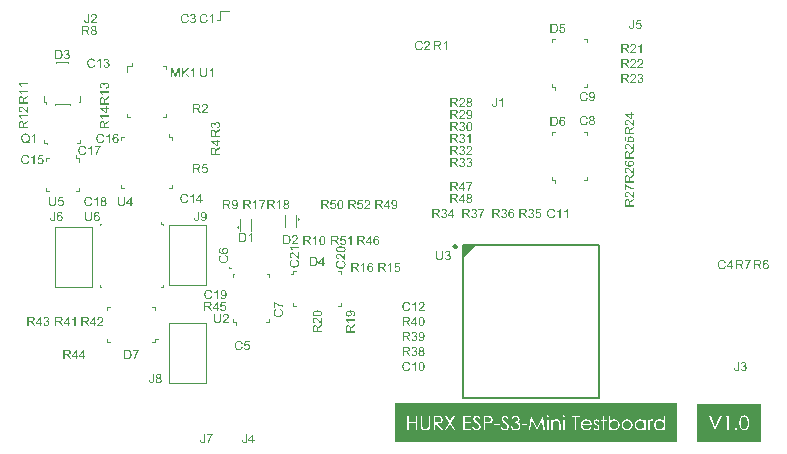
<source format=gto>
G04*
G04 #@! TF.GenerationSoftware,Altium Limited,Altium Designer,22.9.1 (49)*
G04*
G04 Layer_Color=65535*
%FSLAX44Y44*%
%MOMM*%
G71*
G04*
G04 #@! TF.SameCoordinates,B13B86A1-C59C-446D-9954-5AC39BAABFE9*
G04*
G04*
G04 #@! TF.FilePolarity,Positive*
G04*
G01*
G75*
%ADD10C,0.2500*%
%ADD11C,0.1200*%
%ADD12C,0.2000*%
%ADD13C,0.1000*%
%ADD14C,0.0400*%
G36*
X392280Y176560D02*
X382280Y166560D01*
Y176560D01*
X392280D01*
D02*
G37*
G36*
X279298Y175322D02*
X279425Y175314D01*
X279577Y175306D01*
X279738Y175297D01*
X279915Y175280D01*
X280093Y175263D01*
X280465Y175213D01*
X280829Y175136D01*
X281007Y175094D01*
X281167Y175043D01*
X281176D01*
X281201Y175026D01*
X281252Y175018D01*
X281303Y174993D01*
X281379Y174959D01*
X281455Y174925D01*
X281548Y174883D01*
X281649Y174832D01*
X281861Y174713D01*
X282072Y174570D01*
X282284Y174401D01*
X282377Y174299D01*
X282470Y174198D01*
X282478Y174189D01*
X282487Y174172D01*
X282512Y174138D01*
X282537Y174096D01*
X282571Y174045D01*
X282614Y173978D01*
X282656Y173902D01*
X282698Y173808D01*
X282740Y173715D01*
X282783Y173605D01*
X282817Y173496D01*
X282859Y173369D01*
X282884Y173233D01*
X282910Y173090D01*
X282918Y172946D01*
X282927Y172785D01*
Y172734D01*
X282918Y172675D01*
X282910Y172599D01*
X282901Y172506D01*
X282884Y172396D01*
X282859Y172278D01*
X282825Y172142D01*
X282783Y172007D01*
X282732Y171863D01*
X282664Y171711D01*
X282588Y171567D01*
X282495Y171423D01*
X282385Y171280D01*
X282267Y171144D01*
X282123Y171017D01*
X282115Y171009D01*
X282081Y170984D01*
X282022Y170950D01*
X281937Y170899D01*
X281827Y170840D01*
X281700Y170772D01*
X281539Y170704D01*
X281362Y170637D01*
X281150Y170560D01*
X280922Y170493D01*
X280660Y170425D01*
X280372Y170366D01*
X280059Y170315D01*
X279721Y170281D01*
X279349Y170256D01*
X278951Y170248D01*
X278934D01*
X278892D01*
X278816D01*
X278723Y170256D01*
X278604D01*
X278469Y170264D01*
X278317Y170273D01*
X278156Y170281D01*
X277978Y170298D01*
X277801Y170315D01*
X277429Y170366D01*
X277065Y170434D01*
X276887Y170476D01*
X276727Y170527D01*
X276718D01*
X276693Y170544D01*
X276642Y170560D01*
X276583Y170578D01*
X276515Y170611D01*
X276431Y170645D01*
X276346Y170687D01*
X276245Y170738D01*
X276033Y170857D01*
X275822Y171009D01*
X275610Y171178D01*
X275517Y171271D01*
X275424Y171373D01*
X275416Y171381D01*
X275407Y171398D01*
X275382Y171432D01*
X275357Y171474D01*
X275314Y171525D01*
X275280Y171592D01*
X275238Y171669D01*
X275196Y171762D01*
X275154Y171855D01*
X275111Y171965D01*
X275069Y172083D01*
X275035Y172201D01*
X275010Y172337D01*
X274984Y172481D01*
X274976Y172633D01*
X274967Y172785D01*
Y172887D01*
X274976Y172946D01*
X274984Y173005D01*
X275001Y173157D01*
X275027Y173326D01*
X275077Y173512D01*
X275137Y173699D01*
X275221Y173885D01*
Y173893D01*
X275230Y173910D01*
X275247Y173935D01*
X275272Y173969D01*
X275323Y174054D01*
X275407Y174164D01*
X275509Y174291D01*
X275636Y174417D01*
X275788Y174553D01*
X275957Y174671D01*
X275965D01*
X275982Y174688D01*
X276008Y174697D01*
X276042Y174722D01*
X276084Y174747D01*
X276143Y174781D01*
X276211Y174807D01*
X276278Y174849D01*
X276448Y174925D01*
X276642Y175001D01*
X276870Y175086D01*
X277116Y175153D01*
X277124D01*
X277150Y175162D01*
X277183Y175170D01*
X277243Y175179D01*
X277310Y175196D01*
X277395Y175213D01*
X277488Y175229D01*
X277598Y175246D01*
X277725Y175255D01*
X277860Y175272D01*
X278012Y175289D01*
X278173Y175306D01*
X278351Y175314D01*
X278537Y175322D01*
X278740Y175331D01*
X278951D01*
X278968D01*
X279010D01*
X279086D01*
X279180D01*
X279298Y175322D01*
D02*
G37*
G36*
X282800Y164048D02*
X282783D01*
X282740D01*
X282673D01*
X282588Y164056D01*
X282487Y164065D01*
X282377Y164090D01*
X282258Y164115D01*
X282140Y164158D01*
X282132D01*
X282115Y164166D01*
X282089Y164175D01*
X282047Y164191D01*
X282005Y164217D01*
X281945Y164242D01*
X281810Y164310D01*
X281649Y164394D01*
X281472Y164505D01*
X281286Y164631D01*
X281100Y164784D01*
X281091Y164792D01*
X281074Y164800D01*
X281049Y164826D01*
X281007Y164868D01*
X280964Y164911D01*
X280905Y164970D01*
X280837Y165029D01*
X280761Y165105D01*
X280677Y165190D01*
X280592Y165283D01*
X280491Y165384D01*
X280389Y165502D01*
X280279Y165621D01*
X280169Y165756D01*
X280051Y165892D01*
X279924Y166044D01*
X279915Y166061D01*
X279873Y166103D01*
X279822Y166162D01*
X279746Y166247D01*
X279662Y166348D01*
X279560Y166467D01*
X279450Y166602D01*
X279323Y166737D01*
X279061Y167025D01*
X278782Y167304D01*
X278647Y167439D01*
X278511Y167566D01*
X278384Y167676D01*
X278266Y167769D01*
X278258Y167778D01*
X278241Y167786D01*
X278207Y167812D01*
X278165Y167837D01*
X278105Y167879D01*
X278046Y167913D01*
X277894Y167998D01*
X277716Y168082D01*
X277522Y168158D01*
X277319Y168209D01*
X277217Y168218D01*
X277116Y168226D01*
X277107D01*
X277090D01*
X277057D01*
X277023Y168218D01*
X276972D01*
X276913Y168201D01*
X276786Y168175D01*
X276634Y168125D01*
X276473Y168048D01*
X276388Y168006D01*
X276312Y167947D01*
X276236Y167888D01*
X276160Y167812D01*
X276152Y167803D01*
X276143Y167795D01*
X276126Y167769D01*
X276101Y167736D01*
X276067Y167693D01*
X276033Y167642D01*
X275957Y167524D01*
X275889Y167363D01*
X275822Y167186D01*
X275779Y166974D01*
X275763Y166856D01*
Y166670D01*
X275771Y166619D01*
Y166560D01*
X275788Y166492D01*
X275813Y166340D01*
X275864Y166162D01*
X275940Y165976D01*
X275991Y165883D01*
X276042Y165790D01*
X276109Y165706D01*
X276185Y165621D01*
X276194Y165613D01*
X276202Y165604D01*
X276228Y165587D01*
X276262Y165553D01*
X276304Y165528D01*
X276355Y165494D01*
X276414Y165452D01*
X276481Y165418D01*
X276558Y165376D01*
X276642Y165342D01*
X276845Y165274D01*
X277065Y165223D01*
X277192Y165215D01*
X277327Y165207D01*
X277226Y164225D01*
X277209D01*
X277175Y164234D01*
X277124Y164242D01*
X277048Y164251D01*
X276955Y164268D01*
X276845Y164293D01*
X276727Y164318D01*
X276600Y164361D01*
X276473Y164403D01*
X276329Y164454D01*
X276194Y164521D01*
X276059Y164589D01*
X275915Y164674D01*
X275788Y164767D01*
X275661Y164868D01*
X275551Y164987D01*
X275543Y164995D01*
X275526Y165020D01*
X275500Y165054D01*
X275458Y165105D01*
X275416Y165173D01*
X275365Y165257D01*
X275314Y165350D01*
X275255Y165460D01*
X275204Y165579D01*
X275154Y165714D01*
X275103Y165858D01*
X275060Y166019D01*
X275018Y166188D01*
X274993Y166365D01*
X274976Y166560D01*
X274967Y166763D01*
Y166873D01*
X274976Y166949D01*
X274984Y167042D01*
X275001Y167152D01*
X275018Y167279D01*
X275044Y167406D01*
X275077Y167549D01*
X275120Y167693D01*
X275170Y167845D01*
X275230Y167989D01*
X275306Y168141D01*
X275390Y168285D01*
X275483Y168421D01*
X275593Y168547D01*
X275602Y168556D01*
X275619Y168573D01*
X275661Y168607D01*
X275703Y168649D01*
X275763Y168700D01*
X275839Y168759D01*
X275923Y168818D01*
X276025Y168877D01*
X276126Y168937D01*
X276245Y168996D01*
X276371Y169055D01*
X276507Y169106D01*
X276659Y169148D01*
X276811Y169182D01*
X276972Y169199D01*
X277141Y169207D01*
X277150D01*
X277158D01*
X277183D01*
X277217D01*
X277310Y169199D01*
X277429Y169182D01*
X277572Y169156D01*
X277725Y169123D01*
X277894Y169080D01*
X278063Y169013D01*
X278072D01*
X278080Y169004D01*
X278105Y168996D01*
X278139Y168979D01*
X278232Y168928D01*
X278351Y168860D01*
X278494Y168767D01*
X278655Y168657D01*
X278824Y168531D01*
X279010Y168370D01*
X279019Y168361D01*
X279036Y168353D01*
X279061Y168319D01*
X279104Y168285D01*
X279154Y168235D01*
X279213Y168175D01*
X279289Y168108D01*
X279366Y168023D01*
X279459Y167922D01*
X279560Y167812D01*
X279679Y167693D01*
X279797Y167558D01*
X279932Y167414D01*
X280068Y167253D01*
X280220Y167076D01*
X280381Y166890D01*
X280389Y166881D01*
X280415Y166856D01*
X280448Y166805D01*
X280499Y166754D01*
X280558Y166678D01*
X280626Y166602D01*
X280778Y166425D01*
X280939Y166238D01*
X281108Y166061D01*
X281184Y165976D01*
X281252Y165900D01*
X281320Y165832D01*
X281370Y165782D01*
X281379Y165773D01*
X281413Y165739D01*
X281463Y165697D01*
X281531Y165638D01*
X281607Y165570D01*
X281692Y165502D01*
X281878Y165367D01*
Y169216D01*
X282800D01*
Y164048D01*
D02*
G37*
G36*
X280381Y163278D02*
X280440Y163261D01*
X280533Y163227D01*
X280634Y163193D01*
X280761Y163143D01*
X280897Y163092D01*
X281040Y163024D01*
X281201Y162948D01*
X281353Y162864D01*
X281523Y162771D01*
X281683Y162661D01*
X281835Y162542D01*
X281988Y162415D01*
X282132Y162271D01*
X282267Y162119D01*
X282275Y162111D01*
X282292Y162077D01*
X282326Y162035D01*
X282368Y161967D01*
X282419Y161891D01*
X282478Y161789D01*
X282537Y161679D01*
X282597Y161544D01*
X282656Y161400D01*
X282715Y161248D01*
X282774Y161079D01*
X282825Y160893D01*
X282867Y160698D01*
X282901Y160495D01*
X282918Y160284D01*
X282927Y160056D01*
Y159937D01*
X282918Y159844D01*
X282910Y159742D01*
X282901Y159616D01*
X282884Y159480D01*
X282859Y159328D01*
X282833Y159167D01*
X282800Y158998D01*
X282757Y158829D01*
X282715Y158660D01*
X282656Y158482D01*
X282588Y158313D01*
X282512Y158152D01*
X282419Y158000D01*
X282411Y157992D01*
X282394Y157966D01*
X282368Y157924D01*
X282326Y157873D01*
X282267Y157806D01*
X282208Y157730D01*
X282132Y157645D01*
X282038Y157552D01*
X281937Y157459D01*
X281827Y157357D01*
X281709Y157264D01*
X281573Y157163D01*
X281430Y157061D01*
X281277Y156968D01*
X281108Y156884D01*
X280930Y156799D01*
X280922Y156791D01*
X280888Y156782D01*
X280829Y156765D01*
X280761Y156740D01*
X280668Y156706D01*
X280567Y156672D01*
X280440Y156638D01*
X280305Y156596D01*
X280152Y156562D01*
X279992Y156520D01*
X279822Y156486D01*
X279636Y156461D01*
X279247Y156410D01*
X279044Y156402D01*
X278841Y156393D01*
X278824D01*
X278790D01*
X278723D01*
X278638Y156402D01*
X278528Y156410D01*
X278401Y156418D01*
X278266Y156435D01*
X278114Y156452D01*
X277953Y156478D01*
X277784Y156503D01*
X277420Y156588D01*
X277243Y156647D01*
X277065Y156706D01*
X276879Y156774D01*
X276710Y156858D01*
X276701Y156867D01*
X276667Y156884D01*
X276625Y156909D01*
X276558Y156943D01*
X276481Y156994D01*
X276397Y157053D01*
X276304Y157121D01*
X276194Y157197D01*
X276092Y157290D01*
X275974Y157383D01*
X275864Y157493D01*
X275746Y157611D01*
X275636Y157738D01*
X275526Y157873D01*
X275424Y158026D01*
X275331Y158178D01*
X275323Y158186D01*
X275314Y158220D01*
X275289Y158262D01*
X275255Y158330D01*
X275221Y158406D01*
X275179Y158508D01*
X275137Y158618D01*
X275094Y158736D01*
X275052Y158871D01*
X275010Y159024D01*
X274967Y159176D01*
X274934Y159345D01*
X274874Y159692D01*
X274866Y159878D01*
X274857Y160072D01*
Y160182D01*
X274866Y160267D01*
X274874Y160368D01*
X274891Y160487D01*
X274908Y160614D01*
X274934Y160758D01*
X274967Y160910D01*
X275001Y161070D01*
X275052Y161231D01*
X275111Y161400D01*
X275179Y161569D01*
X275263Y161730D01*
X275348Y161891D01*
X275458Y162043D01*
X275466Y162052D01*
X275483Y162077D01*
X275517Y162119D01*
X275568Y162170D01*
X275627Y162238D01*
X275703Y162314D01*
X275788Y162390D01*
X275889Y162483D01*
X275999Y162576D01*
X276126Y162669D01*
X276262Y162762D01*
X276414Y162847D01*
X276574Y162940D01*
X276752Y163016D01*
X276938Y163092D01*
X277133Y163160D01*
X277369Y162145D01*
X277361D01*
X277336Y162128D01*
X277285Y162119D01*
X277226Y162094D01*
X277158Y162069D01*
X277082Y162026D01*
X276896Y161942D01*
X276693Y161832D01*
X276481Y161688D01*
X276287Y161536D01*
X276202Y161443D01*
X276126Y161350D01*
X276118Y161341D01*
X276109Y161324D01*
X276092Y161299D01*
X276067Y161257D01*
X276033Y161206D01*
X275999Y161147D01*
X275965Y161079D01*
X275932Y160994D01*
X275898Y160901D01*
X275864Y160808D01*
X275796Y160588D01*
X275754Y160335D01*
X275737Y160199D01*
Y159971D01*
X275746Y159903D01*
X275754Y159827D01*
X275763Y159734D01*
X275771Y159633D01*
X275788Y159531D01*
X275847Y159286D01*
X275923Y159032D01*
X275974Y158905D01*
X276033Y158778D01*
X276101Y158660D01*
X276177Y158541D01*
X276185Y158533D01*
X276194Y158516D01*
X276219Y158482D01*
X276253Y158440D01*
X276295Y158398D01*
X276355Y158338D01*
X276414Y158279D01*
X276481Y158212D01*
X276566Y158144D01*
X276651Y158068D01*
X276845Y157933D01*
X277073Y157806D01*
X277336Y157696D01*
X277344D01*
X277369Y157687D01*
X277412Y157670D01*
X277463Y157662D01*
X277530Y157645D01*
X277606Y157619D01*
X277699Y157603D01*
X277792Y157577D01*
X277902Y157552D01*
X278021Y157535D01*
X278275Y157493D01*
X278545Y157467D01*
X278833Y157459D01*
X278841D01*
X278875D01*
X278926D01*
X279002Y157467D01*
X279086D01*
X279188Y157476D01*
X279298Y157484D01*
X279425Y157493D01*
X279560Y157509D01*
X279695Y157527D01*
X279992Y157577D01*
X280288Y157653D01*
X280575Y157746D01*
X280584D01*
X280609Y157763D01*
X280643Y157780D01*
X280694Y157797D01*
X280761Y157831D01*
X280829Y157873D01*
X280990Y157966D01*
X281176Y158093D01*
X281353Y158245D01*
X281531Y158432D01*
X281607Y158533D01*
X281683Y158643D01*
Y158651D01*
X281700Y158668D01*
X281717Y158702D01*
X281742Y158753D01*
X281768Y158812D01*
X281802Y158880D01*
X281827Y158956D01*
X281861Y159040D01*
X281929Y159235D01*
X281988Y159463D01*
X282030Y159709D01*
X282038Y159836D01*
X282047Y159971D01*
Y160056D01*
X282038Y160115D01*
X282030Y160191D01*
X282022Y160275D01*
X282005Y160377D01*
X281988Y160478D01*
X281929Y160715D01*
X281886Y160834D01*
X281835Y160961D01*
X281776Y161087D01*
X281709Y161206D01*
X281632Y161324D01*
X281548Y161443D01*
X281539Y161451D01*
X281523Y161468D01*
X281497Y161502D01*
X281455Y161544D01*
X281404Y161586D01*
X281336Y161646D01*
X281260Y161705D01*
X281176Y161772D01*
X281074Y161840D01*
X280964Y161908D01*
X280846Y161975D01*
X280711Y162043D01*
X280567Y162102D01*
X280406Y162162D01*
X280237Y162221D01*
X280059Y162263D01*
X280321Y163295D01*
X280338D01*
X280381Y163278D01*
D02*
G37*
G36*
X243430Y173889D02*
X237331D01*
X237348Y173872D01*
X237390Y173830D01*
X237450Y173754D01*
X237534Y173644D01*
X237636Y173517D01*
X237746Y173356D01*
X237864Y173179D01*
X237991Y172976D01*
Y172967D01*
X238008Y172950D01*
X238025Y172925D01*
X238042Y172883D01*
X238076Y172832D01*
X238101Y172773D01*
X238177Y172637D01*
X238253Y172485D01*
X238338Y172316D01*
X238414Y172138D01*
X238482Y171969D01*
X237560D01*
X237551Y171978D01*
X237543Y172003D01*
X237517Y172045D01*
X237492Y172104D01*
X237458Y172172D01*
X237407Y172257D01*
X237357Y172350D01*
X237306Y172443D01*
X237171Y172663D01*
X237010Y172899D01*
X236841Y173145D01*
X236646Y173373D01*
X236638Y173382D01*
X236621Y173398D01*
X236595Y173432D01*
X236553Y173475D01*
X236502Y173517D01*
X236452Y173576D01*
X236308Y173703D01*
X236156Y173847D01*
X235978Y173991D01*
X235792Y174118D01*
X235597Y174227D01*
Y174845D01*
X243430D01*
Y173889D01*
D02*
G37*
G36*
Y165042D02*
X243413D01*
X243370D01*
X243303D01*
X243218Y165050D01*
X243117Y165059D01*
X243007Y165084D01*
X242888Y165110D01*
X242770Y165152D01*
X242761D01*
X242745Y165160D01*
X242719Y165169D01*
X242677Y165186D01*
X242635Y165211D01*
X242575Y165236D01*
X242440Y165304D01*
X242279Y165389D01*
X242102Y165499D01*
X241916Y165625D01*
X241730Y165778D01*
X241721Y165786D01*
X241704Y165795D01*
X241679Y165820D01*
X241637Y165862D01*
X241594Y165905D01*
X241535Y165964D01*
X241467Y166023D01*
X241391Y166099D01*
X241307Y166184D01*
X241222Y166277D01*
X241121Y166378D01*
X241019Y166497D01*
X240909Y166615D01*
X240799Y166750D01*
X240681Y166886D01*
X240554Y167038D01*
X240545Y167055D01*
X240503Y167097D01*
X240452Y167156D01*
X240376Y167241D01*
X240292Y167342D01*
X240190Y167461D01*
X240080Y167596D01*
X239953Y167731D01*
X239691Y168019D01*
X239412Y168298D01*
X239277Y168434D01*
X239141Y168560D01*
X239014Y168670D01*
X238896Y168763D01*
X238888Y168772D01*
X238871Y168780D01*
X238837Y168806D01*
X238795Y168831D01*
X238735Y168873D01*
X238676Y168907D01*
X238524Y168992D01*
X238346Y169076D01*
X238152Y169153D01*
X237949Y169203D01*
X237847Y169212D01*
X237746Y169220D01*
X237737D01*
X237720D01*
X237687D01*
X237653Y169212D01*
X237602D01*
X237543Y169195D01*
X237416Y169169D01*
X237264Y169119D01*
X237103Y169043D01*
X237018Y169000D01*
X236942Y168941D01*
X236866Y168882D01*
X236790Y168806D01*
X236782Y168797D01*
X236773Y168789D01*
X236756Y168763D01*
X236731Y168730D01*
X236697Y168687D01*
X236663Y168637D01*
X236587Y168518D01*
X236519Y168357D01*
X236452Y168180D01*
X236409Y167968D01*
X236392Y167850D01*
Y167664D01*
X236401Y167613D01*
Y167554D01*
X236418Y167486D01*
X236443Y167334D01*
X236494Y167156D01*
X236570Y166970D01*
X236621Y166877D01*
X236672Y166784D01*
X236739Y166700D01*
X236815Y166615D01*
X236824Y166607D01*
X236832Y166598D01*
X236858Y166581D01*
X236891Y166547D01*
X236934Y166522D01*
X236985Y166488D01*
X237044Y166446D01*
X237111Y166412D01*
X237188Y166370D01*
X237272Y166336D01*
X237475Y166268D01*
X237695Y166217D01*
X237822Y166209D01*
X237957Y166201D01*
X237856Y165219D01*
X237839D01*
X237805Y165228D01*
X237754Y165236D01*
X237678Y165245D01*
X237585Y165262D01*
X237475Y165287D01*
X237357Y165312D01*
X237230Y165355D01*
X237103Y165397D01*
X236959Y165448D01*
X236824Y165515D01*
X236688Y165583D01*
X236545Y165668D01*
X236418Y165761D01*
X236291Y165862D01*
X236181Y165981D01*
X236173Y165989D01*
X236156Y166014D01*
X236130Y166048D01*
X236088Y166099D01*
X236046Y166167D01*
X235995Y166251D01*
X235944Y166344D01*
X235885Y166454D01*
X235834Y166573D01*
X235784Y166708D01*
X235733Y166852D01*
X235690Y167013D01*
X235648Y167182D01*
X235623Y167359D01*
X235606Y167554D01*
X235597Y167757D01*
Y167867D01*
X235606Y167943D01*
X235614Y168036D01*
X235631Y168146D01*
X235648Y168273D01*
X235674Y168400D01*
X235707Y168543D01*
X235750Y168687D01*
X235800Y168840D01*
X235860Y168983D01*
X235936Y169136D01*
X236020Y169279D01*
X236113Y169415D01*
X236223Y169542D01*
X236232Y169550D01*
X236249Y169567D01*
X236291Y169601D01*
X236333Y169643D01*
X236392Y169694D01*
X236469Y169753D01*
X236553Y169812D01*
X236655Y169872D01*
X236756Y169931D01*
X236875Y169990D01*
X237001Y170049D01*
X237137Y170100D01*
X237289Y170142D01*
X237441Y170176D01*
X237602Y170193D01*
X237771Y170201D01*
X237780D01*
X237788D01*
X237813D01*
X237847D01*
X237940Y170193D01*
X238059Y170176D01*
X238202Y170151D01*
X238355Y170117D01*
X238524Y170075D01*
X238693Y170007D01*
X238701D01*
X238710Y169998D01*
X238735Y169990D01*
X238769Y169973D01*
X238862Y169922D01*
X238981Y169855D01*
X239124Y169762D01*
X239285Y169652D01*
X239454Y169525D01*
X239640Y169364D01*
X239649Y169356D01*
X239666Y169347D01*
X239691Y169313D01*
X239733Y169279D01*
X239784Y169229D01*
X239843Y169169D01*
X239919Y169102D01*
X239996Y169017D01*
X240089Y168916D01*
X240190Y168806D01*
X240309Y168687D01*
X240427Y168552D01*
X240562Y168408D01*
X240698Y168248D01*
X240850Y168070D01*
X241011Y167884D01*
X241019Y167875D01*
X241045Y167850D01*
X241078Y167799D01*
X241129Y167749D01*
X241188Y167672D01*
X241256Y167596D01*
X241408Y167419D01*
X241569Y167232D01*
X241738Y167055D01*
X241814Y166970D01*
X241882Y166894D01*
X241950Y166826D01*
X242000Y166776D01*
X242009Y166767D01*
X242043Y166733D01*
X242093Y166691D01*
X242161Y166632D01*
X242237Y166564D01*
X242322Y166497D01*
X242508Y166361D01*
Y170210D01*
X243430D01*
Y165042D01*
D02*
G37*
G36*
X241011Y164272D02*
X241070Y164255D01*
X241163Y164221D01*
X241264Y164188D01*
X241391Y164137D01*
X241527Y164086D01*
X241670Y164018D01*
X241831Y163942D01*
X241983Y163858D01*
X242153Y163765D01*
X242313Y163655D01*
X242465Y163536D01*
X242618Y163409D01*
X242761Y163266D01*
X242897Y163113D01*
X242905Y163105D01*
X242922Y163071D01*
X242956Y163029D01*
X242998Y162961D01*
X243049Y162885D01*
X243108Y162784D01*
X243167Y162673D01*
X243227Y162538D01*
X243286Y162394D01*
X243345Y162242D01*
X243404Y162073D01*
X243455Y161887D01*
X243497Y161692D01*
X243531Y161489D01*
X243548Y161278D01*
X243556Y161050D01*
Y160931D01*
X243548Y160838D01*
X243540Y160737D01*
X243531Y160610D01*
X243514Y160474D01*
X243489Y160322D01*
X243463Y160161D01*
X243430Y159992D01*
X243387Y159823D01*
X243345Y159654D01*
X243286Y159476D01*
X243218Y159307D01*
X243142Y159146D01*
X243049Y158994D01*
X243041Y158986D01*
X243024Y158960D01*
X242998Y158918D01*
X242956Y158867D01*
X242897Y158800D01*
X242838Y158724D01*
X242761Y158639D01*
X242668Y158546D01*
X242567Y158453D01*
X242457Y158351D01*
X242339Y158258D01*
X242203Y158157D01*
X242059Y158055D01*
X241907Y157962D01*
X241738Y157878D01*
X241560Y157793D01*
X241552Y157785D01*
X241518Y157776D01*
X241459Y157759D01*
X241391Y157734D01*
X241298Y157700D01*
X241197Y157666D01*
X241070Y157633D01*
X240935Y157590D01*
X240782Y157556D01*
X240621Y157514D01*
X240452Y157480D01*
X240266Y157455D01*
X239877Y157404D01*
X239674Y157396D01*
X239471Y157387D01*
X239454D01*
X239421D01*
X239353D01*
X239268Y157396D01*
X239158Y157404D01*
X239031Y157413D01*
X238896Y157430D01*
X238744Y157446D01*
X238583Y157472D01*
X238414Y157497D01*
X238050Y157582D01*
X237873Y157641D01*
X237695Y157700D01*
X237509Y157768D01*
X237340Y157852D01*
X237331Y157861D01*
X237297Y157878D01*
X237255Y157903D01*
X237188Y157937D01*
X237111Y157988D01*
X237027Y158047D01*
X236934Y158115D01*
X236824Y158191D01*
X236722Y158284D01*
X236604Y158377D01*
X236494Y158487D01*
X236376Y158605D01*
X236266Y158732D01*
X236156Y158867D01*
X236054Y159020D01*
X235961Y159172D01*
X235953Y159180D01*
X235944Y159214D01*
X235919Y159256D01*
X235885Y159324D01*
X235851Y159400D01*
X235809Y159502D01*
X235767Y159612D01*
X235724Y159730D01*
X235682Y159865D01*
X235640Y160018D01*
X235597Y160170D01*
X235564Y160339D01*
X235504Y160686D01*
X235496Y160872D01*
X235487Y161066D01*
Y161176D01*
X235496Y161261D01*
X235504Y161362D01*
X235521Y161481D01*
X235538Y161608D01*
X235564Y161752D01*
X235597Y161904D01*
X235631Y162064D01*
X235682Y162225D01*
X235741Y162394D01*
X235809Y162564D01*
X235893Y162724D01*
X235978Y162885D01*
X236088Y163037D01*
X236096Y163046D01*
X236113Y163071D01*
X236147Y163113D01*
X236198Y163164D01*
X236257Y163232D01*
X236333Y163308D01*
X236418Y163384D01*
X236519Y163477D01*
X236629Y163570D01*
X236756Y163663D01*
X236891Y163756D01*
X237044Y163841D01*
X237204Y163934D01*
X237382Y164010D01*
X237568Y164086D01*
X237763Y164154D01*
X237999Y163139D01*
X237991D01*
X237966Y163122D01*
X237915Y163113D01*
X237856Y163088D01*
X237788Y163063D01*
X237712Y163020D01*
X237526Y162936D01*
X237323Y162826D01*
X237111Y162682D01*
X236917Y162530D01*
X236832Y162437D01*
X236756Y162344D01*
X236748Y162335D01*
X236739Y162318D01*
X236722Y162293D01*
X236697Y162251D01*
X236663Y162200D01*
X236629Y162141D01*
X236595Y162073D01*
X236562Y161988D01*
X236528Y161895D01*
X236494Y161802D01*
X236426Y161582D01*
X236384Y161329D01*
X236367Y161193D01*
Y160965D01*
X236376Y160897D01*
X236384Y160821D01*
X236392Y160728D01*
X236401Y160627D01*
X236418Y160525D01*
X236477Y160280D01*
X236553Y160026D01*
X236604Y159899D01*
X236663Y159772D01*
X236731Y159654D01*
X236807Y159536D01*
X236815Y159527D01*
X236824Y159510D01*
X236849Y159476D01*
X236883Y159434D01*
X236925Y159392D01*
X236985Y159333D01*
X237044Y159273D01*
X237111Y159206D01*
X237196Y159138D01*
X237281Y159062D01*
X237475Y158927D01*
X237703Y158800D01*
X237966Y158690D01*
X237974D01*
X237999Y158681D01*
X238042Y158664D01*
X238092Y158656D01*
X238160Y158639D01*
X238236Y158614D01*
X238329Y158597D01*
X238422Y158571D01*
X238532Y158546D01*
X238651Y158529D01*
X238904Y158487D01*
X239175Y158461D01*
X239463Y158453D01*
X239471D01*
X239505D01*
X239556D01*
X239632Y158461D01*
X239716D01*
X239818Y158470D01*
X239928Y158478D01*
X240055Y158487D01*
X240190Y158504D01*
X240326Y158521D01*
X240621Y158571D01*
X240918Y158647D01*
X241205Y158741D01*
X241214D01*
X241239Y158757D01*
X241273Y158774D01*
X241324Y158791D01*
X241391Y158825D01*
X241459Y158867D01*
X241620Y158960D01*
X241806Y159087D01*
X241983Y159240D01*
X242161Y159426D01*
X242237Y159527D01*
X242313Y159637D01*
Y159646D01*
X242330Y159662D01*
X242347Y159696D01*
X242372Y159747D01*
X242398Y159806D01*
X242432Y159874D01*
X242457Y159950D01*
X242491Y160035D01*
X242558Y160229D01*
X242618Y160457D01*
X242660Y160703D01*
X242668Y160830D01*
X242677Y160965D01*
Y161050D01*
X242668Y161109D01*
X242660Y161185D01*
X242652Y161269D01*
X242635Y161371D01*
X242618Y161472D01*
X242558Y161709D01*
X242516Y161828D01*
X242465Y161955D01*
X242406Y162082D01*
X242339Y162200D01*
X242262Y162318D01*
X242178Y162437D01*
X242169Y162445D01*
X242153Y162462D01*
X242127Y162496D01*
X242085Y162538D01*
X242034Y162581D01*
X241966Y162640D01*
X241890Y162699D01*
X241806Y162767D01*
X241704Y162834D01*
X241594Y162902D01*
X241476Y162970D01*
X241341Y163037D01*
X241197Y163096D01*
X241036Y163156D01*
X240867Y163215D01*
X240689Y163257D01*
X240951Y164289D01*
X240968D01*
X241011Y164272D01*
D02*
G37*
G36*
X563478Y9485D02*
X325120D01*
Y42355D01*
X563478D01*
Y9485D01*
D02*
G37*
G36*
X634552Y9596D02*
X580644D01*
Y42244D01*
X634552D01*
Y9596D01*
D02*
G37*
G36*
X186784Y155981D02*
X186459D01*
X185993Y156962D01*
X184690D01*
X184228Y155981D01*
X183896D01*
X185312Y158979D01*
X185385D01*
X186784Y155981D01*
D02*
G37*
G36*
X297634Y213759D02*
X294513D01*
X294099Y211662D01*
X294107Y211670D01*
X294132Y211687D01*
X294166Y211704D01*
X294217Y211738D01*
X294285Y211772D01*
X294361Y211814D01*
X294445Y211865D01*
X294547Y211907D01*
X294648Y211949D01*
X294767Y212000D01*
X295012Y212076D01*
X295147Y212110D01*
X295283Y212135D01*
X295427Y212144D01*
X295570Y212152D01*
X295613D01*
X295672Y212144D01*
X295740D01*
X295824Y212127D01*
X295926Y212118D01*
X296044Y212093D01*
X296162Y212068D01*
X296298Y212025D01*
X296433Y211983D01*
X296577Y211924D01*
X296721Y211856D01*
X296864Y211772D01*
X297008Y211679D01*
X297152Y211569D01*
X297287Y211442D01*
X297296Y211433D01*
X297321Y211408D01*
X297355Y211366D01*
X297397Y211315D01*
X297457Y211247D01*
X297516Y211154D01*
X297575Y211061D01*
X297643Y210951D01*
X297710Y210824D01*
X297770Y210681D01*
X297837Y210537D01*
X297888Y210368D01*
X297930Y210198D01*
X297964Y210012D01*
X297989Y209818D01*
X297998Y209615D01*
Y209606D01*
Y209564D01*
Y209513D01*
X297989Y209437D01*
X297981Y209344D01*
X297964Y209243D01*
X297947Y209124D01*
X297922Y208989D01*
X297888Y208853D01*
X297846Y208701D01*
X297795Y208549D01*
X297736Y208397D01*
X297668Y208244D01*
X297584Y208084D01*
X297490Y207931D01*
X297381Y207788D01*
X297372Y207779D01*
X297347Y207745D01*
X297304Y207703D01*
X297245Y207644D01*
X297169Y207568D01*
X297076Y207492D01*
X296966Y207399D01*
X296839Y207314D01*
X296704Y207229D01*
X296552Y207136D01*
X296382Y207060D01*
X296196Y206993D01*
X296002Y206925D01*
X295790Y206883D01*
X295570Y206849D01*
X295334Y206840D01*
X295232D01*
X295156Y206849D01*
X295063Y206857D01*
X294961Y206874D01*
X294843Y206891D01*
X294716Y206917D01*
X294581Y206942D01*
X294437Y206984D01*
X294293Y207035D01*
X294149Y207094D01*
X294006Y207162D01*
X293862Y207238D01*
X293727Y207331D01*
X293591Y207432D01*
X293583Y207441D01*
X293566Y207458D01*
X293532Y207492D01*
X293490Y207542D01*
X293431Y207602D01*
X293371Y207669D01*
X293312Y207754D01*
X293244Y207855D01*
X293177Y207957D01*
X293109Y208075D01*
X293050Y208211D01*
X292991Y208346D01*
X292931Y208498D01*
X292889Y208659D01*
X292855Y208837D01*
X292830Y209014D01*
X293836Y209090D01*
Y209082D01*
X293845Y209056D01*
X293853Y209023D01*
X293862Y208972D01*
X293870Y208913D01*
X293896Y208837D01*
X293938Y208676D01*
X294006Y208498D01*
X294099Y208312D01*
X294209Y208143D01*
X294276Y208067D01*
X294344Y207991D01*
X294352D01*
X294361Y207974D01*
X294386Y207957D01*
X294420Y207931D01*
X294505Y207872D01*
X294623Y207813D01*
X294767Y207745D01*
X294936Y207686D01*
X295122Y207644D01*
X295224Y207635D01*
X295334Y207627D01*
X295401D01*
X295452Y207635D01*
X295511Y207644D01*
X295579Y207652D01*
X295740Y207695D01*
X295926Y207754D01*
X296019Y207796D01*
X296120Y207847D01*
X296222Y207906D01*
X296315Y207974D01*
X296408Y208050D01*
X296501Y208143D01*
X296509Y208151D01*
X296518Y208168D01*
X296543Y208194D01*
X296577Y208236D01*
X296611Y208295D01*
X296653Y208354D01*
X296695Y208431D01*
X296746Y208515D01*
X296788Y208608D01*
X296831Y208710D01*
X296873Y208828D01*
X296907Y208946D01*
X296941Y209082D01*
X296966Y209226D01*
X296975Y209369D01*
X296983Y209530D01*
Y209539D01*
Y209564D01*
Y209606D01*
X296975Y209666D01*
X296966Y209733D01*
X296957Y209818D01*
X296941Y209902D01*
X296924Y210004D01*
X296873Y210207D01*
X296788Y210427D01*
X296738Y210528D01*
X296670Y210630D01*
X296602Y210731D01*
X296518Y210824D01*
X296509Y210833D01*
X296501Y210841D01*
X296467Y210867D01*
X296433Y210900D01*
X296391Y210934D01*
X296332Y210977D01*
X296272Y211019D01*
X296196Y211070D01*
X296112Y211112D01*
X296027Y211154D01*
X295816Y211230D01*
X295706Y211264D01*
X295579Y211289D01*
X295452Y211298D01*
X295317Y211306D01*
X295240D01*
X295147Y211298D01*
X295037Y211281D01*
X294902Y211256D01*
X294758Y211213D01*
X294615Y211163D01*
X294471Y211086D01*
X294454Y211078D01*
X294412Y211053D01*
X294344Y211002D01*
X294259Y210943D01*
X294175Y210858D01*
X294073Y210765D01*
X293980Y210655D01*
X293896Y210537D01*
X292999Y210664D01*
X293752Y214673D01*
X297634D01*
Y213759D01*
D02*
G37*
G36*
X301660Y214791D02*
X301753Y214783D01*
X301863Y214766D01*
X301990Y214749D01*
X302117Y214723D01*
X302261Y214690D01*
X302405Y214647D01*
X302557Y214597D01*
X302701Y214537D01*
X302853Y214461D01*
X302997Y214377D01*
X303132Y214284D01*
X303259Y214174D01*
X303267Y214165D01*
X303284Y214148D01*
X303318Y214106D01*
X303360Y214064D01*
X303411Y214004D01*
X303470Y213928D01*
X303530Y213844D01*
X303589Y213742D01*
X303648Y213641D01*
X303707Y213522D01*
X303766Y213396D01*
X303817Y213260D01*
X303859Y213108D01*
X303893Y212956D01*
X303910Y212795D01*
X303919Y212626D01*
Y212617D01*
Y212609D01*
Y212584D01*
Y212550D01*
X303910Y212457D01*
X303893Y212338D01*
X303868Y212194D01*
X303834Y212042D01*
X303792Y211873D01*
X303724Y211704D01*
Y211695D01*
X303716Y211687D01*
X303707Y211662D01*
X303690Y211628D01*
X303640Y211535D01*
X303572Y211416D01*
X303479Y211273D01*
X303369Y211112D01*
X303242Y210943D01*
X303081Y210757D01*
X303073Y210748D01*
X303064Y210731D01*
X303030Y210706D01*
X302997Y210664D01*
X302946Y210613D01*
X302887Y210554D01*
X302819Y210478D01*
X302735Y210401D01*
X302633Y210308D01*
X302523Y210207D01*
X302405Y210088D01*
X302269Y209970D01*
X302125Y209835D01*
X301965Y209699D01*
X301787Y209547D01*
X301601Y209386D01*
X301593Y209378D01*
X301567Y209352D01*
X301516Y209319D01*
X301466Y209268D01*
X301390Y209209D01*
X301313Y209141D01*
X301136Y208989D01*
X300950Y208828D01*
X300772Y208659D01*
X300688Y208583D01*
X300611Y208515D01*
X300544Y208447D01*
X300493Y208397D01*
X300485Y208388D01*
X300451Y208354D01*
X300408Y208304D01*
X300349Y208236D01*
X300282Y208160D01*
X300214Y208075D01*
X300079Y207889D01*
X303927D01*
Y206967D01*
X298759D01*
Y206984D01*
Y207027D01*
Y207094D01*
X298768Y207179D01*
X298776Y207280D01*
X298801Y207390D01*
X298827Y207509D01*
X298869Y207627D01*
Y207635D01*
X298878Y207652D01*
X298886Y207678D01*
X298903Y207720D01*
X298928Y207762D01*
X298954Y207822D01*
X299021Y207957D01*
X299106Y208118D01*
X299216Y208295D01*
X299343Y208481D01*
X299495Y208667D01*
X299503Y208676D01*
X299512Y208693D01*
X299537Y208718D01*
X299580Y208760D01*
X299622Y208803D01*
X299681Y208862D01*
X299740Y208930D01*
X299816Y209006D01*
X299901Y209090D01*
X299994Y209175D01*
X300096Y209276D01*
X300214Y209378D01*
X300332Y209488D01*
X300468Y209598D01*
X300603Y209716D01*
X300755Y209843D01*
X300772Y209851D01*
X300814Y209894D01*
X300874Y209945D01*
X300958Y210021D01*
X301060Y210105D01*
X301178Y210207D01*
X301313Y210317D01*
X301449Y210444D01*
X301736Y210706D01*
X302016Y210985D01*
X302151Y211120D01*
X302278Y211256D01*
X302388Y211383D01*
X302481Y211501D01*
X302489Y211509D01*
X302498Y211526D01*
X302523Y211560D01*
X302548Y211602D01*
X302591Y211662D01*
X302624Y211721D01*
X302709Y211873D01*
X302794Y212051D01*
X302870Y212245D01*
X302921Y212448D01*
X302929Y212550D01*
X302938Y212651D01*
Y212660D01*
Y212677D01*
Y212710D01*
X302929Y212744D01*
Y212795D01*
X302912Y212854D01*
X302887Y212981D01*
X302836Y213133D01*
X302760Y213294D01*
X302718Y213379D01*
X302658Y213455D01*
X302599Y213531D01*
X302523Y213607D01*
X302515Y213615D01*
X302506Y213624D01*
X302481Y213641D01*
X302447Y213666D01*
X302405Y213700D01*
X302354Y213734D01*
X302236Y213810D01*
X302075Y213878D01*
X301897Y213945D01*
X301686Y213988D01*
X301567Y214004D01*
X301381D01*
X301330Y213996D01*
X301271D01*
X301204Y213979D01*
X301051Y213954D01*
X300874Y213903D01*
X300688Y213827D01*
X300595Y213776D01*
X300501Y213725D01*
X300417Y213658D01*
X300332Y213582D01*
X300324Y213573D01*
X300315Y213565D01*
X300299Y213539D01*
X300265Y213505D01*
X300239Y213463D01*
X300205Y213412D01*
X300163Y213353D01*
X300129Y213286D01*
X300087Y213209D01*
X300053Y213125D01*
X299986Y212922D01*
X299935Y212702D01*
X299926Y212575D01*
X299918Y212440D01*
X298937Y212541D01*
Y212558D01*
X298945Y212592D01*
X298954Y212643D01*
X298962Y212719D01*
X298979Y212812D01*
X299004Y212922D01*
X299030Y213040D01*
X299072Y213167D01*
X299114Y213294D01*
X299165Y213438D01*
X299233Y213573D01*
X299300Y213708D01*
X299385Y213852D01*
X299478Y213979D01*
X299580Y214106D01*
X299698Y214216D01*
X299706Y214224D01*
X299732Y214241D01*
X299766Y214267D01*
X299816Y214309D01*
X299884Y214351D01*
X299969Y214402D01*
X300062Y214453D01*
X300172Y214512D01*
X300290Y214563D01*
X300425Y214613D01*
X300569Y214664D01*
X300730Y214707D01*
X300899Y214749D01*
X301077Y214774D01*
X301271Y214791D01*
X301474Y214800D01*
X301584D01*
X301660Y214791D01*
D02*
G37*
G36*
X289074Y214766D02*
X289167D01*
X289277Y214757D01*
X289404Y214749D01*
X289658Y214723D01*
X289920Y214681D01*
X290174Y214630D01*
X290284Y214597D01*
X290394Y214563D01*
X290402D01*
X290419Y214554D01*
X290445Y214537D01*
X290487Y214520D01*
X290588Y214470D01*
X290707Y214394D01*
X290851Y214292D01*
X290994Y214157D01*
X291138Y214004D01*
X291265Y213818D01*
Y213810D01*
X291282Y213793D01*
X291299Y213768D01*
X291316Y213725D01*
X291341Y213675D01*
X291367Y213615D01*
X291401Y213548D01*
X291434Y213472D01*
X291493Y213294D01*
X291544Y213099D01*
X291578Y212880D01*
X291595Y212643D01*
Y212634D01*
Y212609D01*
Y212558D01*
X291587Y212507D01*
X291578Y212431D01*
X291570Y212347D01*
X291553Y212254D01*
X291527Y212152D01*
X291460Y211932D01*
X291417Y211814D01*
X291367Y211695D01*
X291308Y211577D01*
X291231Y211459D01*
X291147Y211349D01*
X291054Y211239D01*
X291045Y211230D01*
X291028Y211213D01*
X290994Y211188D01*
X290952Y211146D01*
X290893Y211103D01*
X290825Y211053D01*
X290741Y210993D01*
X290639Y210934D01*
X290529Y210875D01*
X290411Y210816D01*
X290276Y210757D01*
X290123Y210697D01*
X289963Y210647D01*
X289785Y210596D01*
X289590Y210554D01*
X289387Y210520D01*
X289396D01*
X289404Y210511D01*
X289455Y210486D01*
X289531Y210444D01*
X289624Y210393D01*
X289726Y210334D01*
X289827Y210275D01*
X289929Y210198D01*
X290013Y210131D01*
X290022Y210122D01*
X290030Y210114D01*
X290056Y210088D01*
X290089Y210054D01*
X290132Y210012D01*
X290182Y209961D01*
X290292Y209843D01*
X290419Y209691D01*
X290563Y209513D01*
X290715Y209310D01*
X290868Y209090D01*
X292221Y206967D01*
X290927D01*
X289895Y208591D01*
X289886Y208600D01*
X289878Y208625D01*
X289853Y208659D01*
X289819Y208710D01*
X289785Y208769D01*
X289734Y208837D01*
X289633Y208989D01*
X289514Y209166D01*
X289396Y209344D01*
X289269Y209513D01*
X289151Y209666D01*
Y209674D01*
X289134Y209682D01*
X289100Y209725D01*
X289049Y209792D01*
X288973Y209869D01*
X288897Y209953D01*
X288804Y210038D01*
X288711Y210122D01*
X288626Y210181D01*
X288618Y210190D01*
X288584Y210207D01*
X288542Y210232D01*
X288482Y210266D01*
X288406Y210300D01*
X288330Y210334D01*
X288246Y210368D01*
X288153Y210393D01*
X288144D01*
X288119Y210401D01*
X288076Y210410D01*
X288017Y210418D01*
X287933D01*
X287831Y210427D01*
X287713Y210435D01*
X286385D01*
Y206967D01*
X285353D01*
Y214774D01*
X288981D01*
X289074Y214766D01*
D02*
G37*
G36*
X283109Y183279D02*
X279988D01*
X279573Y181182D01*
X279582Y181190D01*
X279607Y181207D01*
X279641Y181224D01*
X279692Y181258D01*
X279760Y181292D01*
X279836Y181334D01*
X279920Y181385D01*
X280022Y181427D01*
X280123Y181469D01*
X280242Y181520D01*
X280487Y181596D01*
X280622Y181630D01*
X280758Y181655D01*
X280901Y181664D01*
X281045Y181672D01*
X281087D01*
X281147Y181664D01*
X281214D01*
X281299Y181647D01*
X281400Y181638D01*
X281519Y181613D01*
X281637Y181588D01*
X281772Y181545D01*
X281908Y181503D01*
X282052Y181444D01*
X282195Y181376D01*
X282339Y181292D01*
X282483Y181199D01*
X282627Y181089D01*
X282762Y180962D01*
X282771Y180953D01*
X282796Y180928D01*
X282830Y180886D01*
X282872Y180835D01*
X282931Y180767D01*
X282990Y180674D01*
X283050Y180581D01*
X283117Y180471D01*
X283185Y180344D01*
X283244Y180201D01*
X283312Y180057D01*
X283363Y179888D01*
X283405Y179718D01*
X283439Y179532D01*
X283464Y179338D01*
X283473Y179135D01*
Y179126D01*
Y179084D01*
Y179033D01*
X283464Y178957D01*
X283456Y178864D01*
X283439Y178763D01*
X283422Y178644D01*
X283396Y178509D01*
X283363Y178374D01*
X283320Y178221D01*
X283270Y178069D01*
X283210Y177917D01*
X283143Y177764D01*
X283058Y177604D01*
X282965Y177451D01*
X282855Y177308D01*
X282847Y177299D01*
X282821Y177265D01*
X282779Y177223D01*
X282720Y177164D01*
X282644Y177088D01*
X282551Y177012D01*
X282441Y176919D01*
X282314Y176834D01*
X282178Y176749D01*
X282026Y176656D01*
X281857Y176580D01*
X281671Y176513D01*
X281476Y176445D01*
X281265Y176403D01*
X281045Y176369D01*
X280808Y176360D01*
X280707D01*
X280631Y176369D01*
X280538Y176377D01*
X280436Y176394D01*
X280318Y176411D01*
X280191Y176437D01*
X280056Y176462D01*
X279912Y176504D01*
X279768Y176555D01*
X279624Y176614D01*
X279480Y176682D01*
X279337Y176758D01*
X279201Y176851D01*
X279066Y176952D01*
X279058Y176961D01*
X279041Y176978D01*
X279007Y177012D01*
X278964Y177062D01*
X278905Y177122D01*
X278846Y177189D01*
X278787Y177274D01*
X278719Y177375D01*
X278652Y177477D01*
X278584Y177595D01*
X278525Y177731D01*
X278465Y177866D01*
X278406Y178018D01*
X278364Y178179D01*
X278330Y178357D01*
X278305Y178534D01*
X279311Y178610D01*
Y178602D01*
X279320Y178577D01*
X279328Y178543D01*
X279337Y178492D01*
X279345Y178433D01*
X279370Y178357D01*
X279413Y178196D01*
X279480Y178018D01*
X279573Y177832D01*
X279683Y177663D01*
X279751Y177587D01*
X279819Y177511D01*
X279827D01*
X279836Y177494D01*
X279861Y177477D01*
X279895Y177451D01*
X279979Y177392D01*
X280098Y177333D01*
X280242Y177265D01*
X280411Y177206D01*
X280597Y177164D01*
X280698Y177155D01*
X280808Y177147D01*
X280876D01*
X280927Y177155D01*
X280986Y177164D01*
X281054Y177172D01*
X281214Y177215D01*
X281400Y177274D01*
X281493Y177316D01*
X281595Y177367D01*
X281696Y177426D01*
X281789Y177494D01*
X281882Y177570D01*
X281975Y177663D01*
X281984Y177672D01*
X281992Y177688D01*
X282018Y177714D01*
X282052Y177756D01*
X282085Y177815D01*
X282128Y177874D01*
X282170Y177951D01*
X282221Y178035D01*
X282263Y178128D01*
X282305Y178230D01*
X282348Y178348D01*
X282381Y178466D01*
X282415Y178602D01*
X282441Y178746D01*
X282449Y178889D01*
X282458Y179050D01*
Y179059D01*
Y179084D01*
Y179126D01*
X282449Y179186D01*
X282441Y179253D01*
X282432Y179338D01*
X282415Y179422D01*
X282398Y179524D01*
X282348Y179727D01*
X282263Y179947D01*
X282212Y180048D01*
X282145Y180150D01*
X282077Y180251D01*
X281992Y180344D01*
X281984Y180353D01*
X281975Y180361D01*
X281942Y180387D01*
X281908Y180420D01*
X281866Y180454D01*
X281806Y180497D01*
X281747Y180539D01*
X281671Y180590D01*
X281586Y180632D01*
X281502Y180674D01*
X281290Y180750D01*
X281180Y180784D01*
X281054Y180809D01*
X280927Y180818D01*
X280791Y180826D01*
X280715D01*
X280622Y180818D01*
X280512Y180801D01*
X280377Y180776D01*
X280233Y180733D01*
X280089Y180683D01*
X279946Y180606D01*
X279929Y180598D01*
X279886Y180573D01*
X279819Y180522D01*
X279734Y180463D01*
X279650Y180378D01*
X279548Y180285D01*
X279455Y180175D01*
X279370Y180057D01*
X278474Y180184D01*
X279227Y184193D01*
X283109D01*
Y183279D01*
D02*
G37*
G36*
X287972Y176487D02*
X287017D01*
Y182586D01*
X287000Y182569D01*
X286957Y182526D01*
X286881Y182467D01*
X286771Y182383D01*
X286644Y182281D01*
X286484Y182171D01*
X286306Y182053D01*
X286103Y181926D01*
X286095D01*
X286078Y181909D01*
X286052Y181892D01*
X286010Y181875D01*
X285959Y181841D01*
X285900Y181816D01*
X285765Y181740D01*
X285613Y181664D01*
X285443Y181579D01*
X285266Y181503D01*
X285097Y181435D01*
Y182357D01*
X285105Y182366D01*
X285130Y182374D01*
X285173Y182400D01*
X285232Y182425D01*
X285300Y182459D01*
X285384Y182509D01*
X285477Y182560D01*
X285570Y182611D01*
X285790Y182746D01*
X286027Y182907D01*
X286272Y183076D01*
X286501Y183271D01*
X286509Y183279D01*
X286526Y183296D01*
X286560Y183321D01*
X286602Y183364D01*
X286644Y183415D01*
X286704Y183465D01*
X286831Y183609D01*
X286974Y183761D01*
X287118Y183939D01*
X287245Y184125D01*
X287355Y184320D01*
X287972D01*
Y176487D01*
D02*
G37*
G36*
X274549Y184286D02*
X274642D01*
X274752Y184277D01*
X274879Y184269D01*
X275133Y184244D01*
X275395Y184201D01*
X275649Y184150D01*
X275759Y184117D01*
X275869Y184083D01*
X275877D01*
X275894Y184074D01*
X275919Y184057D01*
X275962Y184041D01*
X276063Y183990D01*
X276182Y183914D01*
X276325Y183812D01*
X276469Y183677D01*
X276613Y183524D01*
X276740Y183338D01*
Y183330D01*
X276757Y183313D01*
X276774Y183288D01*
X276791Y183245D01*
X276816Y183195D01*
X276841Y183135D01*
X276875Y183068D01*
X276909Y182992D01*
X276968Y182814D01*
X277019Y182619D01*
X277053Y182400D01*
X277070Y182163D01*
Y182154D01*
Y182129D01*
Y182078D01*
X277061Y182027D01*
X277053Y181951D01*
X277044Y181867D01*
X277027Y181774D01*
X277002Y181672D01*
X276934Y181452D01*
X276892Y181334D01*
X276841Y181215D01*
X276782Y181097D01*
X276706Y180979D01*
X276621Y180869D01*
X276528Y180759D01*
X276520Y180750D01*
X276503Y180733D01*
X276469Y180708D01*
X276427Y180666D01*
X276368Y180623D01*
X276300Y180573D01*
X276215Y180513D01*
X276114Y180454D01*
X276004Y180395D01*
X275886Y180336D01*
X275750Y180277D01*
X275598Y180217D01*
X275437Y180167D01*
X275260Y180116D01*
X275065Y180074D01*
X274862Y180040D01*
X274871D01*
X274879Y180031D01*
X274930Y180006D01*
X275006Y179964D01*
X275099Y179913D01*
X275201Y179854D01*
X275302Y179795D01*
X275403Y179718D01*
X275488Y179651D01*
X275497Y179642D01*
X275505Y179634D01*
X275530Y179608D01*
X275564Y179575D01*
X275606Y179532D01*
X275657Y179482D01*
X275767Y179363D01*
X275894Y179211D01*
X276038Y179033D01*
X276190Y178830D01*
X276342Y178610D01*
X277696Y176487D01*
X276402D01*
X275370Y178111D01*
X275361Y178120D01*
X275353Y178145D01*
X275327Y178179D01*
X275294Y178230D01*
X275260Y178289D01*
X275209Y178357D01*
X275107Y178509D01*
X274989Y178686D01*
X274871Y178864D01*
X274744Y179033D01*
X274625Y179186D01*
Y179194D01*
X274608Y179202D01*
X274575Y179245D01*
X274524Y179312D01*
X274448Y179389D01*
X274372Y179473D01*
X274279Y179558D01*
X274186Y179642D01*
X274101Y179701D01*
X274093Y179710D01*
X274059Y179727D01*
X274016Y179752D01*
X273957Y179786D01*
X273881Y179820D01*
X273805Y179854D01*
X273720Y179888D01*
X273627Y179913D01*
X273619D01*
X273594Y179921D01*
X273551Y179930D01*
X273492Y179938D01*
X273407D01*
X273306Y179947D01*
X273188Y179955D01*
X271859D01*
Y176487D01*
X270828D01*
Y184294D01*
X274456D01*
X274549Y184286D01*
D02*
G37*
G36*
X274749Y213759D02*
X271628D01*
X271213Y211662D01*
X271222Y211670D01*
X271247Y211687D01*
X271281Y211704D01*
X271332Y211738D01*
X271399Y211772D01*
X271476Y211814D01*
X271560Y211865D01*
X271662Y211907D01*
X271763Y211949D01*
X271882Y212000D01*
X272127Y212076D01*
X272262Y212110D01*
X272397Y212135D01*
X272541Y212144D01*
X272685Y212152D01*
X272727D01*
X272787Y212144D01*
X272854D01*
X272939Y212127D01*
X273040Y212118D01*
X273159Y212093D01*
X273277Y212068D01*
X273412Y212025D01*
X273548Y211983D01*
X273692Y211924D01*
X273835Y211856D01*
X273979Y211772D01*
X274123Y211679D01*
X274267Y211569D01*
X274402Y211442D01*
X274410Y211433D01*
X274436Y211408D01*
X274470Y211366D01*
X274512Y211315D01*
X274571Y211247D01*
X274630Y211154D01*
X274690Y211061D01*
X274757Y210951D01*
X274825Y210824D01*
X274884Y210681D01*
X274952Y210537D01*
X275003Y210368D01*
X275045Y210198D01*
X275079Y210012D01*
X275104Y209818D01*
X275112Y209615D01*
Y209606D01*
Y209564D01*
Y209513D01*
X275104Y209437D01*
X275096Y209344D01*
X275079Y209243D01*
X275062Y209124D01*
X275036Y208989D01*
X275003Y208853D01*
X274960Y208701D01*
X274909Y208549D01*
X274850Y208397D01*
X274783Y208244D01*
X274698Y208084D01*
X274605Y207931D01*
X274495Y207788D01*
X274487Y207779D01*
X274461Y207745D01*
X274419Y207703D01*
X274360Y207644D01*
X274284Y207568D01*
X274191Y207492D01*
X274081Y207399D01*
X273954Y207314D01*
X273818Y207229D01*
X273666Y207136D01*
X273497Y207060D01*
X273311Y206993D01*
X273116Y206925D01*
X272905Y206883D01*
X272685Y206849D01*
X272448Y206840D01*
X272347D01*
X272271Y206849D01*
X272178Y206857D01*
X272076Y206874D01*
X271958Y206891D01*
X271831Y206917D01*
X271695Y206942D01*
X271552Y206984D01*
X271408Y207035D01*
X271264Y207094D01*
X271120Y207162D01*
X270977Y207238D01*
X270841Y207331D01*
X270706Y207432D01*
X270697Y207441D01*
X270680Y207458D01*
X270647Y207492D01*
X270604Y207542D01*
X270545Y207602D01*
X270486Y207669D01*
X270427Y207754D01*
X270359Y207855D01*
X270291Y207957D01*
X270224Y208075D01*
X270165Y208211D01*
X270105Y208346D01*
X270046Y208498D01*
X270004Y208659D01*
X269970Y208837D01*
X269945Y209014D01*
X270951Y209090D01*
Y209082D01*
X270960Y209056D01*
X270968Y209023D01*
X270977Y208972D01*
X270985Y208913D01*
X271010Y208837D01*
X271053Y208676D01*
X271120Y208498D01*
X271213Y208312D01*
X271323Y208143D01*
X271391Y208067D01*
X271459Y207991D01*
X271467D01*
X271476Y207974D01*
X271501Y207957D01*
X271535Y207931D01*
X271619Y207872D01*
X271738Y207813D01*
X271882Y207745D01*
X272051Y207686D01*
X272237Y207644D01*
X272338Y207635D01*
X272448Y207627D01*
X272516D01*
X272567Y207635D01*
X272626Y207644D01*
X272694Y207652D01*
X272854Y207695D01*
X273040Y207754D01*
X273133Y207796D01*
X273235Y207847D01*
X273336Y207906D01*
X273429Y207974D01*
X273522Y208050D01*
X273615Y208143D01*
X273624Y208151D01*
X273632Y208168D01*
X273658Y208194D01*
X273692Y208236D01*
X273725Y208295D01*
X273768Y208354D01*
X273810Y208431D01*
X273861Y208515D01*
X273903Y208608D01*
X273945Y208710D01*
X273988Y208828D01*
X274021Y208946D01*
X274055Y209082D01*
X274081Y209226D01*
X274089Y209369D01*
X274097Y209530D01*
Y209539D01*
Y209564D01*
Y209606D01*
X274089Y209666D01*
X274081Y209733D01*
X274072Y209818D01*
X274055Y209902D01*
X274038Y210004D01*
X273988Y210207D01*
X273903Y210427D01*
X273852Y210528D01*
X273785Y210630D01*
X273717Y210731D01*
X273632Y210824D01*
X273624Y210833D01*
X273615Y210841D01*
X273582Y210867D01*
X273548Y210900D01*
X273505Y210934D01*
X273446Y210977D01*
X273387Y211019D01*
X273311Y211070D01*
X273226Y211112D01*
X273142Y211154D01*
X272930Y211230D01*
X272820Y211264D01*
X272694Y211289D01*
X272567Y211298D01*
X272431Y211306D01*
X272355D01*
X272262Y211298D01*
X272152Y211281D01*
X272017Y211256D01*
X271873Y211213D01*
X271729Y211163D01*
X271586Y211086D01*
X271569Y211078D01*
X271526Y211053D01*
X271459Y211002D01*
X271374Y210943D01*
X271289Y210858D01*
X271188Y210765D01*
X271095Y210655D01*
X271010Y210537D01*
X270114Y210664D01*
X270867Y214673D01*
X274749D01*
Y213759D01*
D02*
G37*
G36*
X266189Y214766D02*
X266282D01*
X266392Y214757D01*
X266519Y214749D01*
X266773Y214723D01*
X267035Y214681D01*
X267289Y214630D01*
X267399Y214597D01*
X267509Y214563D01*
X267517D01*
X267534Y214554D01*
X267559Y214537D01*
X267602Y214520D01*
X267703Y214470D01*
X267822Y214394D01*
X267965Y214292D01*
X268109Y214157D01*
X268253Y214004D01*
X268380Y213818D01*
Y213810D01*
X268397Y213793D01*
X268414Y213768D01*
X268431Y213725D01*
X268456Y213675D01*
X268481Y213615D01*
X268515Y213548D01*
X268549Y213472D01*
X268608Y213294D01*
X268659Y213099D01*
X268693Y212880D01*
X268710Y212643D01*
Y212634D01*
Y212609D01*
Y212558D01*
X268701Y212507D01*
X268693Y212431D01*
X268684Y212347D01*
X268667Y212254D01*
X268642Y212152D01*
X268574Y211932D01*
X268532Y211814D01*
X268481Y211695D01*
X268422Y211577D01*
X268346Y211459D01*
X268261Y211349D01*
X268168Y211239D01*
X268160Y211230D01*
X268143Y211213D01*
X268109Y211188D01*
X268067Y211146D01*
X268008Y211103D01*
X267940Y211053D01*
X267855Y210993D01*
X267754Y210934D01*
X267644Y210875D01*
X267526Y210816D01*
X267390Y210757D01*
X267238Y210697D01*
X267077Y210647D01*
X266900Y210596D01*
X266705Y210554D01*
X266502Y210520D01*
X266511D01*
X266519Y210511D01*
X266570Y210486D01*
X266646Y210444D01*
X266739Y210393D01*
X266840Y210334D01*
X266942Y210275D01*
X267043Y210198D01*
X267128Y210131D01*
X267136Y210122D01*
X267145Y210114D01*
X267170Y210088D01*
X267204Y210054D01*
X267246Y210012D01*
X267297Y209961D01*
X267407Y209843D01*
X267534Y209691D01*
X267678Y209513D01*
X267830Y209310D01*
X267982Y209090D01*
X269336Y206967D01*
X268041D01*
X267010Y208591D01*
X267001Y208600D01*
X266993Y208625D01*
X266967Y208659D01*
X266933Y208710D01*
X266900Y208769D01*
X266849Y208837D01*
X266747Y208989D01*
X266629Y209166D01*
X266511Y209344D01*
X266384Y209513D01*
X266265Y209666D01*
Y209674D01*
X266248Y209682D01*
X266215Y209725D01*
X266164Y209792D01*
X266088Y209869D01*
X266012Y209953D01*
X265919Y210038D01*
X265825Y210122D01*
X265741Y210181D01*
X265732Y210190D01*
X265699Y210207D01*
X265656Y210232D01*
X265597Y210266D01*
X265521Y210300D01*
X265445Y210334D01*
X265360Y210368D01*
X265267Y210393D01*
X265259D01*
X265233Y210401D01*
X265191Y210410D01*
X265132Y210418D01*
X265047D01*
X264946Y210427D01*
X264827Y210435D01*
X263499D01*
Y206967D01*
X262467D01*
Y214774D01*
X266096D01*
X266189Y214766D01*
D02*
G37*
G36*
X278707Y214791D02*
X278766Y214783D01*
X278919Y214766D01*
X279088Y214740D01*
X279274Y214690D01*
X279460Y214630D01*
X279646Y214546D01*
X279655D01*
X279671Y214537D01*
X279697Y214520D01*
X279731Y214495D01*
X279815Y214444D01*
X279925Y214360D01*
X280052Y214258D01*
X280179Y214131D01*
X280314Y213979D01*
X280433Y213810D01*
Y213801D01*
X280450Y213785D01*
X280458Y213759D01*
X280483Y213725D01*
X280509Y213683D01*
X280543Y213624D01*
X280568Y213556D01*
X280610Y213489D01*
X280686Y213319D01*
X280763Y213125D01*
X280847Y212896D01*
X280915Y212651D01*
Y212643D01*
X280923Y212617D01*
X280932Y212584D01*
X280940Y212524D01*
X280957Y212457D01*
X280974Y212372D01*
X280991Y212279D01*
X281008Y212169D01*
X281016Y212042D01*
X281033Y211907D01*
X281050Y211755D01*
X281067Y211594D01*
X281076Y211416D01*
X281084Y211230D01*
X281092Y211027D01*
Y210816D01*
Y210799D01*
Y210757D01*
Y210681D01*
Y210587D01*
X281084Y210469D01*
X281076Y210342D01*
X281067Y210190D01*
X281059Y210029D01*
X281042Y209851D01*
X281025Y209674D01*
X280974Y209302D01*
X280898Y208938D01*
X280856Y208760D01*
X280805Y208600D01*
Y208591D01*
X280788Y208566D01*
X280779Y208515D01*
X280754Y208464D01*
X280720Y208388D01*
X280686Y208312D01*
X280644Y208219D01*
X280593Y208118D01*
X280475Y207906D01*
X280331Y207695D01*
X280162Y207483D01*
X280061Y207390D01*
X279959Y207297D01*
X279951Y207289D01*
X279934Y207280D01*
X279900Y207255D01*
X279858Y207229D01*
X279807Y207196D01*
X279739Y207153D01*
X279663Y207111D01*
X279570Y207069D01*
X279477Y207027D01*
X279367Y206984D01*
X279257Y206950D01*
X279130Y206908D01*
X278995Y206883D01*
X278851Y206857D01*
X278707Y206849D01*
X278547Y206840D01*
X278496D01*
X278437Y206849D01*
X278361Y206857D01*
X278267Y206866D01*
X278158Y206883D01*
X278039Y206908D01*
X277904Y206942D01*
X277768Y206984D01*
X277625Y207035D01*
X277472Y207103D01*
X277329Y207179D01*
X277185Y207272D01*
X277041Y207382D01*
X276906Y207500D01*
X276779Y207644D01*
X276770Y207652D01*
X276745Y207686D01*
X276711Y207745D01*
X276660Y207830D01*
X276601Y207940D01*
X276534Y208067D01*
X276466Y208228D01*
X276398Y208405D01*
X276322Y208617D01*
X276254Y208845D01*
X276187Y209107D01*
X276127Y209395D01*
X276077Y209708D01*
X276043Y210046D01*
X276018Y210418D01*
X276009Y210816D01*
Y210833D01*
Y210875D01*
Y210951D01*
X276018Y211044D01*
Y211163D01*
X276026Y211298D01*
X276035Y211450D01*
X276043Y211611D01*
X276060Y211789D01*
X276077Y211966D01*
X276127Y212338D01*
X276195Y212702D01*
X276238Y212880D01*
X276288Y213040D01*
Y213049D01*
X276305Y213074D01*
X276322Y213125D01*
X276339Y213184D01*
X276373Y213252D01*
X276407Y213336D01*
X276449Y213421D01*
X276500Y213522D01*
X276618Y213734D01*
X276770Y213945D01*
X276940Y214157D01*
X277033Y214250D01*
X277134Y214343D01*
X277143Y214351D01*
X277159Y214360D01*
X277193Y214385D01*
X277236Y214410D01*
X277286Y214453D01*
X277354Y214487D01*
X277430Y214529D01*
X277523Y214571D01*
X277616Y214613D01*
X277726Y214656D01*
X277845Y214698D01*
X277963Y214732D01*
X278098Y214757D01*
X278242Y214783D01*
X278394Y214791D01*
X278547Y214800D01*
X278648D01*
X278707Y214791D01*
D02*
G37*
G36*
X324279D02*
X324347D01*
X324423Y214774D01*
X324516Y214766D01*
X324609Y214749D01*
X324829Y214698D01*
X325057Y214622D01*
X325176Y214580D01*
X325303Y214520D01*
X325421Y214461D01*
X325540Y214385D01*
X325548Y214377D01*
X325565Y214368D01*
X325599Y214343D01*
X325641Y214309D01*
X325700Y214267D01*
X325759Y214216D01*
X325827Y214157D01*
X325895Y214089D01*
X325971Y214013D01*
X326055Y213920D01*
X326132Y213827D01*
X326216Y213725D01*
X326292Y213607D01*
X326368Y213489D01*
X326436Y213353D01*
X326504Y213218D01*
Y213209D01*
X326521Y213184D01*
X326538Y213142D01*
X326554Y213074D01*
X326580Y212998D01*
X326605Y212905D01*
X326639Y212795D01*
X326673Y212660D01*
X326698Y212516D01*
X326732Y212355D01*
X326758Y212169D01*
X326783Y211975D01*
X326800Y211763D01*
X326817Y211535D01*
X326834Y211289D01*
Y211027D01*
Y211010D01*
Y210960D01*
Y210883D01*
X326825Y210782D01*
Y210655D01*
X326817Y210503D01*
X326808Y210342D01*
X326791Y210165D01*
X326774Y209978D01*
X326758Y209784D01*
X326698Y209386D01*
X326614Y208997D01*
X326563Y208820D01*
X326504Y208642D01*
Y208634D01*
X326487Y208600D01*
X326470Y208557D01*
X326445Y208498D01*
X326411Y208422D01*
X326368Y208337D01*
X326318Y208244D01*
X326267Y208143D01*
X326132Y207931D01*
X325962Y207703D01*
X325768Y207492D01*
X325658Y207390D01*
X325540Y207297D01*
X325531Y207289D01*
X325514Y207280D01*
X325472Y207255D01*
X325430Y207229D01*
X325362Y207196D01*
X325294Y207153D01*
X325210Y207111D01*
X325108Y207069D01*
X325007Y207027D01*
X324888Y206984D01*
X324770Y206950D01*
X324635Y206908D01*
X324347Y206857D01*
X324195Y206849D01*
X324034Y206840D01*
X323949D01*
X323882Y206849D01*
X323806Y206857D01*
X323713Y206866D01*
X323611Y206883D01*
X323501Y206908D01*
X323264Y206967D01*
X323146Y207010D01*
X323019Y207052D01*
X322892Y207111D01*
X322765Y207179D01*
X322647Y207255D01*
X322537Y207348D01*
X322528Y207356D01*
X322511Y207373D01*
X322486Y207399D01*
X322444Y207441D01*
X322402Y207492D01*
X322351Y207559D01*
X322292Y207635D01*
X322232Y207720D01*
X322173Y207813D01*
X322114Y207923D01*
X322063Y208041D01*
X322004Y208168D01*
X321953Y208304D01*
X321911Y208447D01*
X321877Y208608D01*
X321852Y208777D01*
X322774Y208853D01*
Y208845D01*
X322782Y208828D01*
Y208794D01*
X322799Y208743D01*
X322808Y208693D01*
X322824Y208634D01*
X322867Y208490D01*
X322926Y208337D01*
X323002Y208185D01*
X323104Y208041D01*
X323154Y207974D01*
X323214Y207915D01*
X323230Y207906D01*
X323273Y207872D01*
X323349Y207822D01*
X323442Y207771D01*
X323569Y207720D01*
X323713Y207669D01*
X323873Y207635D01*
X324059Y207627D01*
X324136D01*
X324220Y207635D01*
X324322Y207652D01*
X324440Y207678D01*
X324567Y207712D01*
X324702Y207754D01*
X324829Y207822D01*
X324846Y207830D01*
X324888Y207855D01*
X324948Y207906D01*
X325024Y207965D01*
X325108Y208041D01*
X325201Y208134D01*
X325294Y208244D01*
X325379Y208363D01*
X325387Y208380D01*
X325413Y208422D01*
X325455Y208498D01*
X325506Y208608D01*
X325556Y208735D01*
X325616Y208887D01*
X325675Y209073D01*
X325734Y209276D01*
Y209285D01*
X325742Y209302D01*
X325751Y209336D01*
X325759Y209378D01*
X325768Y209429D01*
X325776Y209488D01*
X325793Y209564D01*
X325810Y209640D01*
X325836Y209818D01*
X325853Y210012D01*
X325869Y210224D01*
X325878Y210444D01*
Y210460D01*
Y210494D01*
Y210554D01*
Y210630D01*
X325861Y210621D01*
X325853Y210596D01*
X325827Y210562D01*
X325759Y210478D01*
X325675Y210376D01*
X325556Y210257D01*
X325421Y210131D01*
X325269Y210012D01*
X325091Y209894D01*
X325083D01*
X325066Y209885D01*
X325041Y209869D01*
X325007Y209851D01*
X324956Y209826D01*
X324905Y209809D01*
X324770Y209758D01*
X324609Y209699D01*
X324423Y209657D01*
X324220Y209623D01*
X324009Y209615D01*
X323966D01*
X323916Y209623D01*
X323848D01*
X323763Y209640D01*
X323670Y209649D01*
X323560Y209674D01*
X323442Y209699D01*
X323315Y209742D01*
X323188Y209784D01*
X323053Y209843D01*
X322918Y209911D01*
X322774Y209987D01*
X322638Y210080D01*
X322503Y210190D01*
X322376Y210308D01*
X322368Y210317D01*
X322351Y210342D01*
X322317Y210384D01*
X322275Y210435D01*
X322224Y210503D01*
X322165Y210587D01*
X322105Y210689D01*
X322046Y210807D01*
X321979Y210926D01*
X321919Y211070D01*
X321860Y211222D01*
X321810Y211383D01*
X321767Y211560D01*
X321733Y211755D01*
X321716Y211949D01*
X321708Y212161D01*
Y212178D01*
Y212211D01*
X321716Y212279D01*
Y212355D01*
X321733Y212457D01*
X321742Y212575D01*
X321767Y212702D01*
X321792Y212846D01*
X321835Y212990D01*
X321877Y213150D01*
X321936Y213311D01*
X322004Y213463D01*
X322080Y213624D01*
X322173Y213785D01*
X322283Y213928D01*
X322402Y214072D01*
X322410Y214081D01*
X322435Y214106D01*
X322478Y214140D01*
X322528Y214182D01*
X322596Y214241D01*
X322681Y214301D01*
X322774Y214368D01*
X322884Y214436D01*
X323002Y214504D01*
X323137Y214571D01*
X323281Y214630D01*
X323433Y214690D01*
X323603Y214732D01*
X323780Y214766D01*
X323958Y214791D01*
X324152Y214800D01*
X324229D01*
X324279Y214791D01*
D02*
G37*
G36*
X319669Y209716D02*
X320727D01*
Y208837D01*
X319669D01*
Y206967D01*
X318714D01*
Y208837D01*
X315314D01*
Y209716D01*
X318883Y214774D01*
X319669D01*
Y209716D01*
D02*
G37*
G36*
X311888Y214766D02*
X311981D01*
X312091Y214757D01*
X312218Y214749D01*
X312472Y214723D01*
X312734Y214681D01*
X312988Y214630D01*
X313097Y214597D01*
X313207Y214563D01*
X313216D01*
X313233Y214554D01*
X313258Y214537D01*
X313300Y214520D01*
X313402Y214470D01*
X313520Y214394D01*
X313664Y214292D01*
X313808Y214157D01*
X313952Y214004D01*
X314079Y213818D01*
Y213810D01*
X314096Y213793D01*
X314112Y213768D01*
X314129Y213725D01*
X314155Y213675D01*
X314180Y213615D01*
X314214Y213548D01*
X314248Y213472D01*
X314307Y213294D01*
X314358Y213099D01*
X314392Y212880D01*
X314408Y212643D01*
Y212634D01*
Y212609D01*
Y212558D01*
X314400Y212507D01*
X314392Y212431D01*
X314383Y212347D01*
X314366Y212254D01*
X314341Y212152D01*
X314273Y211932D01*
X314231Y211814D01*
X314180Y211695D01*
X314121Y211577D01*
X314045Y211459D01*
X313960Y211349D01*
X313867Y211239D01*
X313859Y211230D01*
X313842Y211213D01*
X313808Y211188D01*
X313766Y211146D01*
X313706Y211103D01*
X313639Y211053D01*
X313554Y210993D01*
X313453Y210934D01*
X313343Y210875D01*
X313224Y210816D01*
X313089Y210757D01*
X312937Y210697D01*
X312776Y210647D01*
X312598Y210596D01*
X312404Y210554D01*
X312201Y210520D01*
X312209D01*
X312218Y210511D01*
X312269Y210486D01*
X312345Y210444D01*
X312438Y210393D01*
X312539Y210334D01*
X312641Y210275D01*
X312742Y210198D01*
X312827Y210131D01*
X312835Y210122D01*
X312844Y210114D01*
X312869Y210088D01*
X312903Y210054D01*
X312945Y210012D01*
X312996Y209961D01*
X313106Y209843D01*
X313233Y209691D01*
X313377Y209513D01*
X313529Y209310D01*
X313681Y209090D01*
X315034Y206967D01*
X313740D01*
X312708Y208591D01*
X312700Y208600D01*
X312691Y208625D01*
X312666Y208659D01*
X312632Y208710D01*
X312598Y208769D01*
X312548Y208837D01*
X312446Y208989D01*
X312328Y209166D01*
X312209Y209344D01*
X312083Y209513D01*
X311964Y209666D01*
Y209674D01*
X311947Y209682D01*
X311913Y209725D01*
X311863Y209792D01*
X311786Y209869D01*
X311710Y209953D01*
X311617Y210038D01*
X311524Y210122D01*
X311440Y210181D01*
X311431Y210190D01*
X311397Y210207D01*
X311355Y210232D01*
X311296Y210266D01*
X311220Y210300D01*
X311144Y210334D01*
X311059Y210368D01*
X310966Y210393D01*
X310958D01*
X310932Y210401D01*
X310890Y210410D01*
X310831Y210418D01*
X310746D01*
X310645Y210427D01*
X310526Y210435D01*
X309198D01*
Y206967D01*
X308166D01*
Y214774D01*
X311795D01*
X311888Y214766D01*
D02*
G37*
G36*
X383170Y214796D02*
X384227D01*
Y213917D01*
X383170D01*
Y212047D01*
X382214D01*
Y213917D01*
X378814D01*
Y214796D01*
X382383Y219854D01*
X383170D01*
Y214796D01*
D02*
G37*
G36*
X375388Y219846D02*
X375481D01*
X375591Y219837D01*
X375718Y219829D01*
X375972Y219804D01*
X376234Y219761D01*
X376488Y219710D01*
X376598Y219677D01*
X376707Y219643D01*
X376716D01*
X376733Y219634D01*
X376758Y219617D01*
X376800Y219601D01*
X376902Y219550D01*
X377020Y219474D01*
X377164Y219372D01*
X377308Y219237D01*
X377452Y219084D01*
X377579Y218898D01*
Y218890D01*
X377596Y218873D01*
X377612Y218848D01*
X377629Y218805D01*
X377655Y218755D01*
X377680Y218695D01*
X377714Y218628D01*
X377748Y218552D01*
X377807Y218374D01*
X377858Y218179D01*
X377892Y217960D01*
X377909Y217723D01*
Y217714D01*
Y217689D01*
Y217638D01*
X377900Y217587D01*
X377892Y217511D01*
X377883Y217427D01*
X377866Y217334D01*
X377841Y217232D01*
X377773Y217012D01*
X377731Y216894D01*
X377680Y216775D01*
X377621Y216657D01*
X377545Y216539D01*
X377460Y216429D01*
X377367Y216319D01*
X377359Y216310D01*
X377342Y216293D01*
X377308Y216268D01*
X377266Y216226D01*
X377206Y216183D01*
X377139Y216133D01*
X377054Y216073D01*
X376953Y216014D01*
X376843Y215955D01*
X376724Y215896D01*
X376589Y215837D01*
X376437Y215777D01*
X376276Y215727D01*
X376099Y215676D01*
X375904Y215634D01*
X375701Y215600D01*
X375709D01*
X375718Y215591D01*
X375769Y215566D01*
X375845Y215524D01*
X375938Y215473D01*
X376039Y215414D01*
X376141Y215354D01*
X376242Y215278D01*
X376327Y215211D01*
X376335Y215202D01*
X376344Y215194D01*
X376369Y215168D01*
X376403Y215135D01*
X376445Y215092D01*
X376496Y215042D01*
X376606Y214923D01*
X376733Y214771D01*
X376877Y214593D01*
X377029Y214390D01*
X377181Y214170D01*
X378534Y212047D01*
X377240D01*
X376208Y213671D01*
X376200Y213680D01*
X376191Y213705D01*
X376166Y213739D01*
X376132Y213790D01*
X376099Y213849D01*
X376048Y213917D01*
X375946Y214069D01*
X375828Y214246D01*
X375709Y214424D01*
X375583Y214593D01*
X375464Y214746D01*
Y214754D01*
X375447Y214762D01*
X375413Y214805D01*
X375363Y214872D01*
X375286Y214949D01*
X375210Y215033D01*
X375117Y215118D01*
X375024Y215202D01*
X374940Y215261D01*
X374931Y215270D01*
X374897Y215287D01*
X374855Y215312D01*
X374796Y215346D01*
X374720Y215380D01*
X374644Y215414D01*
X374559Y215448D01*
X374466Y215473D01*
X374458D01*
X374432Y215481D01*
X374390Y215490D01*
X374331Y215498D01*
X374246D01*
X374145Y215507D01*
X374026Y215515D01*
X372698D01*
Y212047D01*
X371666D01*
Y219854D01*
X375295D01*
X375388Y219846D01*
D02*
G37*
G36*
X387906Y219871D02*
X387991Y219863D01*
X388092Y219846D01*
X388202Y219829D01*
X388329Y219804D01*
X388456Y219770D01*
X388591Y219736D01*
X388727Y219685D01*
X388862Y219626D01*
X389006Y219558D01*
X389133Y219474D01*
X389268Y219389D01*
X389386Y219279D01*
X389395Y219271D01*
X389412Y219254D01*
X389445Y219220D01*
X389488Y219178D01*
X389530Y219118D01*
X389581Y219051D01*
X389640Y218966D01*
X389699Y218881D01*
X389758Y218780D01*
X389818Y218670D01*
X389868Y218552D01*
X389911Y218425D01*
X389953Y218290D01*
X389987Y218146D01*
X390004Y217993D01*
X390012Y217841D01*
Y217833D01*
Y217816D01*
Y217790D01*
Y217748D01*
X390004Y217706D01*
X389995Y217647D01*
X389978Y217520D01*
X389945Y217376D01*
X389894Y217215D01*
X389818Y217055D01*
X389725Y216894D01*
Y216885D01*
X389708Y216877D01*
X389674Y216826D01*
X389606Y216758D01*
X389513Y216665D01*
X389386Y216572D01*
X389243Y216462D01*
X389065Y216369D01*
X388862Y216276D01*
X388870D01*
X388896Y216268D01*
X388930Y216251D01*
X388980Y216234D01*
X389039Y216209D01*
X389107Y216175D01*
X389268Y216090D01*
X389445Y215989D01*
X389623Y215854D01*
X389801Y215701D01*
X389953Y215515D01*
X389962Y215507D01*
X389970Y215490D01*
X389987Y215464D01*
X390012Y215422D01*
X390038Y215371D01*
X390071Y215312D01*
X390105Y215245D01*
X390148Y215168D01*
X390215Y214991D01*
X390274Y214779D01*
X390317Y214543D01*
X390334Y214416D01*
Y214280D01*
Y214272D01*
Y214238D01*
X390325Y214187D01*
Y214111D01*
X390308Y214027D01*
X390300Y213925D01*
X390274Y213815D01*
X390249Y213697D01*
X390207Y213561D01*
X390164Y213426D01*
X390105Y213291D01*
X390038Y213147D01*
X389953Y213003D01*
X389860Y212868D01*
X389750Y212724D01*
X389623Y212597D01*
X389615Y212589D01*
X389589Y212572D01*
X389547Y212538D01*
X389496Y212496D01*
X389420Y212436D01*
X389336Y212386D01*
X389234Y212318D01*
X389124Y212259D01*
X388997Y212200D01*
X388853Y212132D01*
X388701Y212081D01*
X388540Y212030D01*
X388363Y211980D01*
X388177Y211946D01*
X387974Y211929D01*
X387762Y211920D01*
X387712D01*
X387652Y211929D01*
X387568D01*
X387475Y211937D01*
X387356Y211954D01*
X387229Y211980D01*
X387094Y212005D01*
X386950Y212039D01*
X386798Y212090D01*
X386646Y212140D01*
X386485Y212208D01*
X386333Y212284D01*
X386181Y212377D01*
X386028Y212479D01*
X385893Y212597D01*
X385885Y212605D01*
X385859Y212631D01*
X385825Y212665D01*
X385783Y212724D01*
X385732Y212792D01*
X385673Y212868D01*
X385606Y212961D01*
X385546Y213071D01*
X385479Y213189D01*
X385411Y213316D01*
X385352Y213460D01*
X385301Y213604D01*
X385259Y213764D01*
X385225Y213942D01*
X385200Y214120D01*
X385191Y214306D01*
Y214314D01*
Y214340D01*
Y214382D01*
X385200Y214433D01*
Y214500D01*
X385208Y214576D01*
X385225Y214661D01*
X385242Y214754D01*
X385284Y214949D01*
X385352Y215160D01*
X385445Y215371D01*
X385504Y215473D01*
X385572Y215574D01*
X385580Y215583D01*
X385589Y215600D01*
X385614Y215625D01*
X385648Y215659D01*
X385682Y215701D01*
X385732Y215744D01*
X385792Y215803D01*
X385859Y215854D01*
X386012Y215972D01*
X386198Y216090D01*
X386418Y216192D01*
X386671Y216276D01*
X386663D01*
X386646Y216285D01*
X386612Y216302D01*
X386578Y216319D01*
X386527Y216336D01*
X386468Y216369D01*
X386341Y216437D01*
X386198Y216522D01*
X386054Y216632D01*
X385910Y216750D01*
X385792Y216894D01*
Y216902D01*
X385783Y216911D01*
X385766Y216936D01*
X385749Y216970D01*
X385699Y217055D01*
X385648Y217164D01*
X385597Y217308D01*
X385546Y217477D01*
X385513Y217663D01*
X385504Y217866D01*
Y217875D01*
Y217900D01*
X385513Y217951D01*
Y218010D01*
X385521Y218078D01*
X385538Y218163D01*
X385555Y218256D01*
X385580Y218366D01*
X385614Y218475D01*
X385656Y218585D01*
X385699Y218704D01*
X385758Y218831D01*
X385834Y218949D01*
X385910Y219068D01*
X386003Y219186D01*
X386113Y219296D01*
X386121Y219304D01*
X386138Y219321D01*
X386172Y219347D01*
X386223Y219389D01*
X386282Y219431D01*
X386358Y219482D01*
X386443Y219533D01*
X386544Y219592D01*
X386654Y219643D01*
X386781Y219694D01*
X386908Y219744D01*
X387052Y219787D01*
X387213Y219829D01*
X387373Y219854D01*
X387551Y219871D01*
X387737Y219880D01*
X387839D01*
X387906Y219871D01*
D02*
G37*
G36*
X390325Y229109D02*
X390317Y229101D01*
X390291Y229075D01*
X390249Y229025D01*
X390198Y228965D01*
X390131Y228881D01*
X390046Y228788D01*
X389962Y228678D01*
X389860Y228551D01*
X389750Y228407D01*
X389632Y228246D01*
X389505Y228069D01*
X389378Y227883D01*
X389251Y227688D01*
X389116Y227468D01*
X388972Y227240D01*
X388837Y227003D01*
X388828Y226986D01*
X388803Y226944D01*
X388769Y226876D01*
X388718Y226775D01*
X388659Y226656D01*
X388583Y226513D01*
X388507Y226352D01*
X388422Y226174D01*
X388338Y225980D01*
X388245Y225768D01*
X388151Y225540D01*
X388058Y225312D01*
X387965Y225066D01*
X387872Y224812D01*
X387712Y224296D01*
Y224288D01*
X387703Y224254D01*
X387686Y224195D01*
X387669Y224127D01*
X387644Y224034D01*
X387619Y223924D01*
X387585Y223797D01*
X387559Y223662D01*
X387525Y223510D01*
X387500Y223341D01*
X387466Y223163D01*
X387441Y222977D01*
X387407Y222782D01*
X387382Y222579D01*
X387348Y222157D01*
X386367D01*
Y222165D01*
Y222199D01*
Y222250D01*
X386375Y222317D01*
X386384Y222410D01*
X386392Y222512D01*
X386401Y222639D01*
X386418Y222774D01*
X386434Y222935D01*
X386460Y223095D01*
X386485Y223281D01*
X386519Y223476D01*
X386561Y223687D01*
X386604Y223907D01*
X386663Y224136D01*
X386722Y224373D01*
X386730Y224389D01*
X386739Y224432D01*
X386756Y224499D01*
X386790Y224592D01*
X386824Y224711D01*
X386866Y224855D01*
X386917Y225007D01*
X386976Y225176D01*
X387043Y225362D01*
X387119Y225565D01*
X387196Y225777D01*
X387289Y225988D01*
X387483Y226436D01*
X387712Y226893D01*
X387720Y226910D01*
X387745Y226944D01*
X387779Y227012D01*
X387822Y227096D01*
X387889Y227198D01*
X387957Y227316D01*
X388041Y227451D01*
X388126Y227604D01*
X388228Y227756D01*
X388338Y227925D01*
X388574Y228263D01*
X388828Y228610D01*
X388963Y228779D01*
X389099Y228940D01*
X385276D01*
Y229862D01*
X390325D01*
Y229109D01*
D02*
G37*
G36*
X383178Y224905D02*
X384235D01*
Y224026D01*
X383178D01*
Y222157D01*
X382222D01*
Y224026D01*
X378822D01*
Y224905D01*
X382391Y229963D01*
X383178D01*
Y224905D01*
D02*
G37*
G36*
X375396Y229955D02*
X375490D01*
X375600Y229947D01*
X375726Y229938D01*
X375980Y229913D01*
X376242Y229870D01*
X376496Y229820D01*
X376606Y229786D01*
X376716Y229752D01*
X376724D01*
X376741Y229744D01*
X376767Y229727D01*
X376809Y229710D01*
X376911Y229659D01*
X377029Y229583D01*
X377173Y229481D01*
X377317Y229346D01*
X377460Y229194D01*
X377587Y229008D01*
Y228999D01*
X377604Y228982D01*
X377621Y228957D01*
X377638Y228915D01*
X377663Y228864D01*
X377689Y228805D01*
X377723Y228737D01*
X377756Y228661D01*
X377816Y228483D01*
X377866Y228289D01*
X377900Y228069D01*
X377917Y227832D01*
Y227824D01*
Y227798D01*
Y227747D01*
X377909Y227697D01*
X377900Y227621D01*
X377892Y227536D01*
X377875Y227443D01*
X377849Y227341D01*
X377782Y227122D01*
X377739Y227003D01*
X377689Y226885D01*
X377629Y226766D01*
X377553Y226648D01*
X377469Y226538D01*
X377376Y226428D01*
X377367Y226420D01*
X377350Y226403D01*
X377317Y226377D01*
X377274Y226335D01*
X377215Y226293D01*
X377147Y226242D01*
X377063Y226183D01*
X376961Y226123D01*
X376851Y226064D01*
X376733Y226005D01*
X376598Y225946D01*
X376445Y225887D01*
X376285Y225836D01*
X376107Y225785D01*
X375912Y225743D01*
X375709Y225709D01*
X375718D01*
X375726Y225700D01*
X375777Y225675D01*
X375853Y225633D01*
X375946Y225582D01*
X376048Y225523D01*
X376149Y225464D01*
X376251Y225388D01*
X376335Y225320D01*
X376344Y225312D01*
X376352Y225303D01*
X376378Y225278D01*
X376411Y225244D01*
X376454Y225201D01*
X376505Y225151D01*
X376614Y225032D01*
X376741Y224880D01*
X376885Y224702D01*
X377037Y224499D01*
X377190Y224280D01*
X378543Y222157D01*
X377249D01*
X376217Y223780D01*
X376208Y223789D01*
X376200Y223814D01*
X376175Y223848D01*
X376141Y223899D01*
X376107Y223958D01*
X376056Y224026D01*
X375955Y224178D01*
X375836Y224356D01*
X375718Y224533D01*
X375591Y224702D01*
X375473Y224855D01*
Y224863D01*
X375456Y224872D01*
X375422Y224914D01*
X375371Y224982D01*
X375295Y225058D01*
X375219Y225142D01*
X375126Y225227D01*
X375033Y225312D01*
X374948Y225371D01*
X374940Y225379D01*
X374906Y225396D01*
X374864Y225421D01*
X374804Y225455D01*
X374728Y225489D01*
X374652Y225523D01*
X374568Y225557D01*
X374474Y225582D01*
X374466D01*
X374441Y225591D01*
X374398Y225599D01*
X374339Y225607D01*
X374255D01*
X374153Y225616D01*
X374035Y225624D01*
X372707D01*
Y222157D01*
X371675D01*
Y229963D01*
X375303D01*
X375396Y229955D01*
D02*
G37*
G36*
X309386Y184311D02*
X309462Y184303D01*
X309555Y184294D01*
X309657Y184277D01*
X309767Y184252D01*
X310012Y184193D01*
X310130Y184150D01*
X310266Y184100D01*
X310393Y184041D01*
X310511Y183964D01*
X310629Y183888D01*
X310748Y183795D01*
X310756Y183787D01*
X310773Y183770D01*
X310807Y183744D01*
X310841Y183702D01*
X310892Y183651D01*
X310942Y183584D01*
X311002Y183508D01*
X311061Y183423D01*
X311120Y183330D01*
X311179Y183220D01*
X311238Y183102D01*
X311298Y182975D01*
X311348Y182839D01*
X311391Y182696D01*
X311433Y182543D01*
X311458Y182374D01*
X310502Y182298D01*
Y182306D01*
X310494Y182323D01*
X310486Y182349D01*
X310477Y182391D01*
X310452Y182493D01*
X310410Y182611D01*
X310359Y182746D01*
X310291Y182882D01*
X310223Y183009D01*
X310139Y183118D01*
X310130Y183127D01*
X310122Y183135D01*
X310096Y183161D01*
X310071Y183186D01*
X309987Y183254D01*
X309868Y183330D01*
X309733Y183406D01*
X309564Y183465D01*
X309378Y183516D01*
X309276Y183524D01*
X309175Y183533D01*
X309098D01*
X309005Y183516D01*
X308895Y183499D01*
X308769Y183465D01*
X308633Y183423D01*
X308498Y183355D01*
X308363Y183271D01*
X308354D01*
X308346Y183254D01*
X308320Y183237D01*
X308286Y183212D01*
X308210Y183135D01*
X308109Y183025D01*
X307990Y182890D01*
X307872Y182721D01*
X307762Y182526D01*
X307652Y182306D01*
Y182298D01*
X307644Y182281D01*
X307627Y182239D01*
X307610Y182188D01*
X307593Y182129D01*
X307568Y182044D01*
X307542Y181951D01*
X307517Y181850D01*
X307491Y181731D01*
X307474Y181596D01*
X307449Y181444D01*
X307424Y181283D01*
X307407Y181114D01*
X307398Y180928D01*
X307390Y180725D01*
X307382Y180522D01*
X307381Y180522D01*
Y180513D01*
X307382Y180522D01*
X307398Y180539D01*
X307415Y180564D01*
X307441Y180598D01*
X307517Y180691D01*
X307610Y180809D01*
X307737Y180936D01*
X307880Y181063D01*
X308041Y181182D01*
X308219Y181292D01*
X308227D01*
X308244Y181300D01*
X308270Y181317D01*
X308303Y181334D01*
X308354Y181351D01*
X308405Y181376D01*
X308540Y181427D01*
X308701Y181469D01*
X308879Y181511D01*
X309073Y181545D01*
X309276Y181554D01*
X309318D01*
X309369Y181545D01*
X309437D01*
X309521Y181528D01*
X309614Y181520D01*
X309724Y181495D01*
X309843Y181469D01*
X309961Y181427D01*
X310096Y181385D01*
X310232Y181325D01*
X310367Y181258D01*
X310511Y181173D01*
X310646Y181080D01*
X310782Y180970D01*
X310909Y180843D01*
X310917Y180835D01*
X310934Y180809D01*
X310968Y180776D01*
X311019Y180716D01*
X311069Y180649D01*
X311120Y180564D01*
X311188Y180463D01*
X311247Y180353D01*
X311306Y180226D01*
X311374Y180091D01*
X311425Y179938D01*
X311484Y179778D01*
X311526Y179608D01*
X311560Y179422D01*
X311577Y179228D01*
X311585Y179025D01*
Y179016D01*
Y178991D01*
Y178957D01*
X311577Y178898D01*
Y178839D01*
X311568Y178763D01*
X311560Y178669D01*
X311543Y178577D01*
X311509Y178365D01*
X311450Y178137D01*
X311374Y177900D01*
X311264Y177654D01*
Y177646D01*
X311247Y177629D01*
X311230Y177595D01*
X311205Y177553D01*
X311171Y177502D01*
X311137Y177443D01*
X311035Y177299D01*
X310917Y177147D01*
X310765Y176986D01*
X310587Y176826D01*
X310393Y176690D01*
X310384D01*
X310367Y176673D01*
X310333Y176656D01*
X310291Y176640D01*
X310240Y176614D01*
X310181Y176589D01*
X310105Y176555D01*
X310029Y176530D01*
X309843Y176462D01*
X309623Y176411D01*
X309386Y176377D01*
X309132Y176360D01*
X309082D01*
X309014Y176369D01*
X308929Y176377D01*
X308828Y176386D01*
X308709Y176411D01*
X308582Y176437D01*
X308439Y176470D01*
X308286Y176521D01*
X308126Y176572D01*
X307965Y176648D01*
X307804Y176733D01*
X307635Y176834D01*
X307483Y176952D01*
X307322Y177088D01*
X307178Y177240D01*
X307170Y177248D01*
X307145Y177282D01*
X307111Y177333D01*
X307060Y177409D01*
X307001Y177502D01*
X306942Y177621D01*
X306874Y177764D01*
X306806Y177934D01*
X306730Y178120D01*
X306663Y178331D01*
X306603Y178568D01*
X306544Y178830D01*
X306493Y179118D01*
X306460Y179431D01*
X306434Y179769D01*
X306426Y180133D01*
Y180141D01*
Y180158D01*
Y180192D01*
Y180234D01*
Y180285D01*
X306434Y180353D01*
Y180420D01*
X306443Y180505D01*
X306451Y180691D01*
X306468Y180903D01*
X306493Y181139D01*
X306527Y181393D01*
X306578Y181664D01*
X306629Y181934D01*
X306696Y182205D01*
X306781Y182476D01*
X306874Y182738D01*
X306984Y182992D01*
X307119Y183220D01*
X307263Y183423D01*
X307271Y183431D01*
X307297Y183465D01*
X307339Y183508D01*
X307398Y183567D01*
X307466Y183634D01*
X307559Y183711D01*
X307661Y183787D01*
X307779Y183871D01*
X307914Y183956D01*
X308067Y184032D01*
X308227Y184108D01*
X308405Y184176D01*
X308591Y184235D01*
X308794Y184277D01*
X309005Y184311D01*
X309234Y184320D01*
X309327D01*
X309386Y184311D01*
D02*
G37*
G36*
X304438Y179236D02*
X305495D01*
Y178357D01*
X304438D01*
Y176487D01*
X303482D01*
Y178357D01*
X300082D01*
Y179236D01*
X303651Y184294D01*
X304438D01*
Y179236D01*
D02*
G37*
G36*
X296656Y184286D02*
X296749D01*
X296859Y184277D01*
X296986Y184269D01*
X297240Y184244D01*
X297502Y184201D01*
X297756Y184150D01*
X297866Y184117D01*
X297976Y184083D01*
X297984D01*
X298001Y184074D01*
X298027Y184057D01*
X298069Y184041D01*
X298171Y183990D01*
X298289Y183914D01*
X298433Y183812D01*
X298577Y183677D01*
X298720Y183524D01*
X298847Y183338D01*
Y183330D01*
X298864Y183313D01*
X298881Y183288D01*
X298898Y183245D01*
X298923Y183195D01*
X298949Y183135D01*
X298983Y183068D01*
X299016Y182992D01*
X299076Y182814D01*
X299126Y182619D01*
X299160Y182400D01*
X299177Y182163D01*
Y182154D01*
Y182129D01*
Y182078D01*
X299168Y182027D01*
X299160Y181951D01*
X299152Y181867D01*
X299135Y181774D01*
X299109Y181672D01*
X299042Y181452D01*
X298999Y181334D01*
X298949Y181215D01*
X298889Y181097D01*
X298813Y180979D01*
X298729Y180869D01*
X298636Y180759D01*
X298627Y180750D01*
X298610Y180733D01*
X298577Y180708D01*
X298534Y180666D01*
X298475Y180623D01*
X298407Y180573D01*
X298323Y180513D01*
X298221Y180454D01*
X298111Y180395D01*
X297993Y180336D01*
X297857Y180277D01*
X297705Y180217D01*
X297545Y180167D01*
X297367Y180116D01*
X297172Y180074D01*
X296969Y180040D01*
X296978D01*
X296986Y180031D01*
X297037Y180006D01*
X297113Y179964D01*
X297206Y179913D01*
X297308Y179854D01*
X297409Y179795D01*
X297511Y179718D01*
X297595Y179651D01*
X297604Y179642D01*
X297612Y179634D01*
X297638Y179608D01*
X297671Y179575D01*
X297714Y179532D01*
X297764Y179482D01*
X297874Y179363D01*
X298001Y179211D01*
X298145Y179033D01*
X298297Y178830D01*
X298450Y178610D01*
X299803Y176487D01*
X298509D01*
X297477Y178111D01*
X297468Y178120D01*
X297460Y178145D01*
X297435Y178179D01*
X297401Y178230D01*
X297367Y178289D01*
X297316Y178357D01*
X297215Y178509D01*
X297096Y178686D01*
X296978Y178864D01*
X296851Y179033D01*
X296733Y179186D01*
Y179194D01*
X296716Y179202D01*
X296682Y179245D01*
X296631Y179312D01*
X296555Y179389D01*
X296479Y179473D01*
X296386Y179558D01*
X296293Y179642D01*
X296208Y179701D01*
X296200Y179710D01*
X296166Y179727D01*
X296124Y179752D01*
X296064Y179786D01*
X295988Y179820D01*
X295912Y179854D01*
X295828Y179888D01*
X295735Y179913D01*
X295726D01*
X295701Y179921D01*
X295658Y179930D01*
X295599Y179938D01*
X295515D01*
X295413Y179947D01*
X295295Y179955D01*
X293967D01*
Y176487D01*
X292935D01*
Y184294D01*
X296563D01*
X296656Y184286D01*
D02*
G37*
G36*
X341239Y103035D02*
X341298Y103027D01*
X341459Y103010D01*
X341637Y102976D01*
X341840Y102925D01*
X342043Y102858D01*
X342246Y102765D01*
X342254D01*
X342271Y102756D01*
X342297Y102739D01*
X342339Y102714D01*
X342432Y102655D01*
X342550Y102570D01*
X342686Y102460D01*
X342821Y102333D01*
X342956Y102190D01*
X343075Y102020D01*
Y102012D01*
X343083Y102003D01*
X343100Y101970D01*
X343117Y101936D01*
X343142Y101894D01*
X343168Y101843D01*
X343218Y101716D01*
X343269Y101564D01*
X343320Y101395D01*
X343354Y101208D01*
X343362Y101014D01*
Y101005D01*
Y100989D01*
Y100963D01*
Y100929D01*
X343345Y100828D01*
X343329Y100709D01*
X343295Y100566D01*
X343244Y100413D01*
X343176Y100253D01*
X343083Y100092D01*
Y100083D01*
X343075Y100075D01*
X343032Y100024D01*
X342973Y99948D01*
X342880Y99855D01*
X342770Y99745D01*
X342626Y99635D01*
X342466Y99534D01*
X342280Y99432D01*
X342288D01*
X342313Y99424D01*
X342347Y99415D01*
X342398Y99398D01*
X342449Y99381D01*
X342517Y99356D01*
X342677Y99288D01*
X342846Y99195D01*
X343024Y99085D01*
X343202Y98942D01*
X343354Y98764D01*
X343362Y98756D01*
X343371Y98739D01*
X343388Y98713D01*
X343413Y98671D01*
X343447Y98629D01*
X343481Y98569D01*
X343515Y98502D01*
X343548Y98417D01*
X343582Y98333D01*
X343616Y98240D01*
X343684Y98028D01*
X343726Y97783D01*
X343743Y97647D01*
Y97512D01*
Y97504D01*
Y97470D01*
X343735Y97411D01*
Y97343D01*
X343718Y97250D01*
X343701Y97148D01*
X343684Y97038D01*
X343650Y96912D01*
X343608Y96776D01*
X343557Y96641D01*
X343498Y96497D01*
X343422Y96353D01*
X343337Y96201D01*
X343236Y96057D01*
X343125Y95913D01*
X342990Y95778D01*
X342982Y95770D01*
X342956Y95744D01*
X342914Y95711D01*
X342855Y95668D01*
X342787Y95618D01*
X342694Y95558D01*
X342593Y95491D01*
X342474Y95431D01*
X342347Y95364D01*
X342204Y95296D01*
X342051Y95237D01*
X341882Y95186D01*
X341704Y95144D01*
X341518Y95110D01*
X341324Y95085D01*
X341112Y95076D01*
X341070D01*
X341011Y95085D01*
X340943D01*
X340850Y95093D01*
X340749Y95110D01*
X340639Y95127D01*
X340512Y95152D01*
X340377Y95186D01*
X340241Y95228D01*
X340098Y95271D01*
X339954Y95330D01*
X339810Y95406D01*
X339675Y95482D01*
X339531Y95575D01*
X339404Y95685D01*
X339395Y95694D01*
X339379Y95711D01*
X339345Y95744D01*
X339294Y95795D01*
X339243Y95854D01*
X339184Y95931D01*
X339125Y96015D01*
X339057Y96117D01*
X338989Y96218D01*
X338922Y96345D01*
X338854Y96472D01*
X338795Y96616D01*
X338744Y96768D01*
X338693Y96929D01*
X338660Y97098D01*
X338634Y97275D01*
X339590Y97402D01*
Y97394D01*
X339598Y97368D01*
X339607Y97326D01*
X339624Y97267D01*
X339641Y97199D01*
X339658Y97123D01*
X339717Y96945D01*
X339793Y96751D01*
X339886Y96556D01*
X340004Y96379D01*
X340072Y96303D01*
X340140Y96227D01*
X340148D01*
X340157Y96210D01*
X340182Y96193D01*
X340207Y96167D01*
X340292Y96117D01*
X340410Y96049D01*
X340554Y95981D01*
X340715Y95931D01*
X340910Y95888D01*
X341112Y95871D01*
X341180D01*
X341231Y95880D01*
X341282Y95888D01*
X341358Y95897D01*
X341510Y95931D01*
X341696Y95981D01*
X341891Y96066D01*
X341984Y96125D01*
X342077Y96184D01*
X342170Y96252D01*
X342263Y96336D01*
X342271Y96345D01*
X342280Y96362D01*
X342305Y96387D01*
X342339Y96421D01*
X342373Y96463D01*
X342407Y96523D01*
X342449Y96582D01*
X342500Y96658D01*
X342584Y96827D01*
X342652Y97022D01*
X342711Y97250D01*
X342719Y97368D01*
X342728Y97495D01*
Y97504D01*
Y97521D01*
Y97563D01*
X342719Y97605D01*
X342711Y97664D01*
X342703Y97724D01*
X342677Y97876D01*
X342618Y98054D01*
X342542Y98231D01*
X342491Y98324D01*
X342432Y98409D01*
X342364Y98493D01*
X342288Y98578D01*
X342280Y98586D01*
X342271Y98595D01*
X342246Y98620D01*
X342212Y98645D01*
X342170Y98679D01*
X342119Y98713D01*
X341992Y98798D01*
X341831Y98874D01*
X341645Y98942D01*
X341434Y98992D01*
X341315Y99001D01*
X341197Y99009D01*
X341146D01*
X341087Y99001D01*
X341011D01*
X340910Y98984D01*
X340799Y98967D01*
X340664Y98942D01*
X340520Y98908D01*
X340622Y99745D01*
X340639D01*
X340681Y99737D01*
X340732Y99728D01*
X340842D01*
X340884Y99737D01*
X340943D01*
X341003Y99745D01*
X341146Y99770D01*
X341315Y99804D01*
X341502Y99864D01*
X341696Y99940D01*
X341882Y100050D01*
X341891D01*
X341908Y100066D01*
X341924Y100083D01*
X341958Y100109D01*
X342043Y100185D01*
X342136Y100295D01*
X342220Y100430D01*
X342305Y100599D01*
X342339Y100692D01*
X342356Y100802D01*
X342373Y100912D01*
X342381Y101031D01*
Y101039D01*
Y101056D01*
Y101081D01*
X342373Y101124D01*
X342364Y101217D01*
X342339Y101344D01*
X342297Y101479D01*
X342229Y101623D01*
X342136Y101775D01*
X342085Y101843D01*
X342018Y101910D01*
X342001Y101927D01*
X341950Y101961D01*
X341874Y102020D01*
X341772Y102088D01*
X341637Y102147D01*
X341476Y102206D01*
X341298Y102240D01*
X341096Y102257D01*
X341045D01*
X341003Y102249D01*
X340952D01*
X340901Y102240D01*
X340766Y102215D01*
X340622Y102173D01*
X340461Y102105D01*
X340309Y102020D01*
X340157Y101902D01*
X340140Y101885D01*
X340098Y101834D01*
X340030Y101758D01*
X339962Y101640D01*
X339878Y101496D01*
X339801Y101310D01*
X339734Y101098D01*
X339683Y100853D01*
X338727Y101022D01*
Y101031D01*
X338736Y101065D01*
X338744Y101115D01*
X338761Y101183D01*
X338786Y101259D01*
X338812Y101352D01*
X338846Y101454D01*
X338888Y101564D01*
X338998Y101809D01*
X339057Y101927D01*
X339133Y102054D01*
X339218Y102173D01*
X339311Y102291D01*
X339412Y102409D01*
X339522Y102511D01*
X339531Y102519D01*
X339548Y102536D01*
X339590Y102562D01*
X339632Y102596D01*
X339700Y102638D01*
X339768Y102680D01*
X339852Y102731D01*
X339954Y102782D01*
X340055Y102824D01*
X340174Y102875D01*
X340300Y102917D01*
X340436Y102959D01*
X340588Y102993D01*
X340740Y103018D01*
X340901Y103035D01*
X341070Y103044D01*
X341180D01*
X341239Y103035D01*
D02*
G37*
G36*
X347270D02*
X347338D01*
X347414Y103018D01*
X347507Y103010D01*
X347600Y102993D01*
X347820Y102942D01*
X348048Y102866D01*
X348167Y102824D01*
X348293Y102765D01*
X348412Y102705D01*
X348530Y102629D01*
X348539Y102621D01*
X348556Y102612D01*
X348590Y102587D01*
X348632Y102553D01*
X348691Y102511D01*
X348750Y102460D01*
X348818Y102401D01*
X348885Y102333D01*
X348962Y102257D01*
X349046Y102164D01*
X349122Y102071D01*
X349207Y101970D01*
X349283Y101851D01*
X349359Y101733D01*
X349427Y101597D01*
X349495Y101462D01*
Y101454D01*
X349511Y101428D01*
X349528Y101386D01*
X349545Y101318D01*
X349571Y101242D01*
X349596Y101149D01*
X349630Y101039D01*
X349664Y100904D01*
X349689Y100760D01*
X349723Y100599D01*
X349748Y100413D01*
X349774Y100219D01*
X349791Y100007D01*
X349808Y99779D01*
X349824Y99534D01*
Y99271D01*
Y99255D01*
Y99204D01*
Y99128D01*
X349816Y99026D01*
Y98899D01*
X349808Y98747D01*
X349799Y98586D01*
X349782Y98409D01*
X349765Y98223D01*
X349748Y98028D01*
X349689Y97631D01*
X349604Y97241D01*
X349554Y97064D01*
X349495Y96886D01*
Y96878D01*
X349478Y96844D01*
X349461Y96802D01*
X349435Y96742D01*
X349402Y96666D01*
X349359Y96582D01*
X349308Y96489D01*
X349258Y96387D01*
X349122Y96176D01*
X348953Y95947D01*
X348759Y95736D01*
X348649Y95634D01*
X348530Y95541D01*
X348522Y95533D01*
X348505Y95525D01*
X348463Y95499D01*
X348420Y95474D01*
X348353Y95440D01*
X348285Y95398D01*
X348200Y95355D01*
X348099Y95313D01*
X347997Y95271D01*
X347879Y95228D01*
X347761Y95195D01*
X347625Y95152D01*
X347338Y95102D01*
X347185Y95093D01*
X347025Y95085D01*
X346940D01*
X346872Y95093D01*
X346796Y95102D01*
X346703Y95110D01*
X346602Y95127D01*
X346492Y95152D01*
X346255Y95211D01*
X346137Y95254D01*
X346010Y95296D01*
X345883Y95355D01*
X345756Y95423D01*
X345638Y95499D01*
X345528Y95592D01*
X345519Y95601D01*
X345502Y95618D01*
X345477Y95643D01*
X345435Y95685D01*
X345392Y95736D01*
X345341Y95804D01*
X345282Y95880D01*
X345223Y95964D01*
X345164Y96057D01*
X345105Y96167D01*
X345054Y96286D01*
X344995Y96413D01*
X344944Y96548D01*
X344902Y96692D01*
X344868Y96852D01*
X344842Y97022D01*
X345765Y97098D01*
Y97089D01*
X345773Y97072D01*
Y97038D01*
X345790Y96988D01*
X345798Y96937D01*
X345815Y96878D01*
X345858Y96734D01*
X345917Y96582D01*
X345993Y96430D01*
X346094Y96286D01*
X346145Y96218D01*
X346204Y96159D01*
X346221Y96150D01*
X346264Y96117D01*
X346340Y96066D01*
X346433Y96015D01*
X346559Y95964D01*
X346703Y95913D01*
X346864Y95880D01*
X347050Y95871D01*
X347126D01*
X347211Y95880D01*
X347312Y95897D01*
X347431Y95922D01*
X347558Y95956D01*
X347693Y95998D01*
X347820Y96066D01*
X347837Y96074D01*
X347879Y96100D01*
X347938Y96150D01*
X348014Y96210D01*
X348099Y96286D01*
X348192Y96379D01*
X348285Y96489D01*
X348370Y96607D01*
X348378Y96624D01*
X348403Y96666D01*
X348446Y96742D01*
X348497Y96852D01*
X348547Y96979D01*
X348606Y97132D01*
X348666Y97318D01*
X348725Y97521D01*
Y97529D01*
X348733Y97546D01*
X348742Y97580D01*
X348750Y97622D01*
X348759Y97673D01*
X348767Y97732D01*
X348784Y97808D01*
X348801Y97884D01*
X348826Y98062D01*
X348843Y98257D01*
X348860Y98468D01*
X348869Y98688D01*
Y98705D01*
Y98739D01*
Y98798D01*
Y98874D01*
X348852Y98865D01*
X348843Y98840D01*
X348818Y98806D01*
X348750Y98722D01*
X348666Y98620D01*
X348547Y98502D01*
X348412Y98375D01*
X348260Y98257D01*
X348082Y98138D01*
X348074D01*
X348057Y98130D01*
X348031Y98113D01*
X347997Y98096D01*
X347947Y98070D01*
X347896Y98054D01*
X347761Y98003D01*
X347600Y97943D01*
X347414Y97901D01*
X347211Y97867D01*
X346999Y97859D01*
X346957D01*
X346906Y97867D01*
X346839D01*
X346754Y97884D01*
X346661Y97893D01*
X346551Y97918D01*
X346433Y97943D01*
X346306Y97986D01*
X346179Y98028D01*
X346044Y98087D01*
X345908Y98155D01*
X345765Y98231D01*
X345629Y98324D01*
X345494Y98434D01*
X345367Y98553D01*
X345359Y98561D01*
X345341Y98586D01*
X345308Y98629D01*
X345265Y98679D01*
X345215Y98747D01*
X345155Y98832D01*
X345096Y98933D01*
X345037Y99052D01*
X344969Y99170D01*
X344910Y99314D01*
X344851Y99466D01*
X344800Y99627D01*
X344758Y99804D01*
X344724Y99999D01*
X344707Y100193D01*
X344699Y100405D01*
Y100422D01*
Y100456D01*
X344707Y100523D01*
Y100599D01*
X344724Y100701D01*
X344733Y100819D01*
X344758Y100946D01*
X344783Y101090D01*
X344826Y101234D01*
X344868Y101395D01*
X344927Y101555D01*
X344995Y101707D01*
X345071Y101868D01*
X345164Y102029D01*
X345274Y102173D01*
X345392Y102316D01*
X345401Y102325D01*
X345426Y102350D01*
X345468Y102384D01*
X345519Y102426D01*
X345587Y102486D01*
X345671Y102545D01*
X345765Y102612D01*
X345874Y102680D01*
X345993Y102748D01*
X346128Y102815D01*
X346272Y102875D01*
X346424Y102934D01*
X346593Y102976D01*
X346771Y103010D01*
X346949Y103035D01*
X347143Y103044D01*
X347219D01*
X347270Y103035D01*
D02*
G37*
G36*
X334879Y103010D02*
X334972D01*
X335082Y103001D01*
X335209Y102993D01*
X335462Y102968D01*
X335725Y102925D01*
X335978Y102875D01*
X336088Y102841D01*
X336198Y102807D01*
X336207D01*
X336224Y102799D01*
X336249Y102782D01*
X336291Y102765D01*
X336393Y102714D01*
X336511Y102638D01*
X336655Y102536D01*
X336799Y102401D01*
X336943Y102249D01*
X337069Y102063D01*
Y102054D01*
X337086Y102037D01*
X337103Y102012D01*
X337120Y101970D01*
X337146Y101919D01*
X337171Y101860D01*
X337205Y101792D01*
X337239Y101716D01*
X337298Y101538D01*
X337349Y101344D01*
X337382Y101124D01*
X337399Y100887D01*
Y100878D01*
Y100853D01*
Y100802D01*
X337391Y100752D01*
X337382Y100675D01*
X337374Y100591D01*
X337357Y100498D01*
X337332Y100396D01*
X337264Y100176D01*
X337222Y100058D01*
X337171Y99940D01*
X337112Y99821D01*
X337036Y99703D01*
X336951Y99593D01*
X336858Y99483D01*
X336850Y99474D01*
X336833Y99458D01*
X336799Y99432D01*
X336757Y99390D01*
X336697Y99348D01*
X336630Y99297D01*
X336545Y99238D01*
X336443Y99178D01*
X336334Y99119D01*
X336215Y99060D01*
X336080Y99001D01*
X335928Y98942D01*
X335767Y98891D01*
X335589Y98840D01*
X335395Y98798D01*
X335192Y98764D01*
X335200D01*
X335209Y98756D01*
X335259Y98730D01*
X335336Y98688D01*
X335429Y98637D01*
X335530Y98578D01*
X335631Y98519D01*
X335733Y98443D01*
X335818Y98375D01*
X335826Y98366D01*
X335835Y98358D01*
X335860Y98333D01*
X335894Y98299D01*
X335936Y98257D01*
X335987Y98206D01*
X336097Y98087D01*
X336224Y97935D01*
X336367Y97757D01*
X336520Y97554D01*
X336672Y97334D01*
X338025Y95211D01*
X336731D01*
X335699Y96835D01*
X335691Y96844D01*
X335682Y96869D01*
X335657Y96903D01*
X335623Y96954D01*
X335589Y97013D01*
X335538Y97081D01*
X335437Y97233D01*
X335319Y97411D01*
X335200Y97588D01*
X335073Y97757D01*
X334955Y97910D01*
Y97918D01*
X334938Y97927D01*
X334904Y97969D01*
X334853Y98037D01*
X334777Y98113D01*
X334701Y98197D01*
X334608Y98282D01*
X334515Y98366D01*
X334431Y98426D01*
X334422Y98434D01*
X334388Y98451D01*
X334346Y98476D01*
X334287Y98510D01*
X334211Y98544D01*
X334134Y98578D01*
X334050Y98612D01*
X333957Y98637D01*
X333948D01*
X333923Y98645D01*
X333881Y98654D01*
X333821Y98663D01*
X333737D01*
X333635Y98671D01*
X333517Y98679D01*
X332189D01*
Y95211D01*
X331157D01*
Y103018D01*
X334786D01*
X334879Y103010D01*
D02*
G37*
G36*
X341239Y90335D02*
X341298Y90327D01*
X341459Y90310D01*
X341637Y90276D01*
X341840Y90225D01*
X342043Y90158D01*
X342246Y90065D01*
X342254D01*
X342271Y90056D01*
X342297Y90039D01*
X342339Y90014D01*
X342432Y89955D01*
X342550Y89870D01*
X342686Y89760D01*
X342821Y89633D01*
X342956Y89489D01*
X343075Y89320D01*
Y89312D01*
X343083Y89304D01*
X343100Y89270D01*
X343117Y89236D01*
X343142Y89193D01*
X343168Y89143D01*
X343218Y89016D01*
X343269Y88864D01*
X343320Y88694D01*
X343354Y88508D01*
X343362Y88314D01*
Y88305D01*
Y88288D01*
Y88263D01*
Y88229D01*
X343345Y88128D01*
X343329Y88009D01*
X343295Y87866D01*
X343244Y87713D01*
X343176Y87553D01*
X343083Y87392D01*
Y87383D01*
X343075Y87375D01*
X343032Y87324D01*
X342973Y87248D01*
X342880Y87155D01*
X342770Y87045D01*
X342626Y86935D01*
X342466Y86834D01*
X342280Y86732D01*
X342288D01*
X342313Y86724D01*
X342347Y86715D01*
X342398Y86698D01*
X342449Y86681D01*
X342517Y86656D01*
X342677Y86588D01*
X342846Y86495D01*
X343024Y86385D01*
X343202Y86242D01*
X343354Y86064D01*
X343362Y86055D01*
X343371Y86039D01*
X343388Y86013D01*
X343413Y85971D01*
X343447Y85929D01*
X343481Y85869D01*
X343515Y85802D01*
X343548Y85717D01*
X343582Y85633D01*
X343616Y85540D01*
X343684Y85328D01*
X343726Y85083D01*
X343743Y84948D01*
Y84812D01*
Y84804D01*
Y84770D01*
X343735Y84711D01*
Y84643D01*
X343718Y84550D01*
X343701Y84448D01*
X343684Y84339D01*
X343650Y84212D01*
X343608Y84076D01*
X343557Y83941D01*
X343498Y83797D01*
X343422Y83653D01*
X343337Y83501D01*
X343236Y83357D01*
X343125Y83214D01*
X342990Y83078D01*
X342982Y83070D01*
X342956Y83044D01*
X342914Y83011D01*
X342855Y82968D01*
X342787Y82917D01*
X342694Y82858D01*
X342593Y82791D01*
X342474Y82731D01*
X342347Y82664D01*
X342204Y82596D01*
X342051Y82537D01*
X341882Y82486D01*
X341704Y82444D01*
X341518Y82410D01*
X341324Y82385D01*
X341112Y82376D01*
X341070D01*
X341011Y82385D01*
X340943D01*
X340850Y82393D01*
X340749Y82410D01*
X340639Y82427D01*
X340512Y82452D01*
X340377Y82486D01*
X340241Y82528D01*
X340098Y82571D01*
X339954Y82630D01*
X339810Y82706D01*
X339675Y82782D01*
X339531Y82875D01*
X339404Y82985D01*
X339395Y82994D01*
X339379Y83011D01*
X339345Y83044D01*
X339294Y83095D01*
X339243Y83154D01*
X339184Y83230D01*
X339125Y83315D01*
X339057Y83417D01*
X338989Y83518D01*
X338922Y83645D01*
X338854Y83772D01*
X338795Y83916D01*
X338744Y84068D01*
X338693Y84228D01*
X338660Y84398D01*
X338634Y84575D01*
X339590Y84702D01*
Y84694D01*
X339598Y84668D01*
X339607Y84626D01*
X339624Y84567D01*
X339641Y84499D01*
X339658Y84423D01*
X339717Y84246D01*
X339793Y84051D01*
X339886Y83856D01*
X340004Y83679D01*
X340072Y83603D01*
X340140Y83526D01*
X340148D01*
X340157Y83510D01*
X340182Y83493D01*
X340207Y83467D01*
X340292Y83417D01*
X340410Y83349D01*
X340554Y83281D01*
X340715Y83230D01*
X340910Y83188D01*
X341112Y83171D01*
X341180D01*
X341231Y83180D01*
X341282Y83188D01*
X341358Y83197D01*
X341510Y83230D01*
X341696Y83281D01*
X341891Y83366D01*
X341984Y83425D01*
X342077Y83484D01*
X342170Y83552D01*
X342263Y83637D01*
X342271Y83645D01*
X342280Y83662D01*
X342305Y83687D01*
X342339Y83721D01*
X342373Y83763D01*
X342407Y83822D01*
X342449Y83882D01*
X342500Y83958D01*
X342584Y84127D01*
X342652Y84322D01*
X342711Y84550D01*
X342719Y84668D01*
X342728Y84795D01*
Y84804D01*
Y84821D01*
Y84863D01*
X342719Y84905D01*
X342711Y84964D01*
X342703Y85024D01*
X342677Y85176D01*
X342618Y85353D01*
X342542Y85531D01*
X342491Y85624D01*
X342432Y85709D01*
X342364Y85793D01*
X342288Y85878D01*
X342280Y85886D01*
X342271Y85895D01*
X342246Y85920D01*
X342212Y85946D01*
X342170Y85979D01*
X342119Y86013D01*
X341992Y86098D01*
X341831Y86174D01*
X341645Y86242D01*
X341434Y86292D01*
X341315Y86301D01*
X341197Y86309D01*
X341146D01*
X341087Y86301D01*
X341011D01*
X340910Y86284D01*
X340799Y86267D01*
X340664Y86242D01*
X340520Y86208D01*
X340622Y87045D01*
X340639D01*
X340681Y87037D01*
X340732Y87028D01*
X340842D01*
X340884Y87037D01*
X340943D01*
X341003Y87045D01*
X341146Y87071D01*
X341315Y87104D01*
X341502Y87163D01*
X341696Y87240D01*
X341882Y87350D01*
X341891D01*
X341908Y87367D01*
X341924Y87383D01*
X341958Y87409D01*
X342043Y87485D01*
X342136Y87595D01*
X342220Y87730D01*
X342305Y87899D01*
X342339Y87992D01*
X342356Y88102D01*
X342373Y88212D01*
X342381Y88331D01*
Y88339D01*
Y88356D01*
Y88382D01*
X342373Y88424D01*
X342364Y88517D01*
X342339Y88644D01*
X342297Y88779D01*
X342229Y88923D01*
X342136Y89075D01*
X342085Y89143D01*
X342018Y89210D01*
X342001Y89227D01*
X341950Y89261D01*
X341874Y89320D01*
X341772Y89388D01*
X341637Y89447D01*
X341476Y89507D01*
X341298Y89540D01*
X341096Y89557D01*
X341045D01*
X341003Y89549D01*
X340952D01*
X340901Y89540D01*
X340766Y89515D01*
X340622Y89473D01*
X340461Y89405D01*
X340309Y89320D01*
X340157Y89202D01*
X340140Y89185D01*
X340098Y89134D01*
X340030Y89058D01*
X339962Y88940D01*
X339878Y88796D01*
X339801Y88610D01*
X339734Y88398D01*
X339683Y88153D01*
X338727Y88322D01*
Y88331D01*
X338736Y88365D01*
X338744Y88415D01*
X338761Y88483D01*
X338786Y88559D01*
X338812Y88652D01*
X338846Y88754D01*
X338888Y88864D01*
X338998Y89109D01*
X339057Y89227D01*
X339133Y89354D01*
X339218Y89473D01*
X339311Y89591D01*
X339412Y89709D01*
X339522Y89811D01*
X339531Y89819D01*
X339548Y89836D01*
X339590Y89862D01*
X339632Y89895D01*
X339700Y89938D01*
X339768Y89980D01*
X339852Y90031D01*
X339954Y90082D01*
X340055Y90124D01*
X340174Y90175D01*
X340300Y90217D01*
X340436Y90259D01*
X340588Y90293D01*
X340740Y90318D01*
X340901Y90335D01*
X341070Y90344D01*
X341180D01*
X341239Y90335D01*
D02*
G37*
G36*
X334879Y90310D02*
X334972D01*
X335082Y90302D01*
X335209Y90293D01*
X335462Y90268D01*
X335725Y90225D01*
X335978Y90175D01*
X336088Y90141D01*
X336198Y90107D01*
X336207D01*
X336224Y90098D01*
X336249Y90082D01*
X336291Y90065D01*
X336393Y90014D01*
X336511Y89938D01*
X336655Y89836D01*
X336799Y89701D01*
X336943Y89549D01*
X337069Y89363D01*
Y89354D01*
X337086Y89337D01*
X337103Y89312D01*
X337120Y89270D01*
X337146Y89219D01*
X337171Y89160D01*
X337205Y89092D01*
X337239Y89016D01*
X337298Y88838D01*
X337349Y88644D01*
X337382Y88424D01*
X337399Y88187D01*
Y88179D01*
Y88153D01*
Y88102D01*
X337391Y88052D01*
X337382Y87976D01*
X337374Y87891D01*
X337357Y87798D01*
X337332Y87696D01*
X337264Y87477D01*
X337222Y87358D01*
X337171Y87240D01*
X337112Y87121D01*
X337036Y87003D01*
X336951Y86893D01*
X336858Y86783D01*
X336850Y86775D01*
X336833Y86757D01*
X336799Y86732D01*
X336757Y86690D01*
X336697Y86648D01*
X336630Y86597D01*
X336545Y86538D01*
X336443Y86478D01*
X336334Y86419D01*
X336215Y86360D01*
X336080Y86301D01*
X335928Y86242D01*
X335767Y86191D01*
X335589Y86140D01*
X335395Y86098D01*
X335192Y86064D01*
X335200D01*
X335209Y86055D01*
X335259Y86030D01*
X335336Y85988D01*
X335429Y85937D01*
X335530Y85878D01*
X335631Y85819D01*
X335733Y85743D01*
X335818Y85675D01*
X335826Y85666D01*
X335835Y85658D01*
X335860Y85633D01*
X335894Y85599D01*
X335936Y85556D01*
X335987Y85506D01*
X336097Y85387D01*
X336224Y85235D01*
X336367Y85057D01*
X336520Y84854D01*
X336672Y84635D01*
X338025Y82512D01*
X336731D01*
X335699Y84136D01*
X335691Y84144D01*
X335682Y84169D01*
X335657Y84203D01*
X335623Y84254D01*
X335589Y84313D01*
X335538Y84381D01*
X335437Y84533D01*
X335319Y84711D01*
X335200Y84888D01*
X335073Y85057D01*
X334955Y85210D01*
Y85218D01*
X334938Y85227D01*
X334904Y85269D01*
X334853Y85337D01*
X334777Y85413D01*
X334701Y85497D01*
X334608Y85582D01*
X334515Y85666D01*
X334431Y85726D01*
X334422Y85734D01*
X334388Y85751D01*
X334346Y85776D01*
X334287Y85810D01*
X334211Y85844D01*
X334134Y85878D01*
X334050Y85912D01*
X333957Y85937D01*
X333948D01*
X333923Y85946D01*
X333881Y85954D01*
X333821Y85962D01*
X333737D01*
X333635Y85971D01*
X333517Y85979D01*
X332189D01*
Y82512D01*
X331157D01*
Y90318D01*
X334786D01*
X334879Y90310D01*
D02*
G37*
G36*
X347397Y90335D02*
X347481Y90327D01*
X347583Y90310D01*
X347693Y90293D01*
X347820Y90268D01*
X347947Y90234D01*
X348082Y90200D01*
X348217Y90149D01*
X348353Y90090D01*
X348497Y90022D01*
X348623Y89938D01*
X348759Y89853D01*
X348877Y89743D01*
X348885Y89735D01*
X348903Y89718D01*
X348936Y89684D01*
X348979Y89642D01*
X349021Y89583D01*
X349072Y89515D01*
X349131Y89430D01*
X349190Y89346D01*
X349249Y89244D01*
X349308Y89134D01*
X349359Y89016D01*
X349402Y88889D01*
X349444Y88754D01*
X349478Y88610D01*
X349495Y88458D01*
X349503Y88305D01*
Y88297D01*
Y88280D01*
Y88255D01*
Y88212D01*
X349495Y88170D01*
X349486Y88111D01*
X349469Y87984D01*
X349435Y87840D01*
X349385Y87680D01*
X349308Y87519D01*
X349215Y87358D01*
Y87350D01*
X349198Y87341D01*
X349165Y87290D01*
X349097Y87223D01*
X349004Y87130D01*
X348877Y87037D01*
X348733Y86927D01*
X348556Y86834D01*
X348353Y86741D01*
X348361D01*
X348386Y86732D01*
X348420Y86715D01*
X348471Y86698D01*
X348530Y86673D01*
X348598Y86639D01*
X348759Y86554D01*
X348936Y86453D01*
X349114Y86318D01*
X349291Y86166D01*
X349444Y85979D01*
X349452Y85971D01*
X349461Y85954D01*
X349478Y85929D01*
X349503Y85886D01*
X349528Y85836D01*
X349562Y85776D01*
X349596Y85709D01*
X349638Y85633D01*
X349706Y85455D01*
X349765Y85244D01*
X349808Y85007D01*
X349824Y84880D01*
Y84745D01*
Y84736D01*
Y84702D01*
X349816Y84651D01*
Y84575D01*
X349799Y84491D01*
X349791Y84389D01*
X349765Y84279D01*
X349740Y84161D01*
X349697Y84025D01*
X349655Y83890D01*
X349596Y83755D01*
X349528Y83611D01*
X349444Y83467D01*
X349351Y83332D01*
X349241Y83188D01*
X349114Y83061D01*
X349105Y83053D01*
X349080Y83036D01*
X349038Y83002D01*
X348987Y82960D01*
X348911Y82901D01*
X348826Y82850D01*
X348725Y82782D01*
X348615Y82723D01*
X348488Y82664D01*
X348344Y82596D01*
X348192Y82545D01*
X348031Y82495D01*
X347854Y82444D01*
X347668Y82410D01*
X347465Y82393D01*
X347253Y82385D01*
X347202D01*
X347143Y82393D01*
X347059D01*
X346965Y82402D01*
X346847Y82418D01*
X346720Y82444D01*
X346585Y82469D01*
X346441Y82503D01*
X346289Y82554D01*
X346137Y82605D01*
X345976Y82672D01*
X345824Y82748D01*
X345671Y82841D01*
X345519Y82943D01*
X345384Y83061D01*
X345375Y83070D01*
X345350Y83095D01*
X345316Y83129D01*
X345274Y83188D01*
X345223Y83256D01*
X345164Y83332D01*
X345096Y83425D01*
X345037Y83535D01*
X344969Y83653D01*
X344902Y83780D01*
X344842Y83924D01*
X344792Y84068D01*
X344749Y84228D01*
X344716Y84406D01*
X344690Y84584D01*
X344682Y84770D01*
Y84778D01*
Y84804D01*
Y84846D01*
X344690Y84897D01*
Y84964D01*
X344699Y85041D01*
X344716Y85125D01*
X344733Y85218D01*
X344775Y85413D01*
X344842Y85624D01*
X344936Y85836D01*
X344995Y85937D01*
X345062Y86039D01*
X345071Y86047D01*
X345079Y86064D01*
X345105Y86089D01*
X345139Y86123D01*
X345172Y86166D01*
X345223Y86208D01*
X345282Y86267D01*
X345350Y86318D01*
X345502Y86436D01*
X345688Y86554D01*
X345908Y86656D01*
X346162Y86741D01*
X346153D01*
X346137Y86749D01*
X346103Y86766D01*
X346069Y86783D01*
X346018Y86800D01*
X345959Y86834D01*
X345832Y86901D01*
X345688Y86986D01*
X345545Y87096D01*
X345401Y87214D01*
X345282Y87358D01*
Y87367D01*
X345274Y87375D01*
X345257Y87400D01*
X345240Y87434D01*
X345189Y87519D01*
X345139Y87629D01*
X345088Y87773D01*
X345037Y87942D01*
X345003Y88128D01*
X344995Y88331D01*
Y88339D01*
Y88365D01*
X345003Y88415D01*
Y88475D01*
X345012Y88542D01*
X345029Y88627D01*
X345046Y88720D01*
X345071Y88830D01*
X345105Y88940D01*
X345147Y89050D01*
X345189Y89168D01*
X345248Y89295D01*
X345325Y89413D01*
X345401Y89532D01*
X345494Y89650D01*
X345604Y89760D01*
X345612Y89769D01*
X345629Y89786D01*
X345663Y89811D01*
X345714Y89853D01*
X345773Y89895D01*
X345849Y89946D01*
X345934Y89997D01*
X346035Y90056D01*
X346145Y90107D01*
X346272Y90158D01*
X346399Y90209D01*
X346543Y90251D01*
X346703Y90293D01*
X346864Y90318D01*
X347042Y90335D01*
X347228Y90344D01*
X347329D01*
X347397Y90335D01*
D02*
G37*
G36*
X158954Y199294D02*
Y199286D01*
Y199252D01*
Y199201D01*
Y199133D01*
X158946Y199049D01*
Y198956D01*
X158937Y198846D01*
X158920Y198736D01*
X158895Y198491D01*
X158853Y198237D01*
X158794Y197992D01*
X158751Y197882D01*
X158709Y197771D01*
Y197763D01*
X158701Y197746D01*
X158684Y197721D01*
X158667Y197687D01*
X158608Y197586D01*
X158523Y197467D01*
X158421Y197340D01*
X158294Y197205D01*
X158134Y197078D01*
X157956Y196960D01*
X157948D01*
X157931Y196951D01*
X157905Y196934D01*
X157863Y196917D01*
X157821Y196892D01*
X157762Y196875D01*
X157694Y196850D01*
X157618Y196824D01*
X157440Y196765D01*
X157237Y196723D01*
X157009Y196689D01*
X156755Y196680D01*
X156654D01*
X156586Y196689D01*
X156501Y196697D01*
X156400Y196714D01*
X156290Y196731D01*
X156172Y196757D01*
X156045Y196782D01*
X155918Y196824D01*
X155782Y196866D01*
X155656Y196926D01*
X155520Y196993D01*
X155402Y197069D01*
X155283Y197162D01*
X155174Y197264D01*
X155165Y197272D01*
X155148Y197289D01*
X155123Y197323D01*
X155089Y197374D01*
X155047Y197433D01*
X155004Y197509D01*
X154953Y197602D01*
X154903Y197704D01*
X154860Y197822D01*
X154810Y197949D01*
X154768Y198093D01*
X154725Y198254D01*
X154700Y198423D01*
X154674Y198609D01*
X154657Y198803D01*
Y199015D01*
X155588Y199150D01*
Y199142D01*
Y199108D01*
X155596Y199066D01*
Y199006D01*
X155605Y198930D01*
X155613Y198846D01*
X155639Y198660D01*
X155681Y198457D01*
X155740Y198254D01*
X155774Y198161D01*
X155816Y198068D01*
X155867Y197992D01*
X155918Y197924D01*
X155935Y197907D01*
X155977Y197873D01*
X156045Y197822D01*
X156138Y197763D01*
X156256Y197704D01*
X156400Y197653D01*
X156561Y197619D01*
X156747Y197602D01*
X156814D01*
X156882Y197611D01*
X156975Y197628D01*
X157085Y197645D01*
X157195Y197679D01*
X157305Y197721D01*
X157415Y197780D01*
X157432Y197789D01*
X157466Y197814D01*
X157508Y197856D01*
X157576Y197907D01*
X157635Y197974D01*
X157703Y198059D01*
X157762Y198152D01*
X157812Y198262D01*
X157821Y198279D01*
X157829Y198321D01*
X157846Y198397D01*
X157872Y198499D01*
X157888Y198634D01*
X157905Y198803D01*
X157914Y198998D01*
X157922Y199116D01*
Y199235D01*
Y204614D01*
X158954D01*
Y199294D01*
D02*
G37*
G36*
X162828Y204631D02*
X162896D01*
X162972Y204614D01*
X163065Y204606D01*
X163158Y204589D01*
X163378Y204538D01*
X163606Y204462D01*
X163725Y204420D01*
X163852Y204361D01*
X163970Y204301D01*
X164088Y204225D01*
X164097Y204217D01*
X164114Y204208D01*
X164148Y204183D01*
X164190Y204149D01*
X164249Y204107D01*
X164308Y204056D01*
X164376Y203997D01*
X164444Y203929D01*
X164520Y203853D01*
X164604Y203760D01*
X164681Y203667D01*
X164765Y203565D01*
X164841Y203447D01*
X164917Y203329D01*
X164985Y203193D01*
X165053Y203058D01*
Y203050D01*
X165070Y203024D01*
X165086Y202982D01*
X165103Y202914D01*
X165129Y202838D01*
X165154Y202745D01*
X165188Y202635D01*
X165222Y202500D01*
X165247Y202356D01*
X165281Y202195D01*
X165306Y202009D01*
X165332Y201815D01*
X165349Y201603D01*
X165366Y201375D01*
X165382Y201129D01*
Y200867D01*
Y200850D01*
Y200800D01*
Y200723D01*
X165374Y200622D01*
Y200495D01*
X165366Y200343D01*
X165357Y200182D01*
X165340Y200005D01*
X165323Y199818D01*
X165306Y199624D01*
X165247Y199226D01*
X165163Y198837D01*
X165112Y198660D01*
X165053Y198482D01*
Y198474D01*
X165036Y198440D01*
X165019Y198397D01*
X164993Y198338D01*
X164960Y198262D01*
X164917Y198178D01*
X164867Y198085D01*
X164816Y197983D01*
X164681Y197771D01*
X164511Y197543D01*
X164317Y197332D01*
X164207Y197230D01*
X164088Y197137D01*
X164080Y197129D01*
X164063Y197120D01*
X164021Y197095D01*
X163978Y197069D01*
X163911Y197036D01*
X163843Y196993D01*
X163759Y196951D01*
X163657Y196909D01*
X163556Y196866D01*
X163437Y196824D01*
X163319Y196790D01*
X163183Y196748D01*
X162896Y196697D01*
X162743Y196689D01*
X162583Y196680D01*
X162498D01*
X162431Y196689D01*
X162355Y196697D01*
X162261Y196706D01*
X162160Y196723D01*
X162050Y196748D01*
X161813Y196807D01*
X161695Y196850D01*
X161568Y196892D01*
X161441Y196951D01*
X161314Y197019D01*
X161196Y197095D01*
X161086Y197188D01*
X161077Y197196D01*
X161060Y197213D01*
X161035Y197239D01*
X160993Y197281D01*
X160950Y197332D01*
X160900Y197399D01*
X160840Y197475D01*
X160781Y197560D01*
X160722Y197653D01*
X160663Y197763D01*
X160612Y197882D01*
X160553Y198008D01*
X160502Y198144D01*
X160460Y198288D01*
X160426Y198448D01*
X160401Y198617D01*
X161323Y198694D01*
Y198685D01*
X161331Y198668D01*
Y198634D01*
X161348Y198584D01*
X161356Y198533D01*
X161373Y198474D01*
X161416Y198330D01*
X161475Y198178D01*
X161551Y198025D01*
X161652Y197882D01*
X161703Y197814D01*
X161762Y197755D01*
X161779Y197746D01*
X161822Y197712D01*
X161898Y197662D01*
X161991Y197611D01*
X162118Y197560D01*
X162261Y197509D01*
X162422Y197475D01*
X162608Y197467D01*
X162684D01*
X162769Y197475D01*
X162870Y197492D01*
X162989Y197518D01*
X163116Y197552D01*
X163251Y197594D01*
X163378Y197662D01*
X163395Y197670D01*
X163437Y197695D01*
X163496Y197746D01*
X163572Y197805D01*
X163657Y197882D01*
X163750Y197974D01*
X163843Y198085D01*
X163928Y198203D01*
X163936Y198220D01*
X163962Y198262D01*
X164004Y198338D01*
X164055Y198448D01*
X164105Y198575D01*
X164165Y198727D01*
X164224Y198913D01*
X164283Y199116D01*
Y199125D01*
X164291Y199142D01*
X164300Y199176D01*
X164308Y199218D01*
X164317Y199269D01*
X164325Y199328D01*
X164342Y199404D01*
X164359Y199480D01*
X164384Y199658D01*
X164401Y199852D01*
X164418Y200064D01*
X164427Y200284D01*
Y200301D01*
Y200334D01*
Y200394D01*
Y200470D01*
X164410Y200461D01*
X164401Y200436D01*
X164376Y200402D01*
X164308Y200317D01*
X164224Y200216D01*
X164105Y200098D01*
X163970Y199971D01*
X163818Y199852D01*
X163640Y199734D01*
X163632D01*
X163615Y199725D01*
X163589Y199708D01*
X163556Y199692D01*
X163505Y199666D01*
X163454Y199649D01*
X163319Y199599D01*
X163158Y199539D01*
X162972Y199497D01*
X162769Y199463D01*
X162558Y199455D01*
X162515D01*
X162464Y199463D01*
X162397D01*
X162312Y199480D01*
X162219Y199489D01*
X162109Y199514D01*
X161991Y199539D01*
X161864Y199582D01*
X161737Y199624D01*
X161602Y199683D01*
X161466Y199751D01*
X161323Y199827D01*
X161187Y199920D01*
X161052Y200030D01*
X160925Y200148D01*
X160917Y200157D01*
X160900Y200182D01*
X160866Y200224D01*
X160823Y200275D01*
X160773Y200343D01*
X160714Y200427D01*
X160654Y200529D01*
X160595Y200647D01*
X160527Y200766D01*
X160468Y200910D01*
X160409Y201062D01*
X160358Y201222D01*
X160316Y201400D01*
X160282Y201595D01*
X160265Y201789D01*
X160257Y202001D01*
Y202018D01*
Y202051D01*
X160265Y202119D01*
Y202195D01*
X160282Y202297D01*
X160291Y202415D01*
X160316Y202542D01*
X160341Y202686D01*
X160384Y202829D01*
X160426Y202990D01*
X160485Y203151D01*
X160553Y203303D01*
X160629Y203464D01*
X160722Y203625D01*
X160832Y203768D01*
X160950Y203912D01*
X160959Y203921D01*
X160984Y203946D01*
X161026Y203980D01*
X161077Y204022D01*
X161145Y204081D01*
X161229Y204141D01*
X161323Y204208D01*
X161432Y204276D01*
X161551Y204344D01*
X161686Y204411D01*
X161830Y204470D01*
X161982Y204530D01*
X162152Y204572D01*
X162329Y204606D01*
X162507Y204631D01*
X162701Y204640D01*
X162777D01*
X162828Y204631D01*
D02*
G37*
G36*
X72674D02*
X72750Y204623D01*
X72843Y204614D01*
X72944Y204597D01*
X73054Y204572D01*
X73300Y204513D01*
X73418Y204470D01*
X73553Y204420D01*
X73680Y204361D01*
X73799Y204284D01*
X73917Y204208D01*
X74036Y204115D01*
X74044Y204107D01*
X74061Y204090D01*
X74095Y204064D01*
X74129Y204022D01*
X74179Y203971D01*
X74230Y203904D01*
X74289Y203828D01*
X74349Y203743D01*
X74408Y203650D01*
X74467Y203540D01*
X74526Y203422D01*
X74585Y203295D01*
X74636Y203159D01*
X74678Y203016D01*
X74721Y202863D01*
X74746Y202694D01*
X73790Y202618D01*
Y202626D01*
X73782Y202644D01*
X73773Y202669D01*
X73765Y202711D01*
X73740Y202813D01*
X73697Y202931D01*
X73646Y203066D01*
X73579Y203202D01*
X73511Y203329D01*
X73426Y203438D01*
X73418Y203447D01*
X73410Y203455D01*
X73384Y203481D01*
X73359Y203506D01*
X73274Y203574D01*
X73156Y203650D01*
X73021Y203726D01*
X72851Y203785D01*
X72665Y203836D01*
X72564Y203845D01*
X72462Y203853D01*
X72386D01*
X72293Y203836D01*
X72183Y203819D01*
X72056Y203785D01*
X71921Y203743D01*
X71786Y203675D01*
X71650Y203591D01*
X71642D01*
X71633Y203574D01*
X71608Y203557D01*
X71574Y203532D01*
X71498Y203455D01*
X71397Y203346D01*
X71278Y203210D01*
X71160Y203041D01*
X71050Y202847D01*
X70940Y202626D01*
Y202618D01*
X70931Y202601D01*
X70915Y202559D01*
X70897Y202508D01*
X70881Y202449D01*
X70855Y202364D01*
X70830Y202271D01*
X70805Y202170D01*
X70779Y202051D01*
X70762Y201916D01*
X70737Y201764D01*
X70711Y201603D01*
X70695Y201434D01*
X70686Y201248D01*
X70678Y201045D01*
X70669Y200842D01*
X70669Y200842D01*
Y200833D01*
X70669Y200842D01*
X70686Y200859D01*
X70703Y200884D01*
X70728Y200918D01*
X70805Y201011D01*
X70897Y201129D01*
X71024Y201256D01*
X71168Y201383D01*
X71329Y201502D01*
X71507Y201612D01*
X71515D01*
X71532Y201620D01*
X71557Y201637D01*
X71591Y201654D01*
X71642Y201671D01*
X71693Y201696D01*
X71828Y201747D01*
X71989Y201789D01*
X72166Y201831D01*
X72361Y201865D01*
X72564Y201874D01*
X72606D01*
X72657Y201865D01*
X72724D01*
X72809Y201848D01*
X72902Y201840D01*
X73012Y201815D01*
X73130Y201789D01*
X73249Y201747D01*
X73384Y201705D01*
X73520Y201645D01*
X73655Y201578D01*
X73799Y201493D01*
X73934Y201400D01*
X74069Y201290D01*
X74196Y201163D01*
X74205Y201155D01*
X74222Y201129D01*
X74255Y201096D01*
X74306Y201036D01*
X74357Y200969D01*
X74408Y200884D01*
X74475Y200783D01*
X74535Y200673D01*
X74594Y200546D01*
X74661Y200410D01*
X74712Y200258D01*
X74771Y200098D01*
X74814Y199928D01*
X74847Y199742D01*
X74864Y199548D01*
X74873Y199345D01*
Y199336D01*
Y199311D01*
Y199277D01*
X74864Y199218D01*
Y199159D01*
X74856Y199083D01*
X74847Y198990D01*
X74831Y198897D01*
X74797Y198685D01*
X74738Y198457D01*
X74661Y198220D01*
X74552Y197974D01*
Y197966D01*
X74535Y197949D01*
X74518Y197915D01*
X74492Y197873D01*
X74458Y197822D01*
X74425Y197763D01*
X74323Y197619D01*
X74205Y197467D01*
X74053Y197306D01*
X73875Y197146D01*
X73680Y197010D01*
X73672D01*
X73655Y196993D01*
X73621Y196977D01*
X73579Y196960D01*
X73528Y196934D01*
X73469Y196909D01*
X73393Y196875D01*
X73317Y196850D01*
X73130Y196782D01*
X72911Y196731D01*
X72674Y196697D01*
X72420Y196680D01*
X72369D01*
X72302Y196689D01*
X72217Y196697D01*
X72116Y196706D01*
X71997Y196731D01*
X71870Y196757D01*
X71726Y196790D01*
X71574Y196841D01*
X71413Y196892D01*
X71253Y196968D01*
X71092Y197053D01*
X70923Y197154D01*
X70771Y197272D01*
X70610Y197408D01*
X70466Y197560D01*
X70458Y197568D01*
X70432Y197602D01*
X70399Y197653D01*
X70348Y197729D01*
X70289Y197822D01*
X70229Y197941D01*
X70162Y198085D01*
X70094Y198254D01*
X70018Y198440D01*
X69950Y198651D01*
X69891Y198888D01*
X69832Y199150D01*
X69781Y199438D01*
X69747Y199751D01*
X69722Y200089D01*
X69713Y200453D01*
Y200461D01*
Y200478D01*
Y200512D01*
Y200554D01*
Y200605D01*
X69722Y200673D01*
Y200740D01*
X69730Y200825D01*
X69739Y201011D01*
X69756Y201222D01*
X69781Y201459D01*
X69815Y201713D01*
X69866Y201984D01*
X69916Y202254D01*
X69984Y202525D01*
X70069Y202796D01*
X70162Y203058D01*
X70272Y203312D01*
X70407Y203540D01*
X70551Y203743D01*
X70559Y203752D01*
X70585Y203785D01*
X70627Y203828D01*
X70686Y203887D01*
X70754Y203955D01*
X70847Y204031D01*
X70948Y204107D01*
X71067Y204191D01*
X71202Y204276D01*
X71354Y204352D01*
X71515Y204428D01*
X71693Y204496D01*
X71879Y204555D01*
X72082Y204597D01*
X72293Y204631D01*
X72522Y204640D01*
X72615D01*
X72674Y204631D01*
D02*
G37*
G36*
X68428Y200106D02*
Y200089D01*
Y200055D01*
Y199996D01*
Y199911D01*
X68419Y199810D01*
X68411Y199700D01*
X68402Y199573D01*
X68394Y199429D01*
X68360Y199133D01*
X68318Y198820D01*
X68250Y198516D01*
X68208Y198372D01*
X68157Y198237D01*
Y198228D01*
X68149Y198203D01*
X68132Y198169D01*
X68106Y198118D01*
X68073Y198059D01*
X68039Y197992D01*
X67937Y197839D01*
X67878Y197746D01*
X67810Y197662D01*
X67726Y197560D01*
X67641Y197467D01*
X67540Y197374D01*
X67438Y197281D01*
X67320Y197196D01*
X67193Y197112D01*
X67184Y197103D01*
X67159Y197095D01*
X67125Y197069D01*
X67066Y197044D01*
X66998Y197010D01*
X66914Y196977D01*
X66821Y196934D01*
X66702Y196900D01*
X66584Y196858D01*
X66448Y196816D01*
X66296Y196782D01*
X66136Y196748D01*
X65958Y196723D01*
X65772Y196697D01*
X65577Y196689D01*
X65374Y196680D01*
X65264D01*
X65188Y196689D01*
X65095D01*
X64994Y196697D01*
X64867Y196714D01*
X64740Y196731D01*
X64452Y196773D01*
X64148Y196841D01*
X63852Y196934D01*
X63708Y196985D01*
X63573Y197053D01*
X63564Y197061D01*
X63539Y197069D01*
X63505Y197095D01*
X63463Y197120D01*
X63404Y197162D01*
X63336Y197213D01*
X63268Y197264D01*
X63192Y197332D01*
X63023Y197484D01*
X62862Y197670D01*
X62710Y197890D01*
X62642Y198017D01*
X62583Y198144D01*
Y198152D01*
X62575Y198178D01*
X62558Y198220D01*
X62541Y198279D01*
X62516Y198347D01*
X62490Y198440D01*
X62465Y198541D01*
X62439Y198660D01*
X62406Y198795D01*
X62380Y198939D01*
X62355Y199100D01*
X62338Y199277D01*
X62312Y199463D01*
X62304Y199666D01*
X62287Y199878D01*
Y200106D01*
Y204614D01*
X63319D01*
Y200106D01*
Y200098D01*
Y200064D01*
Y200013D01*
Y199937D01*
X63327Y199852D01*
Y199759D01*
X63336Y199649D01*
X63344Y199539D01*
X63361Y199294D01*
X63395Y199049D01*
X63446Y198812D01*
X63471Y198702D01*
X63505Y198609D01*
Y198600D01*
X63513Y198592D01*
X63522Y198567D01*
X63539Y198533D01*
X63590Y198440D01*
X63657Y198338D01*
X63742Y198211D01*
X63852Y198093D01*
X63987Y197974D01*
X64148Y197865D01*
X64156D01*
X64173Y197856D01*
X64199Y197839D01*
X64233Y197822D01*
X64275Y197805D01*
X64334Y197789D01*
X64393Y197763D01*
X64461Y197738D01*
X64630Y197695D01*
X64825Y197653D01*
X65044Y197619D01*
X65281Y197611D01*
X65391D01*
X65467Y197619D01*
X65560Y197628D01*
X65670Y197636D01*
X65789Y197653D01*
X65916Y197679D01*
X66178Y197738D01*
X66313Y197780D01*
X66448Y197831D01*
X66575Y197890D01*
X66694Y197958D01*
X66804Y198034D01*
X66905Y198127D01*
X66914Y198135D01*
X66931Y198152D01*
X66948Y198186D01*
X66981Y198228D01*
X67015Y198288D01*
X67057Y198364D01*
X67108Y198457D01*
X67151Y198567D01*
X67193Y198694D01*
X67244Y198837D01*
X67286Y198998D01*
X67320Y199176D01*
X67354Y199379D01*
X67379Y199599D01*
X67387Y199844D01*
X67396Y200106D01*
Y204614D01*
X68428D01*
Y200106D01*
D02*
G37*
G36*
X37918Y212819D02*
Y212802D01*
Y212768D01*
Y212709D01*
Y212624D01*
X37910Y212523D01*
X37901Y212413D01*
X37893Y212286D01*
X37884Y212142D01*
X37850Y211846D01*
X37808Y211533D01*
X37740Y211229D01*
X37698Y211085D01*
X37648Y210949D01*
Y210941D01*
X37639Y210916D01*
X37622Y210882D01*
X37597Y210831D01*
X37563Y210772D01*
X37529Y210704D01*
X37428Y210552D01*
X37368Y210459D01*
X37301Y210374D01*
X37216Y210273D01*
X37132Y210180D01*
X37030Y210087D01*
X36929Y209994D01*
X36810Y209909D01*
X36683Y209825D01*
X36675Y209816D01*
X36649Y209808D01*
X36616Y209782D01*
X36556Y209757D01*
X36489Y209723D01*
X36404Y209689D01*
X36311Y209647D01*
X36193Y209613D01*
X36074Y209571D01*
X35939Y209528D01*
X35787Y209495D01*
X35626Y209461D01*
X35448Y209435D01*
X35262Y209410D01*
X35068Y209402D01*
X34865Y209393D01*
X34755D01*
X34679Y209402D01*
X34586D01*
X34484Y209410D01*
X34357Y209427D01*
X34230Y209444D01*
X33943Y209486D01*
X33638Y209554D01*
X33342Y209647D01*
X33198Y209698D01*
X33063Y209765D01*
X33055Y209774D01*
X33029Y209782D01*
X32996Y209808D01*
X32953Y209833D01*
X32894Y209875D01*
X32826Y209926D01*
X32759Y209977D01*
X32682Y210044D01*
X32513Y210197D01*
X32353Y210383D01*
X32200Y210603D01*
X32133Y210730D01*
X32074Y210856D01*
Y210865D01*
X32065Y210890D01*
X32048Y210933D01*
X32031Y210992D01*
X32006Y211059D01*
X31981Y211152D01*
X31955Y211254D01*
X31930Y211372D01*
X31896Y211508D01*
X31871Y211651D01*
X31845Y211812D01*
X31828Y211990D01*
X31803Y212176D01*
X31794Y212379D01*
X31778Y212590D01*
Y212819D01*
Y217327D01*
X32809D01*
Y212819D01*
Y212810D01*
Y212776D01*
Y212726D01*
Y212649D01*
X32818Y212565D01*
Y212472D01*
X32826Y212362D01*
X32835Y212252D01*
X32852Y212007D01*
X32885Y211761D01*
X32936Y211525D01*
X32962Y211415D01*
X32996Y211322D01*
Y211313D01*
X33004Y211305D01*
X33012Y211279D01*
X33029Y211245D01*
X33080Y211152D01*
X33148Y211051D01*
X33232Y210924D01*
X33342Y210806D01*
X33478Y210687D01*
X33638Y210577D01*
X33647D01*
X33664Y210569D01*
X33689Y210552D01*
X33723Y210535D01*
X33765Y210518D01*
X33824Y210501D01*
X33884Y210476D01*
X33951Y210450D01*
X34120Y210408D01*
X34315Y210366D01*
X34535Y210332D01*
X34772Y210324D01*
X34882D01*
X34958Y210332D01*
X35051Y210340D01*
X35161Y210349D01*
X35279Y210366D01*
X35406Y210391D01*
X35668Y210450D01*
X35804Y210493D01*
X35939Y210543D01*
X36066Y210603D01*
X36184Y210670D01*
X36294Y210746D01*
X36396Y210840D01*
X36404Y210848D01*
X36421Y210865D01*
X36438Y210899D01*
X36472Y210941D01*
X36506Y211000D01*
X36548Y211076D01*
X36599Y211169D01*
X36641Y211279D01*
X36683Y211406D01*
X36734Y211550D01*
X36776Y211711D01*
X36810Y211888D01*
X36844Y212091D01*
X36869Y212311D01*
X36878Y212556D01*
X36886Y212819D01*
Y217327D01*
X37918D01*
Y212819D01*
D02*
G37*
G36*
X44059Y216312D02*
X40938D01*
X40523Y214214D01*
X40532Y214223D01*
X40557Y214240D01*
X40591Y214257D01*
X40642Y214290D01*
X40709Y214324D01*
X40785Y214366D01*
X40870Y214417D01*
X40972Y214460D01*
X41073Y214502D01*
X41192Y214553D01*
X41437Y214629D01*
X41572Y214663D01*
X41707Y214688D01*
X41851Y214696D01*
X41995Y214705D01*
X42037D01*
X42097Y214696D01*
X42164D01*
X42249Y214680D01*
X42350Y214671D01*
X42469Y214646D01*
X42587Y214620D01*
X42722Y214578D01*
X42858Y214536D01*
X43001Y214477D01*
X43145Y214409D01*
X43289Y214324D01*
X43433Y214231D01*
X43577Y214121D01*
X43712Y213994D01*
X43720Y213986D01*
X43746Y213960D01*
X43780Y213918D01*
X43822Y213867D01*
X43881Y213800D01*
X43940Y213707D01*
X44000Y213614D01*
X44067Y213504D01*
X44135Y213377D01*
X44194Y213233D01*
X44262Y213089D01*
X44313Y212920D01*
X44355Y212751D01*
X44389Y212565D01*
X44414Y212370D01*
X44422Y212167D01*
Y212159D01*
Y212117D01*
Y212066D01*
X44414Y211990D01*
X44406Y211897D01*
X44389Y211795D01*
X44372Y211677D01*
X44346Y211542D01*
X44313Y211406D01*
X44270Y211254D01*
X44219Y211102D01*
X44160Y210949D01*
X44093Y210797D01*
X44008Y210637D01*
X43915Y210484D01*
X43805Y210340D01*
X43797Y210332D01*
X43771Y210298D01*
X43729Y210256D01*
X43670Y210197D01*
X43594Y210121D01*
X43501Y210044D01*
X43391Y209951D01*
X43264Y209867D01*
X43128Y209782D01*
X42976Y209689D01*
X42807Y209613D01*
X42621Y209545D01*
X42426Y209478D01*
X42215Y209435D01*
X41995Y209402D01*
X41758Y209393D01*
X41657D01*
X41581Y209402D01*
X41487Y209410D01*
X41386Y209427D01*
X41268Y209444D01*
X41141Y209469D01*
X41005Y209495D01*
X40862Y209537D01*
X40718Y209588D01*
X40574Y209647D01*
X40430Y209715D01*
X40286Y209791D01*
X40151Y209884D01*
X40016Y209985D01*
X40007Y209994D01*
X39990Y210011D01*
X39957Y210044D01*
X39914Y210095D01*
X39855Y210154D01*
X39796Y210222D01*
X39737Y210307D01*
X39669Y210408D01*
X39601Y210510D01*
X39534Y210628D01*
X39474Y210763D01*
X39415Y210899D01*
X39356Y211051D01*
X39314Y211212D01*
X39280Y211389D01*
X39255Y211567D01*
X40261Y211643D01*
Y211635D01*
X40269Y211609D01*
X40278Y211575D01*
X40286Y211525D01*
X40295Y211465D01*
X40320Y211389D01*
X40363Y211229D01*
X40430Y211051D01*
X40523Y210865D01*
X40633Y210696D01*
X40701Y210620D01*
X40769Y210543D01*
X40777D01*
X40785Y210527D01*
X40811Y210510D01*
X40845Y210484D01*
X40929Y210425D01*
X41048Y210366D01*
X41192Y210298D01*
X41361Y210239D01*
X41547Y210197D01*
X41648Y210188D01*
X41758Y210180D01*
X41826D01*
X41877Y210188D01*
X41936Y210197D01*
X42003Y210205D01*
X42164Y210247D01*
X42350Y210307D01*
X42443Y210349D01*
X42545Y210400D01*
X42646Y210459D01*
X42739Y210527D01*
X42832Y210603D01*
X42925Y210696D01*
X42934Y210704D01*
X42942Y210721D01*
X42968Y210746D01*
X43001Y210789D01*
X43035Y210848D01*
X43078Y210907D01*
X43120Y210983D01*
X43171Y211068D01*
X43213Y211161D01*
X43255Y211262D01*
X43298Y211381D01*
X43331Y211499D01*
X43365Y211635D01*
X43391Y211778D01*
X43399Y211922D01*
X43408Y212083D01*
Y212091D01*
Y212117D01*
Y212159D01*
X43399Y212218D01*
X43391Y212286D01*
X43382Y212370D01*
X43365Y212455D01*
X43348Y212556D01*
X43298Y212759D01*
X43213Y212979D01*
X43162Y213081D01*
X43095Y213182D01*
X43027Y213284D01*
X42942Y213377D01*
X42934Y213385D01*
X42925Y213394D01*
X42892Y213419D01*
X42858Y213453D01*
X42815Y213487D01*
X42756Y213529D01*
X42697Y213571D01*
X42621Y213622D01*
X42536Y213664D01*
X42452Y213707D01*
X42240Y213783D01*
X42130Y213817D01*
X42003Y213842D01*
X41877Y213851D01*
X41741Y213859D01*
X41665D01*
X41572Y213851D01*
X41462Y213834D01*
X41327Y213808D01*
X41183Y213766D01*
X41039Y213715D01*
X40895Y213639D01*
X40879Y213631D01*
X40836Y213605D01*
X40769Y213554D01*
X40684Y213495D01*
X40599Y213411D01*
X40498Y213318D01*
X40405Y213208D01*
X40320Y213089D01*
X39424Y213216D01*
X40177Y217225D01*
X44059D01*
Y216312D01*
D02*
G37*
G36*
X96381Y212819D02*
Y212802D01*
Y212768D01*
Y212709D01*
Y212624D01*
X96372Y212523D01*
X96363Y212413D01*
X96355Y212286D01*
X96347Y212142D01*
X96313Y211846D01*
X96271Y211533D01*
X96203Y211229D01*
X96160Y211085D01*
X96110Y210949D01*
Y210941D01*
X96101Y210916D01*
X96084Y210882D01*
X96059Y210831D01*
X96025Y210772D01*
X95991Y210704D01*
X95890Y210552D01*
X95831Y210459D01*
X95763Y210374D01*
X95678Y210273D01*
X95594Y210180D01*
X95492Y210087D01*
X95391Y209994D01*
X95272Y209909D01*
X95146Y209825D01*
X95137Y209816D01*
X95112Y209808D01*
X95078Y209782D01*
X95019Y209757D01*
X94951Y209723D01*
X94866Y209689D01*
X94773Y209647D01*
X94655Y209613D01*
X94537Y209571D01*
X94401Y209528D01*
X94249Y209495D01*
X94088Y209461D01*
X93911Y209435D01*
X93725Y209410D01*
X93530Y209402D01*
X93327Y209393D01*
X93217D01*
X93141Y209402D01*
X93048D01*
X92946Y209410D01*
X92820Y209427D01*
X92693Y209444D01*
X92405Y209486D01*
X92101Y209554D01*
X91805Y209647D01*
X91661Y209698D01*
X91525Y209765D01*
X91517Y209774D01*
X91492Y209782D01*
X91458Y209808D01*
X91416Y209833D01*
X91356Y209875D01*
X91289Y209926D01*
X91221Y209977D01*
X91145Y210044D01*
X90976Y210197D01*
X90815Y210383D01*
X90663Y210603D01*
X90595Y210730D01*
X90536Y210856D01*
Y210865D01*
X90527Y210890D01*
X90511Y210933D01*
X90493Y210992D01*
X90468Y211059D01*
X90443Y211152D01*
X90417Y211254D01*
X90392Y211372D01*
X90358Y211508D01*
X90333Y211651D01*
X90308Y211812D01*
X90290Y211990D01*
X90265Y212176D01*
X90257Y212379D01*
X90240Y212590D01*
Y212819D01*
Y217327D01*
X91272D01*
Y212819D01*
Y212810D01*
Y212776D01*
Y212726D01*
Y212649D01*
X91280Y212565D01*
Y212472D01*
X91289Y212362D01*
X91297Y212252D01*
X91314Y212007D01*
X91348Y211761D01*
X91399Y211525D01*
X91424Y211415D01*
X91458Y211322D01*
Y211313D01*
X91466Y211305D01*
X91475Y211279D01*
X91492Y211245D01*
X91542Y211152D01*
X91610Y211051D01*
X91695Y210924D01*
X91805Y210806D01*
X91940Y210687D01*
X92101Y210577D01*
X92109D01*
X92126Y210569D01*
X92151Y210552D01*
X92185Y210535D01*
X92227Y210518D01*
X92287Y210501D01*
X92346Y210476D01*
X92414Y210450D01*
X92583Y210408D01*
X92777Y210366D01*
X92997Y210332D01*
X93234Y210324D01*
X93344D01*
X93420Y210332D01*
X93513Y210340D01*
X93623Y210349D01*
X93742Y210366D01*
X93868Y210391D01*
X94131Y210450D01*
X94266Y210493D01*
X94401Y210543D01*
X94528Y210603D01*
X94647Y210670D01*
X94756Y210746D01*
X94858Y210840D01*
X94866Y210848D01*
X94883Y210865D01*
X94900Y210899D01*
X94934Y210941D01*
X94968Y211000D01*
X95010Y211076D01*
X95061Y211169D01*
X95103Y211279D01*
X95146Y211406D01*
X95196Y211550D01*
X95239Y211711D01*
X95272Y211888D01*
X95306Y212091D01*
X95332Y212311D01*
X95340Y212556D01*
X95349Y212819D01*
Y217327D01*
X96381D01*
Y212819D01*
D02*
G37*
G36*
X101743Y212269D02*
X102800D01*
Y211389D01*
X101743D01*
Y209520D01*
X100787D01*
Y211389D01*
X97387D01*
Y212269D01*
X100956Y217327D01*
X101743D01*
Y212269D01*
D02*
G37*
G36*
X369549Y171615D02*
X369608Y171607D01*
X369769Y171590D01*
X369947Y171556D01*
X370150Y171505D01*
X370353Y171438D01*
X370556Y171345D01*
X370564D01*
X370581Y171336D01*
X370606Y171319D01*
X370649Y171294D01*
X370742Y171235D01*
X370860Y171150D01*
X370996Y171040D01*
X371131Y170913D01*
X371266Y170770D01*
X371385Y170600D01*
Y170592D01*
X371393Y170583D01*
X371410Y170550D01*
X371427Y170516D01*
X371452Y170473D01*
X371478Y170423D01*
X371529Y170296D01*
X371579Y170144D01*
X371630Y169974D01*
X371664Y169788D01*
X371672Y169594D01*
Y169585D01*
Y169569D01*
Y169543D01*
Y169509D01*
X371655Y169408D01*
X371638Y169289D01*
X371605Y169146D01*
X371554Y168993D01*
X371486Y168833D01*
X371393Y168672D01*
Y168663D01*
X371385Y168655D01*
X371342Y168604D01*
X371283Y168528D01*
X371190Y168435D01*
X371080Y168325D01*
X370936Y168215D01*
X370776Y168114D01*
X370590Y168012D01*
X370598D01*
X370624Y168004D01*
X370657Y167995D01*
X370708Y167978D01*
X370759Y167961D01*
X370826Y167936D01*
X370987Y167868D01*
X371156Y167775D01*
X371334Y167665D01*
X371512Y167522D01*
X371664Y167344D01*
X371672Y167335D01*
X371681Y167319D01*
X371698Y167293D01*
X371723Y167251D01*
X371757Y167209D01*
X371791Y167149D01*
X371824Y167082D01*
X371858Y166997D01*
X371892Y166913D01*
X371926Y166820D01*
X371994Y166608D01*
X372036Y166363D01*
X372053Y166227D01*
Y166092D01*
Y166084D01*
Y166050D01*
X372044Y165991D01*
Y165923D01*
X372028Y165830D01*
X372011Y165728D01*
X371994Y165618D01*
X371960Y165492D01*
X371918Y165356D01*
X371867Y165221D01*
X371808Y165077D01*
X371731Y164933D01*
X371647Y164781D01*
X371545Y164637D01*
X371436Y164494D01*
X371300Y164358D01*
X371292Y164350D01*
X371266Y164324D01*
X371224Y164291D01*
X371165Y164248D01*
X371097Y164198D01*
X371004Y164138D01*
X370903Y164071D01*
X370784Y164011D01*
X370657Y163944D01*
X370513Y163876D01*
X370361Y163817D01*
X370192Y163766D01*
X370014Y163724D01*
X369828Y163690D01*
X369634Y163665D01*
X369422Y163656D01*
X369380D01*
X369321Y163665D01*
X369253D01*
X369160Y163673D01*
X369059Y163690D01*
X368949Y163707D01*
X368822Y163732D01*
X368686Y163766D01*
X368551Y163808D01*
X368407Y163851D01*
X368264Y163910D01*
X368120Y163986D01*
X367985Y164062D01*
X367841Y164155D01*
X367714Y164265D01*
X367705Y164274D01*
X367688Y164291D01*
X367655Y164324D01*
X367604Y164375D01*
X367553Y164434D01*
X367494Y164510D01*
X367435Y164595D01*
X367367Y164697D01*
X367299Y164798D01*
X367232Y164925D01*
X367164Y165052D01*
X367105Y165196D01*
X367054Y165348D01*
X367003Y165508D01*
X366969Y165678D01*
X366944Y165855D01*
X367900Y165982D01*
Y165974D01*
X367908Y165948D01*
X367917Y165906D01*
X367934Y165847D01*
X367951Y165779D01*
X367968Y165703D01*
X368027Y165525D01*
X368103Y165331D01*
X368196Y165136D01*
X368314Y164959D01*
X368382Y164883D01*
X368450Y164806D01*
X368458D01*
X368467Y164790D01*
X368492Y164773D01*
X368517Y164747D01*
X368602Y164697D01*
X368720Y164629D01*
X368864Y164561D01*
X369025Y164510D01*
X369219Y164468D01*
X369422Y164451D01*
X369490D01*
X369541Y164460D01*
X369592Y164468D01*
X369668Y164477D01*
X369820Y164510D01*
X370006Y164561D01*
X370201Y164646D01*
X370294Y164705D01*
X370387Y164764D01*
X370480Y164832D01*
X370573Y164916D01*
X370581Y164925D01*
X370590Y164942D01*
X370615Y164967D01*
X370649Y165001D01*
X370683Y165043D01*
X370717Y165103D01*
X370759Y165162D01*
X370810Y165238D01*
X370894Y165407D01*
X370962Y165602D01*
X371021Y165830D01*
X371030Y165948D01*
X371038Y166075D01*
Y166084D01*
Y166101D01*
Y166143D01*
X371030Y166185D01*
X371021Y166244D01*
X371012Y166304D01*
X370987Y166456D01*
X370928Y166633D01*
X370852Y166811D01*
X370801Y166904D01*
X370742Y166989D01*
X370674Y167073D01*
X370598Y167158D01*
X370590Y167166D01*
X370581Y167175D01*
X370556Y167200D01*
X370522Y167225D01*
X370480Y167259D01*
X370429Y167293D01*
X370302Y167378D01*
X370141Y167454D01*
X369955Y167522D01*
X369744Y167572D01*
X369625Y167581D01*
X369507Y167589D01*
X369456D01*
X369397Y167581D01*
X369321D01*
X369219Y167564D01*
X369109Y167547D01*
X368974Y167522D01*
X368830Y167488D01*
X368932Y168325D01*
X368949D01*
X368991Y168317D01*
X369042Y168308D01*
X369152D01*
X369194Y168317D01*
X369253D01*
X369312Y168325D01*
X369456Y168351D01*
X369625Y168384D01*
X369812Y168444D01*
X370006Y168520D01*
X370192Y168630D01*
X370201D01*
X370218Y168647D01*
X370234Y168663D01*
X370268Y168689D01*
X370353Y168765D01*
X370446Y168875D01*
X370530Y169010D01*
X370615Y169179D01*
X370649Y169272D01*
X370666Y169382D01*
X370683Y169492D01*
X370691Y169611D01*
Y169619D01*
Y169636D01*
Y169662D01*
X370683Y169704D01*
X370674Y169797D01*
X370649Y169924D01*
X370606Y170059D01*
X370539Y170203D01*
X370446Y170355D01*
X370395Y170423D01*
X370327Y170490D01*
X370311Y170507D01*
X370260Y170541D01*
X370184Y170600D01*
X370082Y170668D01*
X369947Y170727D01*
X369786Y170786D01*
X369608Y170820D01*
X369406Y170837D01*
X369355D01*
X369312Y170829D01*
X369262D01*
X369211Y170820D01*
X369076Y170795D01*
X368932Y170753D01*
X368771Y170685D01*
X368619Y170600D01*
X368467Y170482D01*
X368450Y170465D01*
X368407Y170414D01*
X368340Y170338D01*
X368272Y170220D01*
X368187Y170076D01*
X368111Y169890D01*
X368044Y169678D01*
X367993Y169433D01*
X367037Y169602D01*
Y169611D01*
X367046Y169645D01*
X367054Y169695D01*
X367071Y169763D01*
X367096Y169839D01*
X367122Y169932D01*
X367156Y170034D01*
X367198Y170144D01*
X367308Y170389D01*
X367367Y170507D01*
X367443Y170634D01*
X367528Y170753D01*
X367621Y170871D01*
X367722Y170989D01*
X367832Y171091D01*
X367841Y171099D01*
X367858Y171116D01*
X367900Y171142D01*
X367942Y171175D01*
X368010Y171218D01*
X368078Y171260D01*
X368162Y171311D01*
X368264Y171362D01*
X368365Y171404D01*
X368484Y171455D01*
X368610Y171497D01*
X368746Y171539D01*
X368898Y171573D01*
X369050Y171598D01*
X369211Y171615D01*
X369380Y171624D01*
X369490D01*
X369549Y171615D01*
D02*
G37*
G36*
X365608Y167090D02*
Y167073D01*
Y167040D01*
Y166980D01*
Y166896D01*
X365599Y166794D01*
X365591Y166684D01*
X365582Y166557D01*
X365574Y166414D01*
X365540Y166117D01*
X365498Y165805D01*
X365430Y165500D01*
X365388Y165356D01*
X365337Y165221D01*
Y165212D01*
X365329Y165187D01*
X365312Y165153D01*
X365286Y165103D01*
X365252Y165043D01*
X365219Y164976D01*
X365117Y164823D01*
X365058Y164730D01*
X364990Y164646D01*
X364906Y164544D01*
X364821Y164451D01*
X364720Y164358D01*
X364618Y164265D01*
X364500Y164181D01*
X364373Y164096D01*
X364364Y164088D01*
X364339Y164079D01*
X364305Y164054D01*
X364246Y164028D01*
X364178Y163995D01*
X364094Y163961D01*
X364001Y163918D01*
X363882Y163885D01*
X363764Y163842D01*
X363629Y163800D01*
X363476Y163766D01*
X363316Y163732D01*
X363138Y163707D01*
X362952Y163682D01*
X362757Y163673D01*
X362554Y163665D01*
X362444D01*
X362368Y163673D01*
X362275D01*
X362174Y163682D01*
X362047Y163699D01*
X361920Y163715D01*
X361632Y163758D01*
X361328Y163825D01*
X361032Y163918D01*
X360888Y163969D01*
X360753Y164037D01*
X360744Y164045D01*
X360719Y164054D01*
X360685Y164079D01*
X360643Y164104D01*
X360584Y164147D01*
X360516Y164198D01*
X360448Y164248D01*
X360372Y164316D01*
X360203Y164468D01*
X360042Y164654D01*
X359890Y164874D01*
X359822Y165001D01*
X359763Y165128D01*
Y165136D01*
X359755Y165162D01*
X359738Y165204D01*
X359721Y165263D01*
X359696Y165331D01*
X359670Y165424D01*
X359645Y165525D01*
X359619Y165644D01*
X359585Y165779D01*
X359560Y165923D01*
X359535Y166084D01*
X359518Y166261D01*
X359492Y166447D01*
X359484Y166650D01*
X359467Y166862D01*
Y167090D01*
Y171598D01*
X360499D01*
Y167090D01*
Y167082D01*
Y167048D01*
Y166997D01*
Y166921D01*
X360508Y166836D01*
Y166743D01*
X360516Y166633D01*
X360524Y166523D01*
X360541Y166278D01*
X360575Y166033D01*
X360626Y165796D01*
X360651Y165686D01*
X360685Y165593D01*
Y165585D01*
X360694Y165576D01*
X360702Y165551D01*
X360719Y165517D01*
X360770Y165424D01*
X360837Y165322D01*
X360922Y165196D01*
X361032Y165077D01*
X361167Y164959D01*
X361328Y164849D01*
X361336D01*
X361353Y164840D01*
X361379Y164823D01*
X361413Y164806D01*
X361455Y164790D01*
X361514Y164773D01*
X361573Y164747D01*
X361641Y164722D01*
X361810Y164680D01*
X362005Y164637D01*
X362225Y164604D01*
X362461Y164595D01*
X362571D01*
X362647Y164604D01*
X362740Y164612D01*
X362850Y164620D01*
X362969Y164637D01*
X363096Y164663D01*
X363358Y164722D01*
X363493Y164764D01*
X363629Y164815D01*
X363755Y164874D01*
X363874Y164942D01*
X363984Y165018D01*
X364085Y165111D01*
X364094Y165119D01*
X364111Y165136D01*
X364128Y165170D01*
X364161Y165212D01*
X364195Y165272D01*
X364238Y165348D01*
X364288Y165441D01*
X364331Y165551D01*
X364373Y165678D01*
X364424Y165821D01*
X364466Y165982D01*
X364500Y166160D01*
X364534Y166363D01*
X364559Y166583D01*
X364567Y166828D01*
X364576Y167090D01*
Y171598D01*
X365608D01*
Y167090D01*
D02*
G37*
G36*
X177686Y113746D02*
Y113729D01*
Y113695D01*
Y113636D01*
Y113552D01*
X177677Y113450D01*
X177669Y113340D01*
X177661Y113213D01*
X177652Y113069D01*
X177618Y112773D01*
X177576Y112460D01*
X177508Y112156D01*
X177466Y112012D01*
X177415Y111877D01*
Y111868D01*
X177407Y111843D01*
X177390Y111809D01*
X177364Y111758D01*
X177331Y111699D01*
X177297Y111631D01*
X177195Y111479D01*
X177136Y111386D01*
X177068Y111302D01*
X176984Y111200D01*
X176899Y111107D01*
X176798Y111014D01*
X176696Y110921D01*
X176578Y110836D01*
X176451Y110752D01*
X176443Y110743D01*
X176417Y110735D01*
X176383Y110709D01*
X176324Y110684D01*
X176256Y110650D01*
X176172Y110617D01*
X176079Y110574D01*
X175960Y110540D01*
X175842Y110498D01*
X175707Y110456D01*
X175554Y110422D01*
X175394Y110388D01*
X175216Y110363D01*
X175030Y110337D01*
X174835Y110329D01*
X174632Y110320D01*
X174522D01*
X174446Y110329D01*
X174353D01*
X174252Y110337D01*
X174125Y110354D01*
X173998Y110371D01*
X173710Y110414D01*
X173406Y110481D01*
X173110Y110574D01*
X172966Y110625D01*
X172831Y110693D01*
X172822Y110701D01*
X172797Y110709D01*
X172763Y110735D01*
X172721Y110760D01*
X172662Y110802D01*
X172594Y110853D01*
X172526Y110904D01*
X172450Y110972D01*
X172281Y111124D01*
X172120Y111310D01*
X171968Y111530D01*
X171900Y111657D01*
X171841Y111784D01*
Y111792D01*
X171833Y111818D01*
X171816Y111860D01*
X171799Y111919D01*
X171773Y111987D01*
X171748Y112080D01*
X171723Y112181D01*
X171697Y112300D01*
X171664Y112435D01*
X171638Y112579D01*
X171613Y112739D01*
X171596Y112917D01*
X171570Y113103D01*
X171562Y113306D01*
X171545Y113518D01*
Y113746D01*
Y118254D01*
X172577D01*
Y113746D01*
Y113737D01*
Y113704D01*
Y113653D01*
Y113577D01*
X172586Y113492D01*
Y113399D01*
X172594Y113289D01*
X172602Y113179D01*
X172619Y112934D01*
X172653Y112689D01*
X172704Y112452D01*
X172729Y112342D01*
X172763Y112249D01*
Y112240D01*
X172772Y112232D01*
X172780Y112207D01*
X172797Y112173D01*
X172848Y112080D01*
X172915Y111978D01*
X173000Y111851D01*
X173110Y111733D01*
X173245Y111615D01*
X173406Y111505D01*
X173414D01*
X173431Y111496D01*
X173457Y111479D01*
X173491Y111462D01*
X173533Y111445D01*
X173592Y111428D01*
X173651Y111403D01*
X173719Y111378D01*
X173888Y111335D01*
X174083Y111293D01*
X174303Y111259D01*
X174539Y111251D01*
X174649D01*
X174725Y111259D01*
X174818Y111268D01*
X174928Y111276D01*
X175047Y111293D01*
X175174Y111319D01*
X175436Y111378D01*
X175571Y111420D01*
X175707Y111471D01*
X175833Y111530D01*
X175952Y111598D01*
X176062Y111674D01*
X176163Y111767D01*
X176172Y111775D01*
X176189Y111792D01*
X176206Y111826D01*
X176239Y111868D01*
X176273Y111927D01*
X176316Y112004D01*
X176366Y112097D01*
X176409Y112207D01*
X176451Y112333D01*
X176502Y112477D01*
X176544Y112638D01*
X176578Y112816D01*
X176612Y113019D01*
X176637Y113238D01*
X176646Y113484D01*
X176654Y113746D01*
Y118254D01*
X177686D01*
Y113746D01*
D02*
G37*
G36*
X181788Y118271D02*
X181881Y118263D01*
X181991Y118246D01*
X182118Y118229D01*
X182245Y118203D01*
X182389Y118170D01*
X182532Y118127D01*
X182685Y118077D01*
X182828Y118017D01*
X182981Y117941D01*
X183124Y117857D01*
X183260Y117764D01*
X183387Y117654D01*
X183395Y117645D01*
X183412Y117628D01*
X183446Y117586D01*
X183488Y117544D01*
X183539Y117485D01*
X183598Y117408D01*
X183657Y117324D01*
X183717Y117222D01*
X183776Y117121D01*
X183835Y117002D01*
X183894Y116875D01*
X183945Y116740D01*
X183987Y116588D01*
X184021Y116436D01*
X184038Y116275D01*
X184046Y116106D01*
Y116097D01*
Y116089D01*
Y116063D01*
Y116030D01*
X184038Y115937D01*
X184021Y115818D01*
X183996Y115674D01*
X183962Y115522D01*
X183920Y115353D01*
X183852Y115184D01*
Y115175D01*
X183843Y115167D01*
X183835Y115142D01*
X183818Y115108D01*
X183767Y115015D01*
X183700Y114896D01*
X183607Y114753D01*
X183497Y114592D01*
X183370Y114423D01*
X183209Y114237D01*
X183201Y114228D01*
X183192Y114211D01*
X183158Y114186D01*
X183124Y114143D01*
X183074Y114093D01*
X183015Y114034D01*
X182947Y113958D01*
X182862Y113881D01*
X182761Y113788D01*
X182651Y113687D01*
X182532Y113568D01*
X182397Y113450D01*
X182253Y113315D01*
X182092Y113179D01*
X181915Y113027D01*
X181729Y112866D01*
X181720Y112858D01*
X181695Y112832D01*
X181644Y112799D01*
X181593Y112748D01*
X181517Y112689D01*
X181441Y112621D01*
X181264Y112469D01*
X181078Y112308D01*
X180900Y112139D01*
X180815Y112063D01*
X180739Y111995D01*
X180672Y111927D01*
X180621Y111877D01*
X180612Y111868D01*
X180578Y111834D01*
X180536Y111784D01*
X180477Y111716D01*
X180409Y111640D01*
X180342Y111555D01*
X180206Y111369D01*
X184055D01*
Y110447D01*
X178887D01*
Y110464D01*
Y110506D01*
Y110574D01*
X178895Y110659D01*
X178904Y110760D01*
X178929Y110870D01*
X178955Y110989D01*
X178997Y111107D01*
Y111116D01*
X179005Y111132D01*
X179014Y111158D01*
X179031Y111200D01*
X179056Y111242D01*
X179081Y111302D01*
X179149Y111437D01*
X179234Y111598D01*
X179344Y111775D01*
X179471Y111961D01*
X179623Y112147D01*
X179631Y112156D01*
X179640Y112173D01*
X179665Y112198D01*
X179707Y112240D01*
X179750Y112283D01*
X179809Y112342D01*
X179868Y112410D01*
X179944Y112486D01*
X180029Y112570D01*
X180122Y112655D01*
X180223Y112756D01*
X180342Y112858D01*
X180460Y112968D01*
X180595Y113078D01*
X180731Y113196D01*
X180883Y113323D01*
X180900Y113331D01*
X180942Y113374D01*
X181001Y113425D01*
X181086Y113501D01*
X181187Y113585D01*
X181306Y113687D01*
X181441Y113797D01*
X181577Y113924D01*
X181864Y114186D01*
X182143Y114465D01*
X182279Y114600D01*
X182405Y114736D01*
X182516Y114862D01*
X182609Y114981D01*
X182617Y114989D01*
X182625Y115006D01*
X182651Y115040D01*
X182676Y115082D01*
X182719Y115142D01*
X182752Y115201D01*
X182837Y115353D01*
X182922Y115531D01*
X182998Y115725D01*
X183048Y115928D01*
X183057Y116030D01*
X183065Y116131D01*
Y116140D01*
Y116157D01*
Y116190D01*
X183057Y116224D01*
Y116275D01*
X183040Y116334D01*
X183015Y116461D01*
X182964Y116613D01*
X182888Y116774D01*
X182845Y116859D01*
X182786Y116935D01*
X182727Y117011D01*
X182651Y117087D01*
X182642Y117095D01*
X182634Y117104D01*
X182609Y117121D01*
X182575Y117146D01*
X182532Y117180D01*
X182482Y117214D01*
X182363Y117290D01*
X182202Y117358D01*
X182025Y117425D01*
X181813Y117468D01*
X181695Y117485D01*
X181509D01*
X181458Y117476D01*
X181399D01*
X181331Y117459D01*
X181179Y117434D01*
X181001Y117383D01*
X180815Y117307D01*
X180722Y117256D01*
X180629Y117205D01*
X180545Y117138D01*
X180460Y117062D01*
X180452Y117053D01*
X180443Y117045D01*
X180426Y117019D01*
X180392Y116986D01*
X180367Y116943D01*
X180333Y116892D01*
X180291Y116833D01*
X180257Y116766D01*
X180215Y116690D01*
X180181Y116605D01*
X180113Y116402D01*
X180063Y116182D01*
X180054Y116055D01*
X180046Y115920D01*
X179065Y116021D01*
Y116038D01*
X179073Y116072D01*
X179081Y116123D01*
X179090Y116199D01*
X179107Y116292D01*
X179132Y116402D01*
X179158Y116520D01*
X179200Y116647D01*
X179242Y116774D01*
X179293Y116918D01*
X179361Y117053D01*
X179428Y117189D01*
X179513Y117332D01*
X179606Y117459D01*
X179707Y117586D01*
X179826Y117696D01*
X179834Y117704D01*
X179860Y117721D01*
X179893Y117747D01*
X179944Y117789D01*
X180012Y117831D01*
X180096Y117882D01*
X180189Y117933D01*
X180299Y117992D01*
X180418Y118043D01*
X180553Y118094D01*
X180697Y118144D01*
X180858Y118187D01*
X181027Y118229D01*
X181204Y118254D01*
X181399Y118271D01*
X181602Y118280D01*
X181712D01*
X181788Y118271D01*
D02*
G37*
G36*
X165700Y322026D02*
Y322009D01*
Y321975D01*
Y321916D01*
Y321832D01*
X165692Y321730D01*
X165684Y321620D01*
X165675Y321493D01*
X165667Y321349D01*
X165633Y321053D01*
X165591Y320740D01*
X165523Y320436D01*
X165481Y320292D01*
X165430Y320157D01*
Y320148D01*
X165421Y320123D01*
X165404Y320089D01*
X165379Y320038D01*
X165345Y319979D01*
X165312Y319911D01*
X165210Y319759D01*
X165151Y319666D01*
X165083Y319582D01*
X164998Y319480D01*
X164914Y319387D01*
X164812Y319294D01*
X164711Y319201D01*
X164592Y319116D01*
X164466Y319032D01*
X164457Y319023D01*
X164432Y319015D01*
X164398Y318990D01*
X164339Y318964D01*
X164271Y318930D01*
X164186Y318897D01*
X164093Y318854D01*
X163975Y318820D01*
X163857Y318778D01*
X163721Y318736D01*
X163569Y318702D01*
X163408Y318668D01*
X163231Y318643D01*
X163045Y318617D01*
X162850Y318609D01*
X162647Y318600D01*
X162537D01*
X162461Y318609D01*
X162368D01*
X162267Y318617D01*
X162140Y318634D01*
X162013Y318651D01*
X161725Y318694D01*
X161421Y318761D01*
X161125Y318854D01*
X160981Y318905D01*
X160846Y318973D01*
X160837Y318981D01*
X160812Y318990D01*
X160778Y319015D01*
X160736Y319040D01*
X160676Y319083D01*
X160609Y319133D01*
X160541Y319184D01*
X160465Y319252D01*
X160296Y319404D01*
X160135Y319590D01*
X159983Y319810D01*
X159915Y319937D01*
X159856Y320064D01*
Y320072D01*
X159847Y320098D01*
X159831Y320140D01*
X159814Y320199D01*
X159788Y320267D01*
X159763Y320360D01*
X159738Y320461D01*
X159712Y320580D01*
X159678Y320715D01*
X159653Y320859D01*
X159628Y321020D01*
X159611Y321197D01*
X159585Y321383D01*
X159577Y321586D01*
X159560Y321798D01*
Y322026D01*
Y326534D01*
X160592D01*
Y322026D01*
Y322018D01*
Y321984D01*
Y321933D01*
Y321857D01*
X160600Y321772D01*
Y321679D01*
X160609Y321569D01*
X160617Y321459D01*
X160634Y321214D01*
X160668Y320969D01*
X160719Y320732D01*
X160744Y320622D01*
X160778Y320529D01*
Y320520D01*
X160786Y320512D01*
X160795Y320487D01*
X160812Y320453D01*
X160862Y320360D01*
X160930Y320258D01*
X161015Y320131D01*
X161125Y320013D01*
X161260Y319895D01*
X161421Y319785D01*
X161429D01*
X161446Y319776D01*
X161471Y319759D01*
X161505Y319742D01*
X161548Y319725D01*
X161607Y319708D01*
X161666Y319683D01*
X161734Y319658D01*
X161903Y319615D01*
X162097Y319573D01*
X162317Y319539D01*
X162554Y319531D01*
X162664D01*
X162740Y319539D01*
X162833Y319548D01*
X162943Y319556D01*
X163062Y319573D01*
X163188Y319599D01*
X163451Y319658D01*
X163586Y319700D01*
X163721Y319751D01*
X163848Y319810D01*
X163967Y319878D01*
X164077Y319954D01*
X164178Y320047D01*
X164186Y320055D01*
X164203Y320072D01*
X164220Y320106D01*
X164254Y320148D01*
X164288Y320207D01*
X164330Y320284D01*
X164381Y320377D01*
X164423Y320487D01*
X164466Y320614D01*
X164516Y320757D01*
X164559Y320918D01*
X164592Y321096D01*
X164626Y321299D01*
X164652Y321519D01*
X164660Y321764D01*
X164669Y322026D01*
Y326534D01*
X165700D01*
Y322026D01*
D02*
G37*
G36*
X170640Y318727D02*
X169684D01*
Y324826D01*
X169667Y324809D01*
X169625Y324767D01*
X169549Y324707D01*
X169439Y324623D01*
X169312Y324521D01*
X169151Y324411D01*
X168974Y324293D01*
X168771Y324166D01*
X168762D01*
X168745Y324149D01*
X168720Y324132D01*
X168678Y324115D01*
X168627Y324081D01*
X168568Y324056D01*
X168433Y323980D01*
X168280Y323904D01*
X168111Y323819D01*
X167934Y323743D01*
X167764Y323675D01*
Y324597D01*
X167773Y324606D01*
X167798Y324614D01*
X167840Y324640D01*
X167900Y324665D01*
X167967Y324699D01*
X168052Y324749D01*
X168145Y324800D01*
X168238Y324851D01*
X168458Y324986D01*
X168695Y325147D01*
X168940Y325316D01*
X169168Y325511D01*
X169177Y325519D01*
X169194Y325536D01*
X169228Y325561D01*
X169270Y325604D01*
X169312Y325655D01*
X169371Y325705D01*
X169498Y325849D01*
X169642Y326001D01*
X169786Y326179D01*
X169913Y326365D01*
X170023Y326560D01*
X170640D01*
Y318727D01*
D02*
G37*
G36*
X181574Y127412D02*
X178453D01*
X178039Y125314D01*
X178047Y125323D01*
X178073Y125340D01*
X178106Y125357D01*
X178157Y125390D01*
X178225Y125424D01*
X178301Y125466D01*
X178386Y125517D01*
X178487Y125560D01*
X178589Y125602D01*
X178707Y125653D01*
X178952Y125729D01*
X179088Y125763D01*
X179223Y125788D01*
X179367Y125796D01*
X179511Y125805D01*
X179553D01*
X179612Y125796D01*
X179680D01*
X179764Y125779D01*
X179866Y125771D01*
X179984Y125746D01*
X180103Y125720D01*
X180238Y125678D01*
X180373Y125636D01*
X180517Y125576D01*
X180661Y125509D01*
X180805Y125424D01*
X180949Y125331D01*
X181092Y125221D01*
X181228Y125094D01*
X181236Y125086D01*
X181261Y125061D01*
X181295Y125018D01*
X181338Y124967D01*
X181397Y124900D01*
X181456Y124807D01*
X181515Y124714D01*
X181583Y124604D01*
X181651Y124477D01*
X181710Y124333D01*
X181777Y124189D01*
X181828Y124020D01*
X181870Y123851D01*
X181904Y123665D01*
X181930Y123470D01*
X181938Y123267D01*
Y123259D01*
Y123217D01*
Y123166D01*
X181930Y123090D01*
X181921Y122997D01*
X181904Y122895D01*
X181887Y122777D01*
X181862Y122641D01*
X181828Y122506D01*
X181786Y122354D01*
X181735Y122202D01*
X181676Y122049D01*
X181608Y121897D01*
X181524Y121736D01*
X181431Y121584D01*
X181321Y121440D01*
X181312Y121432D01*
X181287Y121398D01*
X181245Y121356D01*
X181185Y121297D01*
X181109Y121221D01*
X181016Y121144D01*
X180906Y121051D01*
X180779Y120967D01*
X180644Y120882D01*
X180492Y120789D01*
X180323Y120713D01*
X180137Y120645D01*
X179942Y120578D01*
X179730Y120535D01*
X179511Y120502D01*
X179274Y120493D01*
X179172D01*
X179096Y120502D01*
X179003Y120510D01*
X178902Y120527D01*
X178783Y120544D01*
X178656Y120569D01*
X178521Y120595D01*
X178377Y120637D01*
X178233Y120688D01*
X178090Y120747D01*
X177946Y120815D01*
X177802Y120891D01*
X177667Y120984D01*
X177531Y121085D01*
X177523Y121094D01*
X177506Y121111D01*
X177472Y121144D01*
X177430Y121195D01*
X177371Y121254D01*
X177311Y121322D01*
X177252Y121407D01*
X177185Y121508D01*
X177117Y121610D01*
X177049Y121728D01*
X176990Y121863D01*
X176931Y121999D01*
X176872Y122151D01*
X176829Y122312D01*
X176796Y122489D01*
X176770Y122667D01*
X177777Y122743D01*
Y122734D01*
X177785Y122709D01*
X177794Y122675D01*
X177802Y122625D01*
X177810Y122565D01*
X177836Y122489D01*
X177878Y122329D01*
X177946Y122151D01*
X178039Y121965D01*
X178149Y121796D01*
X178216Y121720D01*
X178284Y121643D01*
X178293D01*
X178301Y121627D01*
X178326Y121610D01*
X178360Y121584D01*
X178445Y121525D01*
X178563Y121466D01*
X178707Y121398D01*
X178876Y121339D01*
X179062Y121297D01*
X179164Y121288D01*
X179274Y121280D01*
X179341D01*
X179392Y121288D01*
X179451Y121297D01*
X179519Y121305D01*
X179680Y121347D01*
X179866Y121407D01*
X179959Y121449D01*
X180060Y121500D01*
X180162Y121559D01*
X180255Y121627D01*
X180348Y121703D01*
X180441Y121796D01*
X180449Y121804D01*
X180458Y121821D01*
X180483Y121846D01*
X180517Y121889D01*
X180551Y121948D01*
X180593Y122007D01*
X180636Y122083D01*
X180686Y122168D01*
X180728Y122261D01*
X180771Y122362D01*
X180813Y122481D01*
X180847Y122599D01*
X180881Y122734D01*
X180906Y122878D01*
X180915Y123022D01*
X180923Y123183D01*
Y123191D01*
Y123217D01*
Y123259D01*
X180915Y123318D01*
X180906Y123386D01*
X180898Y123470D01*
X180881Y123555D01*
X180864Y123657D01*
X180813Y123860D01*
X180728Y124079D01*
X180678Y124181D01*
X180610Y124282D01*
X180543Y124384D01*
X180458Y124477D01*
X180449Y124485D01*
X180441Y124494D01*
X180407Y124519D01*
X180373Y124553D01*
X180331Y124587D01*
X180272Y124629D01*
X180213Y124671D01*
X180137Y124722D01*
X180052Y124764D01*
X179967Y124807D01*
X179756Y124883D01*
X179646Y124917D01*
X179519Y124942D01*
X179392Y124951D01*
X179257Y124959D01*
X179181D01*
X179088Y124951D01*
X178978Y124934D01*
X178842Y124908D01*
X178699Y124866D01*
X178555Y124815D01*
X178411Y124739D01*
X178394Y124731D01*
X178352Y124705D01*
X178284Y124655D01*
X178200Y124595D01*
X178115Y124511D01*
X178013Y124418D01*
X177920Y124308D01*
X177836Y124189D01*
X176939Y124316D01*
X177692Y128325D01*
X181574D01*
Y127412D01*
D02*
G37*
G36*
X174732Y123369D02*
X175789D01*
Y122489D01*
X174732D01*
Y120620D01*
X173776D01*
Y122489D01*
X170376D01*
Y123369D01*
X173945Y128427D01*
X174732D01*
Y123369D01*
D02*
G37*
G36*
X166950Y128418D02*
X167043D01*
X167153Y128410D01*
X167280Y128401D01*
X167534Y128376D01*
X167796Y128334D01*
X168050Y128283D01*
X168160Y128249D01*
X168270Y128215D01*
X168278D01*
X168295Y128207D01*
X168320Y128190D01*
X168363Y128173D01*
X168464Y128122D01*
X168583Y128046D01*
X168726Y127945D01*
X168870Y127809D01*
X169014Y127657D01*
X169141Y127471D01*
Y127463D01*
X169158Y127446D01*
X169175Y127420D01*
X169192Y127378D01*
X169217Y127327D01*
X169242Y127268D01*
X169276Y127200D01*
X169310Y127124D01*
X169369Y126947D01*
X169420Y126752D01*
X169454Y126532D01*
X169471Y126295D01*
Y126287D01*
Y126262D01*
Y126211D01*
X169462Y126160D01*
X169454Y126084D01*
X169445Y125999D01*
X169428Y125906D01*
X169403Y125805D01*
X169335Y125585D01*
X169293Y125466D01*
X169242Y125348D01*
X169183Y125230D01*
X169107Y125111D01*
X169022Y125001D01*
X168929Y124891D01*
X168921Y124883D01*
X168904Y124866D01*
X168870Y124841D01*
X168828Y124798D01*
X168769Y124756D01*
X168701Y124705D01*
X168616Y124646D01*
X168515Y124587D01*
X168405Y124528D01*
X168286Y124468D01*
X168151Y124409D01*
X167999Y124350D01*
X167838Y124299D01*
X167661Y124249D01*
X167466Y124206D01*
X167263Y124172D01*
X167271D01*
X167280Y124164D01*
X167331Y124139D01*
X167407Y124096D01*
X167500Y124045D01*
X167601Y123986D01*
X167703Y123927D01*
X167804Y123851D01*
X167889Y123783D01*
X167897Y123775D01*
X167906Y123766D01*
X167931Y123741D01*
X167965Y123707D01*
X168007Y123665D01*
X168058Y123614D01*
X168168Y123496D01*
X168295Y123343D01*
X168439Y123166D01*
X168591Y122963D01*
X168743Y122743D01*
X170097Y120620D01*
X168803D01*
X167771Y122244D01*
X167762Y122252D01*
X167754Y122278D01*
X167728Y122312D01*
X167694Y122362D01*
X167661Y122422D01*
X167610Y122489D01*
X167508Y122641D01*
X167390Y122819D01*
X167271Y122997D01*
X167145Y123166D01*
X167026Y123318D01*
Y123327D01*
X167009Y123335D01*
X166975Y123377D01*
X166925Y123445D01*
X166849Y123521D01*
X166772Y123606D01*
X166679Y123690D01*
X166586Y123775D01*
X166502Y123834D01*
X166493Y123843D01*
X166460Y123860D01*
X166417Y123885D01*
X166358Y123919D01*
X166282Y123953D01*
X166206Y123986D01*
X166121Y124020D01*
X166028Y124045D01*
X166020D01*
X165994Y124054D01*
X165952Y124062D01*
X165893Y124071D01*
X165808D01*
X165707Y124079D01*
X165588Y124088D01*
X164260D01*
Y120620D01*
X163228D01*
Y128427D01*
X166857D01*
X166950Y128418D01*
D02*
G37*
G36*
X61595Y82666D02*
X62653D01*
Y81786D01*
X61595D01*
Y79917D01*
X60639D01*
Y81786D01*
X57239D01*
Y82666D01*
X60809Y87724D01*
X61595D01*
Y82666D01*
D02*
G37*
G36*
X55531D02*
X56588D01*
Y81786D01*
X55531D01*
Y79917D01*
X54575D01*
Y81786D01*
X51175D01*
Y82666D01*
X54744Y87724D01*
X55531D01*
Y82666D01*
D02*
G37*
G36*
X47749Y87715D02*
X47842D01*
X47952Y87707D01*
X48079Y87698D01*
X48333Y87673D01*
X48595Y87630D01*
X48849Y87580D01*
X48959Y87546D01*
X49069Y87512D01*
X49077D01*
X49094Y87504D01*
X49119Y87487D01*
X49162Y87470D01*
X49263Y87419D01*
X49382Y87343D01*
X49525Y87241D01*
X49669Y87106D01*
X49813Y86954D01*
X49940Y86768D01*
Y86759D01*
X49957Y86742D01*
X49974Y86717D01*
X49991Y86675D01*
X50016Y86624D01*
X50041Y86565D01*
X50075Y86497D01*
X50109Y86421D01*
X50168Y86243D01*
X50219Y86049D01*
X50253Y85829D01*
X50270Y85592D01*
Y85583D01*
Y85558D01*
Y85507D01*
X50261Y85457D01*
X50253Y85381D01*
X50244Y85296D01*
X50227Y85203D01*
X50202Y85101D01*
X50134Y84881D01*
X50092Y84763D01*
X50041Y84645D01*
X49982Y84526D01*
X49906Y84408D01*
X49821Y84298D01*
X49728Y84188D01*
X49720Y84179D01*
X49703Y84163D01*
X49669Y84137D01*
X49627Y84095D01*
X49568Y84053D01*
X49500Y84002D01*
X49415Y83943D01*
X49314Y83883D01*
X49204Y83824D01*
X49085Y83765D01*
X48950Y83706D01*
X48798Y83647D01*
X48637Y83596D01*
X48460Y83545D01*
X48265Y83503D01*
X48062Y83469D01*
X48071D01*
X48079Y83461D01*
X48130Y83435D01*
X48206Y83393D01*
X48299Y83342D01*
X48400Y83283D01*
X48502Y83224D01*
X48603Y83148D01*
X48688Y83080D01*
X48696Y83071D01*
X48705Y83063D01*
X48730Y83038D01*
X48764Y83004D01*
X48806Y82962D01*
X48857Y82911D01*
X48967Y82792D01*
X49094Y82640D01*
X49238Y82463D01*
X49390Y82260D01*
X49542Y82040D01*
X50896Y79917D01*
X49601D01*
X48570Y81540D01*
X48561Y81549D01*
X48553Y81574D01*
X48527Y81608D01*
X48493Y81659D01*
X48460Y81718D01*
X48409Y81786D01*
X48307Y81938D01*
X48189Y82116D01*
X48071Y82293D01*
X47944Y82463D01*
X47825Y82615D01*
Y82623D01*
X47808Y82632D01*
X47775Y82674D01*
X47724Y82742D01*
X47648Y82818D01*
X47572Y82902D01*
X47478Y82987D01*
X47385Y83071D01*
X47301Y83131D01*
X47292Y83139D01*
X47259Y83156D01*
X47216Y83181D01*
X47157Y83215D01*
X47081Y83249D01*
X47005Y83283D01*
X46920Y83317D01*
X46827Y83342D01*
X46819D01*
X46793Y83351D01*
X46751Y83359D01*
X46692Y83368D01*
X46607D01*
X46506Y83376D01*
X46387Y83384D01*
X45059D01*
Y79917D01*
X44028D01*
Y87724D01*
X47656D01*
X47749Y87715D01*
D02*
G37*
G36*
X29682Y115735D02*
X29741Y115727D01*
X29901Y115710D01*
X30079Y115676D01*
X30282Y115625D01*
X30485Y115558D01*
X30688Y115465D01*
X30696D01*
X30714Y115456D01*
X30739Y115439D01*
X30781Y115414D01*
X30874Y115355D01*
X30993Y115270D01*
X31128Y115160D01*
X31263Y115033D01*
X31399Y114889D01*
X31517Y114720D01*
Y114712D01*
X31525Y114704D01*
X31542Y114670D01*
X31559Y114636D01*
X31585Y114593D01*
X31610Y114543D01*
X31661Y114416D01*
X31711Y114264D01*
X31762Y114094D01*
X31796Y113908D01*
X31805Y113714D01*
Y113705D01*
Y113688D01*
Y113663D01*
Y113629D01*
X31788Y113528D01*
X31771Y113409D01*
X31737Y113266D01*
X31686Y113113D01*
X31618Y112953D01*
X31525Y112792D01*
Y112783D01*
X31517Y112775D01*
X31475Y112724D01*
X31416Y112648D01*
X31322Y112555D01*
X31212Y112445D01*
X31069Y112335D01*
X30908Y112234D01*
X30722Y112132D01*
X30730D01*
X30756Y112124D01*
X30790Y112115D01*
X30840Y112098D01*
X30891Y112081D01*
X30959Y112056D01*
X31119Y111988D01*
X31289Y111895D01*
X31466Y111785D01*
X31644Y111642D01*
X31796Y111464D01*
X31805Y111455D01*
X31813Y111439D01*
X31830Y111413D01*
X31855Y111371D01*
X31889Y111329D01*
X31923Y111269D01*
X31957Y111202D01*
X31991Y111117D01*
X32025Y111033D01*
X32058Y110940D01*
X32126Y110728D01*
X32168Y110483D01*
X32185Y110347D01*
Y110212D01*
Y110204D01*
Y110170D01*
X32177Y110111D01*
Y110043D01*
X32160Y109950D01*
X32143Y109848D01*
X32126Y109739D01*
X32092Y109612D01*
X32050Y109476D01*
X31999Y109341D01*
X31940Y109197D01*
X31864Y109053D01*
X31779Y108901D01*
X31678Y108757D01*
X31568Y108614D01*
X31432Y108478D01*
X31424Y108470D01*
X31399Y108444D01*
X31356Y108411D01*
X31297Y108368D01*
X31229Y108317D01*
X31136Y108258D01*
X31035Y108191D01*
X30916Y108131D01*
X30790Y108064D01*
X30646Y107996D01*
X30494Y107937D01*
X30324Y107886D01*
X30147Y107844D01*
X29961Y107810D01*
X29766Y107785D01*
X29555Y107776D01*
X29512D01*
X29453Y107785D01*
X29385D01*
X29293Y107793D01*
X29191Y107810D01*
X29081Y107827D01*
X28954Y107852D01*
X28819Y107886D01*
X28684Y107928D01*
X28540Y107971D01*
X28396Y108030D01*
X28252Y108106D01*
X28117Y108182D01*
X27973Y108275D01*
X27846Y108385D01*
X27838Y108394D01*
X27821Y108411D01*
X27787Y108444D01*
X27736Y108495D01*
X27685Y108554D01*
X27626Y108631D01*
X27567Y108715D01*
X27499Y108816D01*
X27432Y108918D01*
X27364Y109045D01*
X27296Y109172D01*
X27237Y109316D01*
X27186Y109468D01*
X27136Y109628D01*
X27102Y109798D01*
X27076Y109975D01*
X28032Y110102D01*
Y110094D01*
X28041Y110068D01*
X28049Y110026D01*
X28066Y109967D01*
X28083Y109899D01*
X28100Y109823D01*
X28159Y109645D01*
X28235Y109451D01*
X28328Y109256D01*
X28447Y109079D01*
X28514Y109003D01*
X28582Y108926D01*
X28590D01*
X28599Y108910D01*
X28624Y108893D01*
X28650Y108867D01*
X28734Y108816D01*
X28853Y108749D01*
X28996Y108681D01*
X29157Y108631D01*
X29352Y108588D01*
X29555Y108571D01*
X29622D01*
X29673Y108580D01*
X29724Y108588D01*
X29800Y108597D01*
X29952Y108631D01*
X30138Y108681D01*
X30333Y108766D01*
X30426Y108825D01*
X30519Y108884D01*
X30612Y108952D01*
X30705Y109037D01*
X30714Y109045D01*
X30722Y109062D01*
X30747Y109087D01*
X30781Y109121D01*
X30815Y109163D01*
X30849Y109222D01*
X30891Y109282D01*
X30942Y109358D01*
X31026Y109527D01*
X31094Y109722D01*
X31153Y109950D01*
X31162Y110068D01*
X31170Y110195D01*
Y110204D01*
Y110221D01*
Y110263D01*
X31162Y110305D01*
X31153Y110364D01*
X31145Y110424D01*
X31119Y110576D01*
X31060Y110753D01*
X30984Y110931D01*
X30933Y111024D01*
X30874Y111109D01*
X30807Y111193D01*
X30730Y111278D01*
X30722Y111286D01*
X30714Y111295D01*
X30688Y111320D01*
X30654Y111346D01*
X30612Y111379D01*
X30561Y111413D01*
X30434Y111498D01*
X30274Y111574D01*
X30087Y111642D01*
X29876Y111692D01*
X29758Y111701D01*
X29639Y111709D01*
X29588D01*
X29529Y111701D01*
X29453D01*
X29352Y111684D01*
X29242Y111667D01*
X29106Y111642D01*
X28963Y111608D01*
X29064Y112445D01*
X29081D01*
X29123Y112437D01*
X29174Y112428D01*
X29284D01*
X29326Y112437D01*
X29385D01*
X29445Y112445D01*
X29588Y112471D01*
X29758Y112504D01*
X29944Y112563D01*
X30138Y112640D01*
X30324Y112750D01*
X30333D01*
X30350Y112767D01*
X30367Y112783D01*
X30401Y112809D01*
X30485Y112885D01*
X30578Y112995D01*
X30663Y113130D01*
X30747Y113299D01*
X30781Y113392D01*
X30798Y113502D01*
X30815Y113612D01*
X30823Y113731D01*
Y113739D01*
Y113756D01*
Y113781D01*
X30815Y113824D01*
X30807Y113917D01*
X30781Y114044D01*
X30739Y114179D01*
X30671Y114323D01*
X30578Y114475D01*
X30527Y114543D01*
X30460Y114610D01*
X30443Y114627D01*
X30392Y114661D01*
X30316Y114720D01*
X30214Y114788D01*
X30079Y114847D01*
X29918Y114907D01*
X29741Y114940D01*
X29538Y114957D01*
X29487D01*
X29445Y114949D01*
X29394D01*
X29343Y114940D01*
X29208Y114915D01*
X29064Y114873D01*
X28903Y114805D01*
X28751Y114720D01*
X28599Y114602D01*
X28582Y114585D01*
X28540Y114534D01*
X28472Y114458D01*
X28404Y114340D01*
X28320Y114196D01*
X28244Y114010D01*
X28176Y113798D01*
X28125Y113553D01*
X27169Y113722D01*
Y113731D01*
X27178Y113765D01*
X27186Y113815D01*
X27203Y113883D01*
X27229Y113959D01*
X27254Y114052D01*
X27288Y114154D01*
X27330Y114264D01*
X27440Y114509D01*
X27499Y114627D01*
X27576Y114754D01*
X27660Y114873D01*
X27753Y114991D01*
X27855Y115109D01*
X27964Y115211D01*
X27973Y115219D01*
X27990Y115236D01*
X28032Y115262D01*
X28075Y115295D01*
X28142Y115338D01*
X28210Y115380D01*
X28294Y115431D01*
X28396Y115482D01*
X28497Y115524D01*
X28616Y115575D01*
X28743Y115617D01*
X28878Y115659D01*
X29030Y115693D01*
X29183Y115718D01*
X29343Y115735D01*
X29512Y115744D01*
X29622D01*
X29682Y115735D01*
D02*
G37*
G36*
X25038Y110660D02*
X26095D01*
Y109781D01*
X25038D01*
Y107912D01*
X24082D01*
Y109781D01*
X20682D01*
Y110660D01*
X24251Y115718D01*
X25038D01*
Y110660D01*
D02*
G37*
G36*
X17256Y115710D02*
X17349D01*
X17459Y115702D01*
X17586Y115693D01*
X17840Y115668D01*
X18102Y115625D01*
X18356Y115575D01*
X18466Y115541D01*
X18576Y115507D01*
X18584D01*
X18601Y115499D01*
X18627Y115482D01*
X18669Y115465D01*
X18771Y115414D01*
X18889Y115338D01*
X19033Y115236D01*
X19176Y115101D01*
X19320Y114949D01*
X19447Y114763D01*
Y114754D01*
X19464Y114737D01*
X19481Y114712D01*
X19498Y114670D01*
X19523Y114619D01*
X19549Y114560D01*
X19583Y114492D01*
X19616Y114416D01*
X19676Y114238D01*
X19726Y114044D01*
X19760Y113824D01*
X19777Y113587D01*
Y113579D01*
Y113553D01*
Y113502D01*
X19769Y113452D01*
X19760Y113376D01*
X19752Y113291D01*
X19735Y113198D01*
X19709Y113096D01*
X19642Y112877D01*
X19599Y112758D01*
X19549Y112640D01*
X19489Y112521D01*
X19413Y112403D01*
X19329Y112293D01*
X19236Y112183D01*
X19227Y112175D01*
X19210Y112157D01*
X19176Y112132D01*
X19134Y112090D01*
X19075Y112048D01*
X19007Y111997D01*
X18923Y111938D01*
X18821Y111878D01*
X18711Y111819D01*
X18593Y111760D01*
X18457Y111701D01*
X18305Y111642D01*
X18145Y111591D01*
X17967Y111540D01*
X17772Y111498D01*
X17569Y111464D01*
X17578D01*
X17586Y111455D01*
X17637Y111430D01*
X17713Y111388D01*
X17806Y111337D01*
X17908Y111278D01*
X18009Y111219D01*
X18111Y111143D01*
X18195Y111075D01*
X18204Y111066D01*
X18212Y111058D01*
X18238Y111033D01*
X18271Y110999D01*
X18314Y110956D01*
X18364Y110906D01*
X18474Y110787D01*
X18601Y110635D01*
X18745Y110457D01*
X18897Y110254D01*
X19050Y110035D01*
X20403Y107912D01*
X19109D01*
X18077Y109536D01*
X18068Y109544D01*
X18060Y109569D01*
X18035Y109603D01*
X18001Y109654D01*
X17967Y109713D01*
X17916Y109781D01*
X17815Y109933D01*
X17696Y110111D01*
X17578Y110288D01*
X17451Y110457D01*
X17333Y110610D01*
Y110618D01*
X17316Y110627D01*
X17282Y110669D01*
X17231Y110737D01*
X17155Y110813D01*
X17079Y110897D01*
X16986Y110982D01*
X16893Y111066D01*
X16808Y111126D01*
X16800Y111134D01*
X16766Y111151D01*
X16724Y111176D01*
X16664Y111210D01*
X16588Y111244D01*
X16512Y111278D01*
X16428Y111312D01*
X16335Y111337D01*
X16326D01*
X16301Y111346D01*
X16258Y111354D01*
X16199Y111362D01*
X16115D01*
X16013Y111371D01*
X15895Y111379D01*
X14567D01*
Y107912D01*
X13535D01*
Y115718D01*
X17163D01*
X17256Y115710D01*
D02*
G37*
G36*
X75600Y115668D02*
X75693Y115659D01*
X75803Y115642D01*
X75930Y115625D01*
X76057Y115600D01*
X76201Y115566D01*
X76345Y115524D01*
X76497Y115473D01*
X76641Y115414D01*
X76793Y115338D01*
X76937Y115253D01*
X77072Y115160D01*
X77199Y115050D01*
X77207Y115042D01*
X77224Y115025D01*
X77258Y114983D01*
X77300Y114940D01*
X77351Y114881D01*
X77410Y114805D01*
X77470Y114720D01*
X77529Y114619D01*
X77588Y114517D01*
X77647Y114399D01*
X77706Y114272D01*
X77757Y114137D01*
X77799Y113984D01*
X77833Y113832D01*
X77850Y113672D01*
X77859Y113502D01*
Y113494D01*
Y113485D01*
Y113460D01*
Y113426D01*
X77850Y113333D01*
X77833Y113215D01*
X77808Y113071D01*
X77774Y112919D01*
X77732Y112750D01*
X77664Y112580D01*
Y112572D01*
X77656Y112563D01*
X77647Y112538D01*
X77630Y112504D01*
X77579Y112411D01*
X77512Y112293D01*
X77419Y112149D01*
X77309Y111988D01*
X77182Y111819D01*
X77021Y111633D01*
X77013Y111625D01*
X77004Y111608D01*
X76971Y111582D01*
X76937Y111540D01*
X76886Y111489D01*
X76827Y111430D01*
X76759Y111354D01*
X76674Y111278D01*
X76573Y111185D01*
X76463Y111083D01*
X76345Y110965D01*
X76209Y110847D01*
X76066Y110711D01*
X75905Y110576D01*
X75727Y110424D01*
X75541Y110263D01*
X75533Y110254D01*
X75507Y110229D01*
X75457Y110195D01*
X75406Y110145D01*
X75330Y110085D01*
X75254Y110018D01*
X75076Y109865D01*
X74890Y109705D01*
X74712Y109536D01*
X74628Y109459D01*
X74552Y109392D01*
X74484Y109324D01*
X74433Y109273D01*
X74425Y109265D01*
X74391Y109231D01*
X74349Y109180D01*
X74289Y109113D01*
X74222Y109037D01*
X74154Y108952D01*
X74019Y108766D01*
X77867D01*
Y107844D01*
X72699D01*
Y107861D01*
Y107903D01*
Y107971D01*
X72708Y108055D01*
X72716Y108157D01*
X72741Y108267D01*
X72767Y108385D01*
X72809Y108504D01*
Y108512D01*
X72818Y108529D01*
X72826Y108554D01*
X72843Y108597D01*
X72868Y108639D01*
X72894Y108698D01*
X72961Y108834D01*
X73046Y108994D01*
X73156Y109172D01*
X73283Y109358D01*
X73435Y109544D01*
X73443Y109552D01*
X73452Y109569D01*
X73477Y109595D01*
X73520Y109637D01*
X73562Y109679D01*
X73621Y109739D01*
X73680Y109806D01*
X73756Y109882D01*
X73841Y109967D01*
X73934Y110051D01*
X74036Y110153D01*
X74154Y110254D01*
X74272Y110364D01*
X74408Y110474D01*
X74543Y110593D01*
X74695Y110720D01*
X74712Y110728D01*
X74755Y110770D01*
X74814Y110821D01*
X74898Y110897D01*
X75000Y110982D01*
X75118Y111083D01*
X75254Y111193D01*
X75389Y111320D01*
X75676Y111582D01*
X75956Y111861D01*
X76091Y111997D01*
X76218Y112132D01*
X76328Y112259D01*
X76421Y112377D01*
X76429Y112386D01*
X76438Y112403D01*
X76463Y112437D01*
X76488Y112479D01*
X76531Y112538D01*
X76564Y112597D01*
X76649Y112750D01*
X76734Y112927D01*
X76810Y113122D01*
X76861Y113325D01*
X76869Y113426D01*
X76877Y113528D01*
Y113536D01*
Y113553D01*
Y113587D01*
X76869Y113621D01*
Y113672D01*
X76852Y113731D01*
X76827Y113858D01*
X76776Y114010D01*
X76700Y114171D01*
X76658Y114255D01*
X76598Y114331D01*
X76539Y114407D01*
X76463Y114483D01*
X76455Y114492D01*
X76446Y114501D01*
X76421Y114517D01*
X76387Y114543D01*
X76345Y114577D01*
X76294Y114610D01*
X76175Y114686D01*
X76015Y114754D01*
X75837Y114822D01*
X75626Y114864D01*
X75507Y114881D01*
X75321D01*
X75270Y114873D01*
X75211D01*
X75144Y114856D01*
X74991Y114830D01*
X74814Y114780D01*
X74628Y114704D01*
X74535Y114653D01*
X74441Y114602D01*
X74357Y114534D01*
X74272Y114458D01*
X74264Y114450D01*
X74255Y114441D01*
X74239Y114416D01*
X74205Y114382D01*
X74179Y114340D01*
X74145Y114289D01*
X74103Y114230D01*
X74069Y114162D01*
X74027Y114086D01*
X73993Y114001D01*
X73926Y113798D01*
X73875Y113579D01*
X73866Y113452D01*
X73858Y113316D01*
X72877Y113418D01*
Y113435D01*
X72885Y113469D01*
X72894Y113519D01*
X72902Y113595D01*
X72919Y113688D01*
X72944Y113798D01*
X72970Y113917D01*
X73012Y114044D01*
X73054Y114171D01*
X73105Y114314D01*
X73173Y114450D01*
X73240Y114585D01*
X73325Y114729D01*
X73418Y114856D01*
X73520Y114983D01*
X73638Y115092D01*
X73646Y115101D01*
X73672Y115118D01*
X73706Y115143D01*
X73756Y115186D01*
X73824Y115228D01*
X73909Y115279D01*
X74002Y115329D01*
X74112Y115389D01*
X74230Y115439D01*
X74365Y115490D01*
X74509Y115541D01*
X74670Y115583D01*
X74839Y115625D01*
X75017Y115651D01*
X75211Y115668D01*
X75414Y115676D01*
X75524D01*
X75600Y115668D01*
D02*
G37*
G36*
X70796Y110593D02*
X71853D01*
Y109713D01*
X70796D01*
Y107844D01*
X69840D01*
Y109713D01*
X66440D01*
Y110593D01*
X70009Y115651D01*
X70796D01*
Y110593D01*
D02*
G37*
G36*
X63014Y115642D02*
X63108D01*
X63218Y115634D01*
X63344Y115625D01*
X63598Y115600D01*
X63860Y115558D01*
X64114Y115507D01*
X64224Y115473D01*
X64334Y115439D01*
X64342D01*
X64359Y115431D01*
X64385Y115414D01*
X64427Y115397D01*
X64528Y115346D01*
X64647Y115270D01*
X64791Y115169D01*
X64935Y115033D01*
X65078Y114881D01*
X65205Y114695D01*
Y114686D01*
X65222Y114670D01*
X65239Y114644D01*
X65256Y114602D01*
X65281Y114551D01*
X65307Y114492D01*
X65340Y114424D01*
X65374Y114348D01*
X65434Y114171D01*
X65484Y113976D01*
X65518Y113756D01*
X65535Y113519D01*
Y113511D01*
Y113485D01*
Y113435D01*
X65527Y113384D01*
X65518Y113308D01*
X65510Y113223D01*
X65493Y113130D01*
X65467Y113029D01*
X65400Y112809D01*
X65357Y112690D01*
X65307Y112572D01*
X65248Y112454D01*
X65171Y112335D01*
X65087Y112225D01*
X64994Y112115D01*
X64985Y112107D01*
X64968Y112090D01*
X64935Y112065D01*
X64892Y112022D01*
X64833Y111980D01*
X64765Y111929D01*
X64681Y111870D01*
X64579Y111811D01*
X64469Y111751D01*
X64351Y111692D01*
X64216Y111633D01*
X64063Y111574D01*
X63903Y111523D01*
X63725Y111472D01*
X63531Y111430D01*
X63327Y111396D01*
X63336D01*
X63344Y111388D01*
X63395Y111362D01*
X63471Y111320D01*
X63564Y111269D01*
X63666Y111210D01*
X63767Y111151D01*
X63869Y111075D01*
X63953Y111007D01*
X63962Y110999D01*
X63970Y110990D01*
X63996Y110965D01*
X64029Y110931D01*
X64072Y110889D01*
X64123Y110838D01*
X64233Y110720D01*
X64359Y110567D01*
X64503Y110390D01*
X64655Y110187D01*
X64808Y109967D01*
X66161Y107844D01*
X64867D01*
X63835Y109468D01*
X63826Y109476D01*
X63818Y109502D01*
X63793Y109536D01*
X63759Y109586D01*
X63725Y109645D01*
X63674Y109713D01*
X63573Y109865D01*
X63454Y110043D01*
X63336Y110221D01*
X63209Y110390D01*
X63091Y110542D01*
Y110550D01*
X63074Y110559D01*
X63040Y110601D01*
X62989Y110669D01*
X62913Y110745D01*
X62837Y110830D01*
X62744Y110914D01*
X62651Y110999D01*
X62566Y111058D01*
X62558Y111066D01*
X62524Y111083D01*
X62482Y111109D01*
X62422Y111143D01*
X62346Y111176D01*
X62270Y111210D01*
X62186Y111244D01*
X62093Y111269D01*
X62084D01*
X62059Y111278D01*
X62016Y111286D01*
X61957Y111295D01*
X61873D01*
X61771Y111303D01*
X61653Y111312D01*
X60325D01*
Y107844D01*
X59293D01*
Y115651D01*
X62922D01*
X63014Y115642D01*
D02*
G37*
G36*
X54292Y107844D02*
X53337D01*
Y113942D01*
X53320Y113925D01*
X53277Y113883D01*
X53201Y113824D01*
X53091Y113739D01*
X52965Y113638D01*
X52804Y113528D01*
X52626Y113409D01*
X52423Y113282D01*
X52415D01*
X52398Y113266D01*
X52372Y113249D01*
X52330Y113232D01*
X52279Y113198D01*
X52220Y113173D01*
X52085Y113096D01*
X51933Y113020D01*
X51763Y112936D01*
X51586Y112860D01*
X51417Y112792D01*
Y113714D01*
X51425Y113722D01*
X51450Y113731D01*
X51493Y113756D01*
X51552Y113781D01*
X51620Y113815D01*
X51704Y113866D01*
X51797Y113917D01*
X51890Y113968D01*
X52110Y114103D01*
X52347Y114264D01*
X52592Y114433D01*
X52821Y114627D01*
X52829Y114636D01*
X52846Y114653D01*
X52880Y114678D01*
X52922Y114720D01*
X52965Y114771D01*
X53024Y114822D01*
X53151Y114966D01*
X53294Y115118D01*
X53438Y115295D01*
X53565Y115482D01*
X53675Y115676D01*
X54292D01*
Y107844D01*
D02*
G37*
G36*
X48651Y110593D02*
X49708D01*
Y109713D01*
X48651D01*
Y107844D01*
X47695D01*
Y109713D01*
X44295D01*
Y110593D01*
X47864Y115651D01*
X48651D01*
Y110593D01*
D02*
G37*
G36*
X40869Y115642D02*
X40962D01*
X41072Y115634D01*
X41199Y115625D01*
X41453Y115600D01*
X41715Y115558D01*
X41969Y115507D01*
X42079Y115473D01*
X42189Y115439D01*
X42197D01*
X42214Y115431D01*
X42239Y115414D01*
X42282Y115397D01*
X42383Y115346D01*
X42502Y115270D01*
X42646Y115169D01*
X42789Y115033D01*
X42933Y114881D01*
X43060Y114695D01*
Y114686D01*
X43077Y114670D01*
X43094Y114644D01*
X43111Y114602D01*
X43136Y114551D01*
X43161Y114492D01*
X43195Y114424D01*
X43229Y114348D01*
X43288Y114171D01*
X43339Y113976D01*
X43373Y113756D01*
X43390Y113519D01*
Y113511D01*
Y113485D01*
Y113435D01*
X43381Y113384D01*
X43373Y113308D01*
X43364Y113223D01*
X43348Y113130D01*
X43322Y113029D01*
X43254Y112809D01*
X43212Y112690D01*
X43161Y112572D01*
X43102Y112454D01*
X43026Y112335D01*
X42941Y112225D01*
X42849Y112115D01*
X42840Y112107D01*
X42823Y112090D01*
X42789Y112065D01*
X42747Y112022D01*
X42688Y111980D01*
X42620Y111929D01*
X42536Y111870D01*
X42434Y111811D01*
X42324Y111751D01*
X42206Y111692D01*
X42070Y111633D01*
X41918Y111574D01*
X41757Y111523D01*
X41580Y111472D01*
X41385Y111430D01*
X41182Y111396D01*
X41191D01*
X41199Y111388D01*
X41250Y111362D01*
X41326Y111320D01*
X41419Y111269D01*
X41521Y111210D01*
X41622Y111151D01*
X41723Y111075D01*
X41808Y111007D01*
X41817Y110999D01*
X41825Y110990D01*
X41850Y110965D01*
X41884Y110931D01*
X41926Y110889D01*
X41977Y110838D01*
X42087Y110720D01*
X42214Y110567D01*
X42358Y110390D01*
X42510Y110187D01*
X42662Y109967D01*
X44016Y107844D01*
X42722D01*
X41690Y109468D01*
X41681Y109476D01*
X41673Y109502D01*
X41647Y109536D01*
X41614Y109586D01*
X41580Y109645D01*
X41529Y109713D01*
X41427Y109865D01*
X41309Y110043D01*
X41191Y110221D01*
X41064Y110390D01*
X40945Y110542D01*
Y110550D01*
X40928Y110559D01*
X40895Y110601D01*
X40844Y110669D01*
X40768Y110745D01*
X40692Y110830D01*
X40599Y110914D01*
X40505Y110999D01*
X40421Y111058D01*
X40413Y111066D01*
X40379Y111083D01*
X40336Y111109D01*
X40277Y111143D01*
X40201Y111176D01*
X40125Y111210D01*
X40040Y111244D01*
X39947Y111269D01*
X39939D01*
X39913Y111278D01*
X39871Y111286D01*
X39812Y111295D01*
X39727D01*
X39626Y111303D01*
X39508Y111312D01*
X38180D01*
Y107844D01*
X37148D01*
Y115651D01*
X40776D01*
X40869Y115642D01*
D02*
G37*
G36*
X342705Y110656D02*
X343763D01*
Y109777D01*
X342705D01*
Y107907D01*
X341749D01*
Y109777D01*
X338349D01*
Y110656D01*
X341919Y115714D01*
X342705D01*
Y110656D01*
D02*
G37*
G36*
X334924Y115706D02*
X335017D01*
X335127Y115697D01*
X335253Y115689D01*
X335507Y115663D01*
X335770Y115621D01*
X336023Y115570D01*
X336133Y115537D01*
X336243Y115503D01*
X336252D01*
X336269Y115494D01*
X336294Y115477D01*
X336336Y115461D01*
X336438Y115410D01*
X336556Y115334D01*
X336700Y115232D01*
X336844Y115097D01*
X336987Y114944D01*
X337114Y114758D01*
Y114750D01*
X337131Y114733D01*
X337148Y114708D01*
X337165Y114665D01*
X337191Y114615D01*
X337216Y114555D01*
X337250Y114488D01*
X337284Y114412D01*
X337343Y114234D01*
X337393Y114039D01*
X337427Y113820D01*
X337444Y113583D01*
Y113574D01*
Y113549D01*
Y113498D01*
X337436Y113447D01*
X337427Y113371D01*
X337419Y113287D01*
X337402Y113194D01*
X337377Y113092D01*
X337309Y112872D01*
X337267Y112754D01*
X337216Y112635D01*
X337157Y112517D01*
X337080Y112399D01*
X336996Y112289D01*
X336903Y112179D01*
X336894Y112170D01*
X336878Y112153D01*
X336844Y112128D01*
X336801Y112086D01*
X336742Y112043D01*
X336674Y111993D01*
X336590Y111933D01*
X336488Y111874D01*
X336379Y111815D01*
X336260Y111756D01*
X336125Y111697D01*
X335973Y111637D01*
X335812Y111587D01*
X335634Y111536D01*
X335440Y111494D01*
X335237Y111460D01*
X335245D01*
X335253Y111451D01*
X335304Y111426D01*
X335380Y111384D01*
X335473Y111333D01*
X335575Y111274D01*
X335676Y111215D01*
X335778Y111138D01*
X335863Y111071D01*
X335871Y111062D01*
X335879Y111054D01*
X335905Y111028D01*
X335939Y110995D01*
X335981Y110952D01*
X336032Y110901D01*
X336142Y110783D01*
X336269Y110631D01*
X336412Y110453D01*
X336565Y110250D01*
X336717Y110030D01*
X338070Y107907D01*
X336776D01*
X335744Y109531D01*
X335736Y109540D01*
X335727Y109565D01*
X335702Y109599D01*
X335668Y109650D01*
X335634Y109709D01*
X335583Y109777D01*
X335482Y109929D01*
X335364Y110106D01*
X335245Y110284D01*
X335118Y110453D01*
X335000Y110605D01*
Y110614D01*
X334983Y110622D01*
X334949Y110665D01*
X334898Y110732D01*
X334822Y110808D01*
X334746Y110893D01*
X334653Y110978D01*
X334560Y111062D01*
X334475Y111121D01*
X334467Y111130D01*
X334433Y111147D01*
X334391Y111172D01*
X334332Y111206D01*
X334255Y111240D01*
X334179Y111274D01*
X334095Y111307D01*
X334002Y111333D01*
X333993D01*
X333968Y111341D01*
X333926Y111350D01*
X333866Y111358D01*
X333782D01*
X333680Y111367D01*
X333562Y111375D01*
X332234D01*
Y107907D01*
X331202D01*
Y115714D01*
X334831D01*
X334924Y115706D01*
D02*
G37*
G36*
X347442Y115731D02*
X347501Y115723D01*
X347653Y115706D01*
X347822Y115680D01*
X348008Y115630D01*
X348195Y115570D01*
X348381Y115486D01*
X348389D01*
X348406Y115477D01*
X348431Y115461D01*
X348465Y115435D01*
X348550Y115384D01*
X348660Y115300D01*
X348787Y115198D01*
X348913Y115071D01*
X349049Y114919D01*
X349167Y114750D01*
Y114741D01*
X349184Y114725D01*
X349193Y114699D01*
X349218Y114665D01*
X349243Y114623D01*
X349277Y114564D01*
X349303Y114496D01*
X349345Y114429D01*
X349421Y114259D01*
X349497Y114065D01*
X349582Y113836D01*
X349649Y113591D01*
Y113583D01*
X349658Y113557D01*
X349666Y113524D01*
X349675Y113464D01*
X349692Y113397D01*
X349709Y113312D01*
X349725Y113219D01*
X349742Y113109D01*
X349751Y112982D01*
X349768Y112847D01*
X349785Y112695D01*
X349802Y112534D01*
X349810Y112356D01*
X349819Y112170D01*
X349827Y111967D01*
Y111756D01*
Y111739D01*
Y111697D01*
Y111621D01*
Y111527D01*
X349819Y111409D01*
X349810Y111282D01*
X349802Y111130D01*
X349793Y110969D01*
X349776Y110792D01*
X349759Y110614D01*
X349709Y110242D01*
X349632Y109878D01*
X349590Y109700D01*
X349539Y109540D01*
Y109531D01*
X349523Y109506D01*
X349514Y109455D01*
X349489Y109404D01*
X349455Y109328D01*
X349421Y109252D01*
X349379Y109159D01*
X349328Y109058D01*
X349210Y108846D01*
X349066Y108635D01*
X348897Y108423D01*
X348795Y108330D01*
X348694Y108237D01*
X348685Y108229D01*
X348668Y108220D01*
X348634Y108195D01*
X348592Y108169D01*
X348541Y108136D01*
X348474Y108093D01*
X348398Y108051D01*
X348304Y108009D01*
X348212Y107966D01*
X348102Y107924D01*
X347992Y107890D01*
X347865Y107848D01*
X347729Y107823D01*
X347586Y107797D01*
X347442Y107789D01*
X347281Y107780D01*
X347230D01*
X347171Y107789D01*
X347095Y107797D01*
X347002Y107806D01*
X346892Y107823D01*
X346774Y107848D01*
X346638Y107882D01*
X346503Y107924D01*
X346359Y107975D01*
X346207Y108043D01*
X346063Y108119D01*
X345919Y108212D01*
X345775Y108322D01*
X345640Y108440D01*
X345513Y108584D01*
X345505Y108592D01*
X345480Y108626D01*
X345446Y108686D01*
X345395Y108770D01*
X345336Y108880D01*
X345268Y109007D01*
X345200Y109168D01*
X345133Y109345D01*
X345057Y109557D01*
X344989Y109785D01*
X344921Y110047D01*
X344862Y110335D01*
X344811Y110648D01*
X344777Y110986D01*
X344752Y111358D01*
X344744Y111756D01*
Y111773D01*
Y111815D01*
Y111891D01*
X344752Y111984D01*
Y112103D01*
X344761Y112238D01*
X344769Y112390D01*
X344777Y112551D01*
X344794Y112729D01*
X344811Y112906D01*
X344862Y113278D01*
X344930Y113642D01*
X344972Y113820D01*
X345023Y113980D01*
Y113989D01*
X345040Y114014D01*
X345057Y114065D01*
X345074Y114124D01*
X345107Y114192D01*
X345141Y114276D01*
X345183Y114361D01*
X345234Y114462D01*
X345353Y114674D01*
X345505Y114885D01*
X345674Y115097D01*
X345767Y115190D01*
X345869Y115283D01*
X345877Y115291D01*
X345894Y115300D01*
X345928Y115325D01*
X345970Y115351D01*
X346021Y115393D01*
X346088Y115427D01*
X346165Y115469D01*
X346258Y115511D01*
X346351Y115554D01*
X346461Y115596D01*
X346579Y115638D01*
X346698Y115672D01*
X346833Y115697D01*
X346977Y115723D01*
X347129Y115731D01*
X347281Y115740D01*
X347383D01*
X347442Y115731D01*
D02*
G37*
G36*
X391917Y207175D02*
X391976Y207167D01*
X392137Y207150D01*
X392315Y207116D01*
X392518Y207065D01*
X392721Y206998D01*
X392924Y206905D01*
X392932D01*
X392949Y206896D01*
X392974Y206879D01*
X393017Y206854D01*
X393110Y206795D01*
X393228Y206710D01*
X393363Y206600D01*
X393499Y206473D01*
X393634Y206329D01*
X393753Y206160D01*
Y206152D01*
X393761Y206143D01*
X393778Y206110D01*
X393795Y206076D01*
X393820Y206033D01*
X393845Y205983D01*
X393896Y205856D01*
X393947Y205704D01*
X393998Y205534D01*
X394032Y205348D01*
X394040Y205154D01*
Y205145D01*
Y205128D01*
Y205103D01*
Y205069D01*
X394023Y204968D01*
X394006Y204849D01*
X393972Y204706D01*
X393922Y204553D01*
X393854Y204393D01*
X393761Y204232D01*
Y204223D01*
X393753Y204215D01*
X393710Y204164D01*
X393651Y204088D01*
X393558Y203995D01*
X393448Y203885D01*
X393304Y203775D01*
X393144Y203674D01*
X392957Y203572D01*
X392966D01*
X392991Y203564D01*
X393025Y203555D01*
X393076Y203538D01*
X393126Y203521D01*
X393194Y203496D01*
X393355Y203428D01*
X393524Y203335D01*
X393702Y203225D01*
X393879Y203082D01*
X394032Y202904D01*
X394040Y202896D01*
X394049Y202879D01*
X394065Y202853D01*
X394091Y202811D01*
X394125Y202769D01*
X394158Y202709D01*
X394192Y202642D01*
X394226Y202557D01*
X394260Y202473D01*
X394294Y202380D01*
X394361Y202168D01*
X394404Y201923D01*
X394421Y201787D01*
Y201652D01*
Y201644D01*
Y201610D01*
X394412Y201551D01*
Y201483D01*
X394395Y201390D01*
X394378Y201288D01*
X394361Y201178D01*
X394328Y201052D01*
X394285Y200916D01*
X394235Y200781D01*
X394175Y200637D01*
X394099Y200493D01*
X394015Y200341D01*
X393913Y200197D01*
X393803Y200054D01*
X393668Y199918D01*
X393659Y199910D01*
X393634Y199884D01*
X393592Y199851D01*
X393532Y199808D01*
X393465Y199757D01*
X393372Y199698D01*
X393270Y199631D01*
X393152Y199571D01*
X393025Y199504D01*
X392881Y199436D01*
X392729Y199377D01*
X392560Y199326D01*
X392382Y199284D01*
X392196Y199250D01*
X392002Y199225D01*
X391790Y199216D01*
X391748D01*
X391689Y199225D01*
X391621D01*
X391528Y199233D01*
X391426Y199250D01*
X391316Y199267D01*
X391190Y199292D01*
X391054Y199326D01*
X390919Y199368D01*
X390775Y199411D01*
X390631Y199470D01*
X390488Y199546D01*
X390352Y199622D01*
X390209Y199715D01*
X390082Y199825D01*
X390073Y199834D01*
X390056Y199851D01*
X390022Y199884D01*
X389972Y199935D01*
X389921Y199994D01*
X389862Y200070D01*
X389803Y200155D01*
X389735Y200257D01*
X389667Y200358D01*
X389599Y200485D01*
X389532Y200612D01*
X389473Y200756D01*
X389422Y200908D01*
X389371Y201068D01*
X389337Y201238D01*
X389312Y201415D01*
X390268Y201542D01*
Y201534D01*
X390276Y201508D01*
X390285Y201466D01*
X390302Y201407D01*
X390318Y201339D01*
X390335Y201263D01*
X390395Y201085D01*
X390471Y200891D01*
X390564Y200696D01*
X390682Y200519D01*
X390750Y200443D01*
X390817Y200366D01*
X390826D01*
X390834Y200350D01*
X390860Y200333D01*
X390885Y200307D01*
X390970Y200257D01*
X391088Y200189D01*
X391232Y200121D01*
X391393Y200070D01*
X391587Y200028D01*
X391790Y200011D01*
X391858D01*
X391909Y200020D01*
X391959Y200028D01*
X392035Y200037D01*
X392188Y200070D01*
X392374Y200121D01*
X392568Y200206D01*
X392661Y200265D01*
X392754Y200324D01*
X392847Y200392D01*
X392940Y200476D01*
X392949Y200485D01*
X392957Y200502D01*
X392983Y200527D01*
X393017Y200561D01*
X393050Y200603D01*
X393084Y200662D01*
X393126Y200722D01*
X393177Y200798D01*
X393262Y200967D01*
X393330Y201162D01*
X393389Y201390D01*
X393397Y201508D01*
X393406Y201635D01*
Y201644D01*
Y201661D01*
Y201703D01*
X393397Y201745D01*
X393389Y201804D01*
X393380Y201864D01*
X393355Y202016D01*
X393296Y202194D01*
X393220Y202371D01*
X393169Y202464D01*
X393110Y202549D01*
X393042Y202633D01*
X392966Y202718D01*
X392957Y202726D01*
X392949Y202735D01*
X392924Y202760D01*
X392890Y202785D01*
X392847Y202819D01*
X392797Y202853D01*
X392670Y202938D01*
X392509Y203014D01*
X392323Y203082D01*
X392112Y203132D01*
X391993Y203141D01*
X391875Y203149D01*
X391824D01*
X391765Y203141D01*
X391689D01*
X391587Y203124D01*
X391477Y203107D01*
X391342Y203082D01*
X391198Y203048D01*
X391300Y203885D01*
X391316D01*
X391359Y203877D01*
X391409Y203868D01*
X391520D01*
X391562Y203877D01*
X391621D01*
X391680Y203885D01*
X391824Y203911D01*
X391993Y203944D01*
X392179Y204004D01*
X392374Y204080D01*
X392560Y204190D01*
X392568D01*
X392585Y204207D01*
X392602Y204223D01*
X392636Y204249D01*
X392721Y204325D01*
X392814Y204435D01*
X392898Y204570D01*
X392983Y204739D01*
X393017Y204832D01*
X393033Y204942D01*
X393050Y205052D01*
X393059Y205171D01*
Y205179D01*
Y205196D01*
Y205222D01*
X393050Y205264D01*
X393042Y205357D01*
X393017Y205484D01*
X392974Y205619D01*
X392907Y205763D01*
X392814Y205915D01*
X392763Y205983D01*
X392695Y206050D01*
X392678Y206067D01*
X392627Y206101D01*
X392551Y206160D01*
X392450Y206228D01*
X392315Y206287D01*
X392154Y206346D01*
X391976Y206380D01*
X391773Y206397D01*
X391722D01*
X391680Y206389D01*
X391629D01*
X391579Y206380D01*
X391443Y206355D01*
X391300Y206313D01*
X391139Y206245D01*
X390987Y206160D01*
X390834Y206042D01*
X390817Y206025D01*
X390775Y205974D01*
X390708Y205898D01*
X390640Y205780D01*
X390555Y205636D01*
X390479Y205450D01*
X390411Y205238D01*
X390361Y204993D01*
X389405Y205162D01*
Y205171D01*
X389413Y205205D01*
X389422Y205255D01*
X389439Y205323D01*
X389464Y205399D01*
X389490Y205492D01*
X389523Y205594D01*
X389566Y205704D01*
X389676Y205949D01*
X389735Y206067D01*
X389811Y206194D01*
X389896Y206313D01*
X389989Y206431D01*
X390090Y206549D01*
X390200Y206651D01*
X390209Y206659D01*
X390225Y206676D01*
X390268Y206702D01*
X390310Y206735D01*
X390378Y206778D01*
X390445Y206820D01*
X390530Y206871D01*
X390631Y206922D01*
X390733Y206964D01*
X390851Y207015D01*
X390978Y207057D01*
X391114Y207099D01*
X391266Y207133D01*
X391418Y207158D01*
X391579Y207175D01*
X391748Y207184D01*
X391858D01*
X391917Y207175D01*
D02*
G37*
G36*
X400485Y206304D02*
X400477Y206296D01*
X400451Y206270D01*
X400409Y206220D01*
X400358Y206160D01*
X400291Y206076D01*
X400206Y205983D01*
X400121Y205873D01*
X400020Y205746D01*
X399910Y205602D01*
X399792Y205441D01*
X399665Y205264D01*
X399538Y205078D01*
X399411Y204883D01*
X399276Y204663D01*
X399132Y204435D01*
X398997Y204198D01*
X398988Y204181D01*
X398963Y204139D01*
X398929Y204071D01*
X398878Y203970D01*
X398819Y203851D01*
X398743Y203708D01*
X398667Y203547D01*
X398582Y203369D01*
X398498Y203175D01*
X398405Y202963D01*
X398311Y202735D01*
X398218Y202506D01*
X398125Y202261D01*
X398032Y202007D01*
X397872Y201491D01*
Y201483D01*
X397863Y201449D01*
X397846Y201390D01*
X397829Y201322D01*
X397804Y201229D01*
X397779Y201119D01*
X397745Y200992D01*
X397719Y200857D01*
X397686Y200705D01*
X397660Y200536D01*
X397626Y200358D01*
X397601Y200172D01*
X397567Y199977D01*
X397542Y199774D01*
X397508Y199352D01*
X396527D01*
Y199360D01*
Y199394D01*
Y199445D01*
X396535Y199512D01*
X396544Y199605D01*
X396552Y199707D01*
X396561Y199834D01*
X396577Y199969D01*
X396594Y200130D01*
X396620Y200290D01*
X396645Y200476D01*
X396679Y200671D01*
X396721Y200882D01*
X396764Y201102D01*
X396823Y201331D01*
X396882Y201568D01*
X396890Y201584D01*
X396899Y201627D01*
X396916Y201694D01*
X396950Y201787D01*
X396983Y201906D01*
X397026Y202050D01*
X397076Y202202D01*
X397136Y202371D01*
X397203Y202557D01*
X397280Y202760D01*
X397356Y202972D01*
X397449Y203183D01*
X397643Y203631D01*
X397872Y204088D01*
X397880Y204105D01*
X397905Y204139D01*
X397939Y204207D01*
X397982Y204291D01*
X398049Y204393D01*
X398117Y204511D01*
X398201Y204646D01*
X398286Y204799D01*
X398387Y204951D01*
X398498Y205120D01*
X398734Y205458D01*
X398988Y205805D01*
X399123Y205974D01*
X399259Y206135D01*
X395436D01*
Y207057D01*
X400485D01*
Y206304D01*
D02*
G37*
G36*
X385556Y207150D02*
X385649D01*
X385760Y207141D01*
X385886Y207133D01*
X386140Y207108D01*
X386402Y207065D01*
X386656Y207015D01*
X386766Y206981D01*
X386876Y206947D01*
X386884D01*
X386901Y206938D01*
X386927Y206922D01*
X386969Y206905D01*
X387071Y206854D01*
X387189Y206778D01*
X387333Y206676D01*
X387477Y206541D01*
X387620Y206389D01*
X387747Y206203D01*
Y206194D01*
X387764Y206177D01*
X387781Y206152D01*
X387798Y206110D01*
X387823Y206059D01*
X387849Y206000D01*
X387882Y205932D01*
X387916Y205856D01*
X387976Y205678D01*
X388026Y205484D01*
X388060Y205264D01*
X388077Y205027D01*
Y205019D01*
Y204993D01*
Y204942D01*
X388069Y204892D01*
X388060Y204816D01*
X388052Y204731D01*
X388035Y204638D01*
X388009Y204536D01*
X387942Y204317D01*
X387899Y204198D01*
X387849Y204080D01*
X387789Y203961D01*
X387713Y203843D01*
X387629Y203733D01*
X387536Y203623D01*
X387527Y203615D01*
X387510Y203598D01*
X387477Y203572D01*
X387434Y203530D01*
X387375Y203488D01*
X387307Y203437D01*
X387223Y203378D01*
X387121Y203318D01*
X387011Y203259D01*
X386893Y203200D01*
X386758Y203141D01*
X386605Y203082D01*
X386445Y203031D01*
X386267Y202980D01*
X386072Y202938D01*
X385869Y202904D01*
X385878D01*
X385886Y202896D01*
X385937Y202870D01*
X386013Y202828D01*
X386106Y202777D01*
X386208Y202718D01*
X386309Y202659D01*
X386411Y202583D01*
X386495Y202515D01*
X386504Y202506D01*
X386512Y202498D01*
X386538Y202473D01*
X386571Y202439D01*
X386614Y202397D01*
X386665Y202346D01*
X386774Y202227D01*
X386901Y202075D01*
X387045Y201897D01*
X387197Y201694D01*
X387350Y201474D01*
X388703Y199352D01*
X387409D01*
X386377Y200975D01*
X386368Y200984D01*
X386360Y201009D01*
X386335Y201043D01*
X386301Y201094D01*
X386267Y201153D01*
X386216Y201221D01*
X386115Y201373D01*
X385996Y201551D01*
X385878Y201728D01*
X385751Y201897D01*
X385633Y202050D01*
Y202058D01*
X385616Y202067D01*
X385582Y202109D01*
X385531Y202177D01*
X385455Y202253D01*
X385379Y202337D01*
X385286Y202422D01*
X385193Y202506D01*
X385108Y202566D01*
X385100Y202574D01*
X385066Y202591D01*
X385024Y202616D01*
X384964Y202650D01*
X384888Y202684D01*
X384812Y202718D01*
X384728Y202752D01*
X384635Y202777D01*
X384626D01*
X384601Y202785D01*
X384558Y202794D01*
X384499Y202803D01*
X384415D01*
X384313Y202811D01*
X384195Y202819D01*
X382867D01*
Y199352D01*
X381835D01*
Y207158D01*
X385463D01*
X385556Y207150D01*
D02*
G37*
G36*
X423686Y207175D02*
X423762Y207167D01*
X423855Y207158D01*
X423957Y207141D01*
X424067Y207116D01*
X424312Y207057D01*
X424430Y207015D01*
X424566Y206964D01*
X424693Y206905D01*
X424811Y206829D01*
X424929Y206752D01*
X425048Y206659D01*
X425056Y206651D01*
X425073Y206634D01*
X425107Y206609D01*
X425141Y206566D01*
X425192Y206516D01*
X425242Y206448D01*
X425302Y206372D01*
X425361Y206287D01*
X425420Y206194D01*
X425479Y206084D01*
X425538Y205966D01*
X425598Y205839D01*
X425648Y205704D01*
X425691Y205560D01*
X425733Y205408D01*
X425758Y205238D01*
X424803Y205162D01*
Y205171D01*
X424794Y205188D01*
X424786Y205213D01*
X424777Y205255D01*
X424752Y205357D01*
X424710Y205475D01*
X424659Y205611D01*
X424591Y205746D01*
X424523Y205873D01*
X424439Y205983D01*
X424430Y205991D01*
X424422Y206000D01*
X424397Y206025D01*
X424371Y206050D01*
X424287Y206118D01*
X424168Y206194D01*
X424033Y206270D01*
X423864Y206329D01*
X423678Y206380D01*
X423576Y206389D01*
X423475Y206397D01*
X423399D01*
X423305Y206380D01*
X423195Y206363D01*
X423069Y206329D01*
X422933Y206287D01*
X422798Y206220D01*
X422663Y206135D01*
X422654D01*
X422646Y206118D01*
X422620Y206101D01*
X422587Y206076D01*
X422510Y206000D01*
X422409Y205890D01*
X422290Y205754D01*
X422172Y205585D01*
X422062Y205391D01*
X421952Y205171D01*
Y205162D01*
X421944Y205145D01*
X421927Y205103D01*
X421910Y205052D01*
X421893Y204993D01*
X421867Y204909D01*
X421842Y204816D01*
X421817Y204714D01*
X421791Y204596D01*
X421774Y204460D01*
X421749Y204308D01*
X421724Y204147D01*
X421707Y203978D01*
X421698Y203792D01*
X421690Y203589D01*
X421682Y203386D01*
X421682Y203386D01*
Y203378D01*
X421682Y203386D01*
X421698Y203403D01*
X421715Y203428D01*
X421741Y203462D01*
X421817Y203555D01*
X421910Y203674D01*
X422037Y203801D01*
X422180Y203927D01*
X422341Y204046D01*
X422519Y204156D01*
X422527D01*
X422544Y204164D01*
X422570Y204181D01*
X422603Y204198D01*
X422654Y204215D01*
X422705Y204240D01*
X422840Y204291D01*
X423001Y204333D01*
X423179Y204376D01*
X423373Y204410D01*
X423576Y204418D01*
X423618D01*
X423669Y204410D01*
X423737D01*
X423821Y204393D01*
X423914Y204384D01*
X424024Y204359D01*
X424143Y204333D01*
X424261Y204291D01*
X424397Y204249D01*
X424532Y204190D01*
X424667Y204122D01*
X424811Y204037D01*
X424946Y203944D01*
X425082Y203834D01*
X425209Y203708D01*
X425217Y203699D01*
X425234Y203674D01*
X425268Y203640D01*
X425318Y203581D01*
X425369Y203513D01*
X425420Y203428D01*
X425488Y203327D01*
X425547Y203217D01*
X425606Y203090D01*
X425674Y202955D01*
X425724Y202803D01*
X425784Y202642D01*
X425826Y202473D01*
X425860Y202286D01*
X425877Y202092D01*
X425885Y201889D01*
Y201880D01*
Y201855D01*
Y201821D01*
X425877Y201762D01*
Y201703D01*
X425868Y201627D01*
X425860Y201534D01*
X425843Y201441D01*
X425809Y201229D01*
X425750Y201001D01*
X425674Y200764D01*
X425564Y200519D01*
Y200510D01*
X425547Y200493D01*
X425530Y200459D01*
X425505Y200417D01*
X425471Y200366D01*
X425437Y200307D01*
X425335Y200163D01*
X425217Y200011D01*
X425065Y199851D01*
X424887Y199690D01*
X424693Y199555D01*
X424684D01*
X424667Y199538D01*
X424633Y199521D01*
X424591Y199504D01*
X424540Y199478D01*
X424481Y199453D01*
X424405Y199419D01*
X424329Y199394D01*
X424143Y199326D01*
X423923Y199275D01*
X423686Y199242D01*
X423432Y199225D01*
X423382D01*
X423314Y199233D01*
X423229Y199242D01*
X423128Y199250D01*
X423009Y199275D01*
X422882Y199301D01*
X422739Y199335D01*
X422587Y199385D01*
X422426Y199436D01*
X422265Y199512D01*
X422104Y199597D01*
X421935Y199698D01*
X421783Y199817D01*
X421622Y199952D01*
X421479Y200104D01*
X421470Y200113D01*
X421445Y200147D01*
X421411Y200197D01*
X421360Y200273D01*
X421301Y200366D01*
X421242Y200485D01*
X421174Y200629D01*
X421106Y200798D01*
X421030Y200984D01*
X420962Y201195D01*
X420903Y201432D01*
X420844Y201694D01*
X420793Y201982D01*
X420760Y202295D01*
X420734Y202633D01*
X420726Y202997D01*
Y203006D01*
Y203022D01*
Y203056D01*
Y203099D01*
Y203149D01*
X420734Y203217D01*
Y203285D01*
X420743Y203369D01*
X420751Y203555D01*
X420768Y203767D01*
X420793Y204004D01*
X420827Y204257D01*
X420878Y204528D01*
X420929Y204799D01*
X420996Y205069D01*
X421081Y205340D01*
X421174Y205602D01*
X421284Y205856D01*
X421419Y206084D01*
X421563Y206287D01*
X421572Y206296D01*
X421597Y206329D01*
X421639Y206372D01*
X421698Y206431D01*
X421766Y206499D01*
X421859Y206575D01*
X421961Y206651D01*
X422079Y206735D01*
X422214Y206820D01*
X422367Y206896D01*
X422527Y206972D01*
X422705Y207040D01*
X422891Y207099D01*
X423094Y207141D01*
X423305Y207175D01*
X423534Y207184D01*
X423627D01*
X423686Y207175D01*
D02*
G37*
G36*
X417317D02*
X417376Y207167D01*
X417537Y207150D01*
X417715Y207116D01*
X417918Y207065D01*
X418121Y206998D01*
X418324Y206905D01*
X418332D01*
X418349Y206896D01*
X418374Y206879D01*
X418417Y206854D01*
X418510Y206795D01*
X418628Y206710D01*
X418763Y206600D01*
X418899Y206473D01*
X419034Y206329D01*
X419152Y206160D01*
Y206152D01*
X419161Y206143D01*
X419178Y206110D01*
X419195Y206076D01*
X419220Y206033D01*
X419245Y205983D01*
X419296Y205856D01*
X419347Y205704D01*
X419398Y205534D01*
X419432Y205348D01*
X419440Y205154D01*
Y205145D01*
Y205128D01*
Y205103D01*
Y205069D01*
X419423Y204968D01*
X419406Y204849D01*
X419372Y204706D01*
X419322Y204553D01*
X419254Y204393D01*
X419161Y204232D01*
Y204223D01*
X419152Y204215D01*
X419110Y204164D01*
X419051Y204088D01*
X418958Y203995D01*
X418848Y203885D01*
X418704Y203775D01*
X418544Y203674D01*
X418357Y203572D01*
X418366D01*
X418391Y203564D01*
X418425Y203555D01*
X418476Y203538D01*
X418526Y203521D01*
X418594Y203496D01*
X418755Y203428D01*
X418924Y203335D01*
X419102Y203225D01*
X419279Y203082D01*
X419432Y202904D01*
X419440Y202896D01*
X419449Y202879D01*
X419465Y202853D01*
X419491Y202811D01*
X419525Y202769D01*
X419558Y202709D01*
X419592Y202642D01*
X419626Y202557D01*
X419660Y202473D01*
X419694Y202380D01*
X419761Y202168D01*
X419804Y201923D01*
X419821Y201787D01*
Y201652D01*
Y201644D01*
Y201610D01*
X419812Y201551D01*
Y201483D01*
X419795Y201390D01*
X419778Y201288D01*
X419761Y201178D01*
X419728Y201052D01*
X419685Y200916D01*
X419635Y200781D01*
X419575Y200637D01*
X419499Y200493D01*
X419415Y200341D01*
X419313Y200197D01*
X419203Y200054D01*
X419068Y199918D01*
X419059Y199910D01*
X419034Y199884D01*
X418992Y199851D01*
X418932Y199808D01*
X418865Y199757D01*
X418772Y199698D01*
X418670Y199631D01*
X418552Y199571D01*
X418425Y199504D01*
X418281Y199436D01*
X418129Y199377D01*
X417960Y199326D01*
X417782Y199284D01*
X417596Y199250D01*
X417402Y199225D01*
X417190Y199216D01*
X417148D01*
X417089Y199225D01*
X417021D01*
X416928Y199233D01*
X416826Y199250D01*
X416716Y199267D01*
X416590Y199292D01*
X416454Y199326D01*
X416319Y199368D01*
X416175Y199411D01*
X416031Y199470D01*
X415888Y199546D01*
X415752Y199622D01*
X415608Y199715D01*
X415482Y199825D01*
X415473Y199834D01*
X415456Y199851D01*
X415422Y199884D01*
X415372Y199935D01*
X415321Y199994D01*
X415262Y200070D01*
X415202Y200155D01*
X415135Y200257D01*
X415067Y200358D01*
X415000Y200485D01*
X414932Y200612D01*
X414873Y200756D01*
X414822Y200908D01*
X414771Y201068D01*
X414737Y201238D01*
X414712Y201415D01*
X415668Y201542D01*
Y201534D01*
X415676Y201508D01*
X415685Y201466D01*
X415701Y201407D01*
X415718Y201339D01*
X415735Y201263D01*
X415794Y201085D01*
X415871Y200891D01*
X415964Y200696D01*
X416082Y200519D01*
X416150Y200443D01*
X416217Y200366D01*
X416226D01*
X416234Y200350D01*
X416260Y200333D01*
X416285Y200307D01*
X416370Y200257D01*
X416488Y200189D01*
X416632Y200121D01*
X416793Y200070D01*
X416987Y200028D01*
X417190Y200011D01*
X417258D01*
X417309Y200020D01*
X417359Y200028D01*
X417435Y200037D01*
X417588Y200070D01*
X417774Y200121D01*
X417968Y200206D01*
X418061Y200265D01*
X418154Y200324D01*
X418247Y200392D01*
X418340Y200476D01*
X418349Y200485D01*
X418357Y200502D01*
X418383Y200527D01*
X418417Y200561D01*
X418450Y200603D01*
X418484Y200662D01*
X418526Y200722D01*
X418577Y200798D01*
X418662Y200967D01*
X418730Y201162D01*
X418789Y201390D01*
X418797Y201508D01*
X418806Y201635D01*
Y201644D01*
Y201661D01*
Y201703D01*
X418797Y201745D01*
X418789Y201804D01*
X418780Y201864D01*
X418755Y202016D01*
X418696Y202194D01*
X418620Y202371D01*
X418569Y202464D01*
X418510Y202549D01*
X418442Y202633D01*
X418366Y202718D01*
X418357Y202726D01*
X418349Y202735D01*
X418324Y202760D01*
X418290Y202785D01*
X418247Y202819D01*
X418197Y202853D01*
X418070Y202938D01*
X417909Y203014D01*
X417723Y203082D01*
X417512Y203132D01*
X417393Y203141D01*
X417275Y203149D01*
X417224D01*
X417165Y203141D01*
X417089D01*
X416987Y203124D01*
X416877Y203107D01*
X416742Y203082D01*
X416598Y203048D01*
X416700Y203885D01*
X416716D01*
X416759Y203877D01*
X416810Y203868D01*
X416920D01*
X416962Y203877D01*
X417021D01*
X417080Y203885D01*
X417224Y203911D01*
X417393Y203944D01*
X417579Y204004D01*
X417774Y204080D01*
X417960Y204190D01*
X417968D01*
X417985Y204207D01*
X418002Y204223D01*
X418036Y204249D01*
X418121Y204325D01*
X418214Y204435D01*
X418298Y204570D01*
X418383Y204739D01*
X418417Y204832D01*
X418433Y204942D01*
X418450Y205052D01*
X418459Y205171D01*
Y205179D01*
Y205196D01*
Y205222D01*
X418450Y205264D01*
X418442Y205357D01*
X418417Y205484D01*
X418374Y205619D01*
X418307Y205763D01*
X418214Y205915D01*
X418163Y205983D01*
X418095Y206050D01*
X418078Y206067D01*
X418027Y206101D01*
X417951Y206160D01*
X417850Y206228D01*
X417715Y206287D01*
X417554Y206346D01*
X417376Y206380D01*
X417173Y206397D01*
X417122D01*
X417080Y206389D01*
X417029D01*
X416979Y206380D01*
X416843Y206355D01*
X416700Y206313D01*
X416539Y206245D01*
X416387Y206160D01*
X416234Y206042D01*
X416217Y206025D01*
X416175Y205974D01*
X416107Y205898D01*
X416040Y205780D01*
X415955Y205636D01*
X415879Y205450D01*
X415812Y205238D01*
X415761Y204993D01*
X414805Y205162D01*
Y205171D01*
X414813Y205205D01*
X414822Y205255D01*
X414839Y205323D01*
X414864Y205399D01*
X414889Y205492D01*
X414923Y205594D01*
X414966Y205704D01*
X415076Y205949D01*
X415135Y206067D01*
X415211Y206194D01*
X415295Y206313D01*
X415389Y206431D01*
X415490Y206549D01*
X415600Y206651D01*
X415608Y206659D01*
X415625Y206676D01*
X415668Y206702D01*
X415710Y206735D01*
X415778Y206778D01*
X415845Y206820D01*
X415930Y206871D01*
X416031Y206922D01*
X416133Y206964D01*
X416251Y207015D01*
X416378Y207057D01*
X416513Y207099D01*
X416666Y207133D01*
X416818Y207158D01*
X416979Y207175D01*
X417148Y207184D01*
X417258D01*
X417317Y207175D01*
D02*
G37*
G36*
X410956Y207150D02*
X411049D01*
X411160Y207141D01*
X411286Y207133D01*
X411540Y207108D01*
X411802Y207065D01*
X412056Y207015D01*
X412166Y206981D01*
X412276Y206947D01*
X412284D01*
X412301Y206938D01*
X412327Y206922D01*
X412369Y206905D01*
X412471Y206854D01*
X412589Y206778D01*
X412733Y206676D01*
X412877Y206541D01*
X413020Y206389D01*
X413147Y206203D01*
Y206194D01*
X413164Y206177D01*
X413181Y206152D01*
X413198Y206110D01*
X413223Y206059D01*
X413249Y206000D01*
X413283Y205932D01*
X413316Y205856D01*
X413376Y205678D01*
X413426Y205484D01*
X413460Y205264D01*
X413477Y205027D01*
Y205019D01*
Y204993D01*
Y204942D01*
X413469Y204892D01*
X413460Y204816D01*
X413452Y204731D01*
X413435Y204638D01*
X413409Y204536D01*
X413342Y204317D01*
X413299Y204198D01*
X413249Y204080D01*
X413189Y203961D01*
X413113Y203843D01*
X413029Y203733D01*
X412936Y203623D01*
X412927Y203615D01*
X412910Y203598D01*
X412877Y203572D01*
X412834Y203530D01*
X412775Y203488D01*
X412707Y203437D01*
X412623Y203378D01*
X412521Y203318D01*
X412411Y203259D01*
X412293Y203200D01*
X412158Y203141D01*
X412005Y203082D01*
X411845Y203031D01*
X411667Y202980D01*
X411472Y202938D01*
X411269Y202904D01*
X411278D01*
X411286Y202896D01*
X411337Y202870D01*
X411413Y202828D01*
X411506Y202777D01*
X411608Y202718D01*
X411709Y202659D01*
X411811Y202583D01*
X411895Y202515D01*
X411904Y202506D01*
X411912Y202498D01*
X411938Y202473D01*
X411971Y202439D01*
X412014Y202397D01*
X412065Y202346D01*
X412174Y202227D01*
X412301Y202075D01*
X412445Y201897D01*
X412597Y201694D01*
X412750Y201474D01*
X414103Y199352D01*
X412809D01*
X411777Y200975D01*
X411768Y200984D01*
X411760Y201009D01*
X411735Y201043D01*
X411701Y201094D01*
X411667Y201153D01*
X411616Y201221D01*
X411515Y201373D01*
X411396Y201551D01*
X411278Y201728D01*
X411151Y201897D01*
X411033Y202050D01*
Y202058D01*
X411016Y202067D01*
X410982Y202109D01*
X410931Y202177D01*
X410855Y202253D01*
X410779Y202337D01*
X410686Y202422D01*
X410593Y202506D01*
X410508Y202566D01*
X410500Y202574D01*
X410466Y202591D01*
X410424Y202616D01*
X410364Y202650D01*
X410288Y202684D01*
X410212Y202718D01*
X410128Y202752D01*
X410034Y202777D01*
X410026D01*
X410001Y202785D01*
X409958Y202794D01*
X409899Y202803D01*
X409815D01*
X409713Y202811D01*
X409595Y202819D01*
X408267D01*
Y199352D01*
X407235D01*
Y207158D01*
X410863D01*
X410956Y207150D01*
D02*
G37*
G36*
X440147Y207175D02*
X440207Y207167D01*
X440367Y207150D01*
X440545Y207116D01*
X440748Y207065D01*
X440951Y206998D01*
X441154Y206905D01*
X441162D01*
X441179Y206896D01*
X441205Y206879D01*
X441247Y206854D01*
X441340Y206795D01*
X441458Y206710D01*
X441594Y206600D01*
X441729Y206473D01*
X441864Y206329D01*
X441983Y206160D01*
Y206152D01*
X441991Y206143D01*
X442008Y206110D01*
X442025Y206076D01*
X442051Y206033D01*
X442076Y205983D01*
X442127Y205856D01*
X442177Y205704D01*
X442228Y205534D01*
X442262Y205348D01*
X442270Y205154D01*
Y205145D01*
Y205128D01*
Y205103D01*
Y205069D01*
X442253Y204968D01*
X442237Y204849D01*
X442203Y204706D01*
X442152Y204553D01*
X442084Y204393D01*
X441991Y204232D01*
Y204223D01*
X441983Y204215D01*
X441940Y204164D01*
X441881Y204088D01*
X441788Y203995D01*
X441678Y203885D01*
X441535Y203775D01*
X441374Y203674D01*
X441188Y203572D01*
X441196D01*
X441222Y203564D01*
X441255Y203555D01*
X441306Y203538D01*
X441357Y203521D01*
X441425Y203496D01*
X441585Y203428D01*
X441754Y203335D01*
X441932Y203225D01*
X442110Y203082D01*
X442262Y202904D01*
X442270Y202896D01*
X442279Y202879D01*
X442296Y202853D01*
X442321Y202811D01*
X442355Y202769D01*
X442389Y202709D01*
X442423Y202642D01*
X442457Y202557D01*
X442490Y202473D01*
X442524Y202380D01*
X442592Y202168D01*
X442634Y201923D01*
X442651Y201787D01*
Y201652D01*
Y201644D01*
Y201610D01*
X442643Y201551D01*
Y201483D01*
X442626Y201390D01*
X442609Y201288D01*
X442592Y201178D01*
X442558Y201052D01*
X442516Y200916D01*
X442465Y200781D01*
X442406Y200637D01*
X442330Y200493D01*
X442245Y200341D01*
X442144Y200197D01*
X442034Y200054D01*
X441898Y199918D01*
X441890Y199910D01*
X441864Y199884D01*
X441822Y199851D01*
X441763Y199808D01*
X441695Y199757D01*
X441602Y199698D01*
X441501Y199631D01*
X441382Y199571D01*
X441255Y199504D01*
X441112Y199436D01*
X440959Y199377D01*
X440790Y199326D01*
X440613Y199284D01*
X440426Y199250D01*
X440232Y199225D01*
X440020Y199216D01*
X439978D01*
X439919Y199225D01*
X439851D01*
X439758Y199233D01*
X439657Y199250D01*
X439547Y199267D01*
X439420Y199292D01*
X439285Y199326D01*
X439149Y199368D01*
X439006Y199411D01*
X438862Y199470D01*
X438718Y199546D01*
X438583Y199622D01*
X438439Y199715D01*
X438312Y199825D01*
X438303Y199834D01*
X438287Y199851D01*
X438253Y199884D01*
X438202Y199935D01*
X438151Y199994D01*
X438092Y200070D01*
X438033Y200155D01*
X437965Y200257D01*
X437897Y200358D01*
X437830Y200485D01*
X437762Y200612D01*
X437703Y200756D01*
X437652Y200908D01*
X437602Y201068D01*
X437568Y201238D01*
X437542Y201415D01*
X438498Y201542D01*
Y201534D01*
X438507Y201508D01*
X438515Y201466D01*
X438532Y201407D01*
X438549Y201339D01*
X438566Y201263D01*
X438625Y201085D01*
X438701Y200891D01*
X438794Y200696D01*
X438913Y200519D01*
X438980Y200443D01*
X439048Y200366D01*
X439056D01*
X439065Y200350D01*
X439090Y200333D01*
X439115Y200307D01*
X439200Y200257D01*
X439319Y200189D01*
X439462Y200121D01*
X439623Y200070D01*
X439818Y200028D01*
X440020Y200011D01*
X440088D01*
X440139Y200020D01*
X440190Y200028D01*
X440266Y200037D01*
X440418Y200070D01*
X440604Y200121D01*
X440799Y200206D01*
X440892Y200265D01*
X440985Y200324D01*
X441078Y200392D01*
X441171Y200476D01*
X441179Y200485D01*
X441188Y200502D01*
X441213Y200527D01*
X441247Y200561D01*
X441281Y200603D01*
X441315Y200662D01*
X441357Y200722D01*
X441408Y200798D01*
X441492Y200967D01*
X441560Y201162D01*
X441619Y201390D01*
X441628Y201508D01*
X441636Y201635D01*
Y201644D01*
Y201661D01*
Y201703D01*
X441628Y201745D01*
X441619Y201804D01*
X441611Y201864D01*
X441585Y202016D01*
X441526Y202194D01*
X441450Y202371D01*
X441399Y202464D01*
X441340Y202549D01*
X441272Y202633D01*
X441196Y202718D01*
X441188Y202726D01*
X441179Y202735D01*
X441154Y202760D01*
X441120Y202785D01*
X441078Y202819D01*
X441027Y202853D01*
X440900Y202938D01*
X440740Y203014D01*
X440553Y203082D01*
X440342Y203132D01*
X440224Y203141D01*
X440105Y203149D01*
X440054D01*
X439995Y203141D01*
X439919D01*
X439818Y203124D01*
X439708Y203107D01*
X439572Y203082D01*
X439428Y203048D01*
X439530Y203885D01*
X439547D01*
X439589Y203877D01*
X439640Y203868D01*
X439750D01*
X439792Y203877D01*
X439851D01*
X439911Y203885D01*
X440054Y203911D01*
X440224Y203944D01*
X440410Y204004D01*
X440604Y204080D01*
X440790Y204190D01*
X440799D01*
X440816Y204207D01*
X440832Y204223D01*
X440866Y204249D01*
X440951Y204325D01*
X441044Y204435D01*
X441129Y204570D01*
X441213Y204739D01*
X441247Y204832D01*
X441264Y204942D01*
X441281Y205052D01*
X441289Y205171D01*
Y205179D01*
Y205196D01*
Y205222D01*
X441281Y205264D01*
X441272Y205357D01*
X441247Y205484D01*
X441205Y205619D01*
X441137Y205763D01*
X441044Y205915D01*
X440993Y205983D01*
X440926Y206050D01*
X440909Y206067D01*
X440858Y206101D01*
X440782Y206160D01*
X440680Y206228D01*
X440545Y206287D01*
X440384Y206346D01*
X440207Y206380D01*
X440004Y206397D01*
X439953D01*
X439911Y206389D01*
X439860D01*
X439809Y206380D01*
X439674Y206355D01*
X439530Y206313D01*
X439369Y206245D01*
X439217Y206160D01*
X439065Y206042D01*
X439048Y206025D01*
X439006Y205974D01*
X438938Y205898D01*
X438870Y205780D01*
X438786Y205636D01*
X438709Y205450D01*
X438642Y205238D01*
X438591Y204993D01*
X43763
... [729587 chars truncated]
</source>
